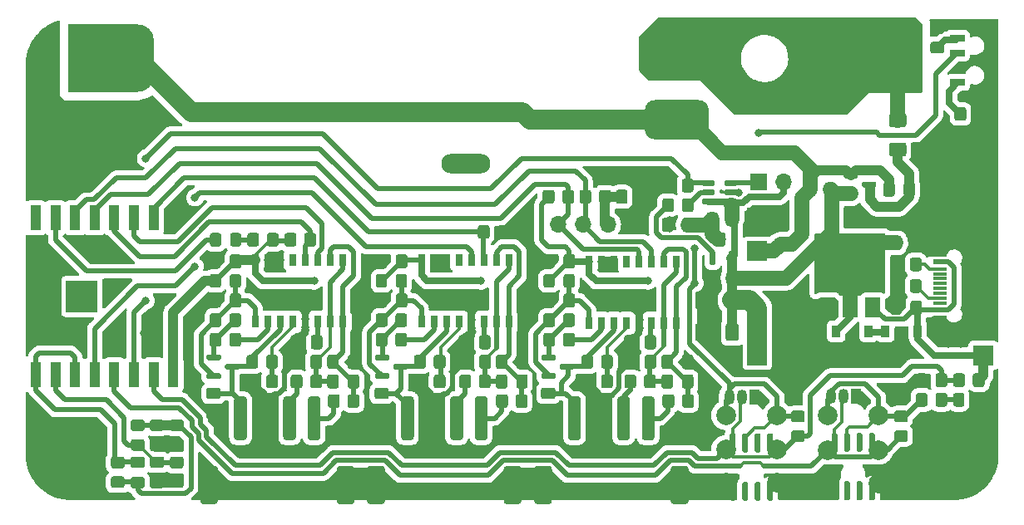
<source format=gbr>
G04 #@! TF.GenerationSoftware,KiCad,Pcbnew,6.0.7+dfsg-1~bpo11+1*
G04 #@! TF.ProjectId,wiscale,77697363-616c-4652-9e6b-696361645f70,1.0a*
G04 #@! TF.SameCoordinates,Original*
G04 #@! TF.FileFunction,Copper,L1,Top*
G04 #@! TF.FilePolarity,Positive*
%FSLAX46Y46*%
G04 Gerber Fmt 4.6, Leading zero omitted, Abs format (unit mm)*
%MOMM*%
%LPD*%
G01*
G04 APERTURE LIST*
G04 #@! TA.AperFunction,SMDPad,CuDef*
%ADD10R,1.100000X2.600000*%
G04 #@! TD*
G04 #@! TA.AperFunction,SMDPad,CuDef*
%ADD11R,3.200000X3.200000*%
G04 #@! TD*
G04 #@! TA.AperFunction,SMDPad,CuDef*
%ADD12R,1.450000X0.600000*%
G04 #@! TD*
G04 #@! TA.AperFunction,SMDPad,CuDef*
%ADD13R,1.450000X0.300000*%
G04 #@! TD*
G04 #@! TA.AperFunction,ComponentPad*
%ADD14O,2.100000X1.000000*%
G04 #@! TD*
G04 #@! TA.AperFunction,ComponentPad*
%ADD15O,1.600000X1.000000*%
G04 #@! TD*
G04 #@! TA.AperFunction,ComponentPad*
%ADD16O,3.440000X6.880000*%
G04 #@! TD*
G04 #@! TA.AperFunction,SMDPad,CuDef*
%ADD17R,7.000000X7.000000*%
G04 #@! TD*
G04 #@! TA.AperFunction,ComponentPad*
%ADD18C,2.000000*%
G04 #@! TD*
G04 #@! TA.AperFunction,ComponentPad*
%ADD19R,2.000000X2.000000*%
G04 #@! TD*
G04 #@! TA.AperFunction,ComponentPad*
%ADD20O,5.000000X2.000000*%
G04 #@! TD*
G04 #@! TA.AperFunction,SMDPad,CuDef*
%ADD21R,1.500000X0.700000*%
G04 #@! TD*
G04 #@! TA.AperFunction,SMDPad,CuDef*
%ADD22R,0.800000X1.000000*%
G04 #@! TD*
G04 #@! TA.AperFunction,SMDPad,CuDef*
%ADD23R,0.800000X1.300000*%
G04 #@! TD*
G04 #@! TA.AperFunction,ComponentPad*
%ADD24R,1.700000X1.700000*%
G04 #@! TD*
G04 #@! TA.AperFunction,ComponentPad*
%ADD25O,1.700000X1.700000*%
G04 #@! TD*
G04 #@! TA.AperFunction,ComponentPad*
%ADD26C,0.800000*%
G04 #@! TD*
G04 #@! TA.AperFunction,ComponentPad*
%ADD27C,7.000000*%
G04 #@! TD*
G04 #@! TA.AperFunction,SMDPad,CuDef*
%ADD28R,1.500000X2.000000*%
G04 #@! TD*
G04 #@! TA.AperFunction,SMDPad,CuDef*
%ADD29R,3.800000X2.000000*%
G04 #@! TD*
G04 #@! TA.AperFunction,ComponentPad*
%ADD30R,1.050000X1.500000*%
G04 #@! TD*
G04 #@! TA.AperFunction,ComponentPad*
%ADD31O,1.050000X1.500000*%
G04 #@! TD*
G04 #@! TA.AperFunction,SMDPad,CuDef*
%ADD32R,0.900000X1.200000*%
G04 #@! TD*
G04 #@! TA.AperFunction,ViaPad*
%ADD33C,0.800000*%
G04 #@! TD*
G04 #@! TA.AperFunction,Conductor*
%ADD34C,1.500000*%
G04 #@! TD*
G04 #@! TA.AperFunction,Conductor*
%ADD35C,1.000000*%
G04 #@! TD*
G04 #@! TA.AperFunction,Conductor*
%ADD36C,2.000000*%
G04 #@! TD*
G04 #@! TA.AperFunction,Conductor*
%ADD37C,0.500000*%
G04 #@! TD*
G04 #@! TA.AperFunction,Conductor*
%ADD38C,0.700000*%
G04 #@! TD*
G04 #@! TA.AperFunction,Conductor*
%ADD39C,0.300000*%
G04 #@! TD*
G04 APERTURE END LIST*
G04 #@! TA.AperFunction,SMDPad,CuDef*
G36*
G01*
X138612500Y-108606843D02*
X138612500Y-104756843D01*
G75*
G02*
X138937500Y-104431843I325000J0D01*
G01*
X139587500Y-104431843D01*
G75*
G02*
X139912500Y-104756843I0J-325000D01*
G01*
X139912500Y-108606843D01*
G75*
G02*
X139587500Y-108931843I-325000J0D01*
G01*
X138937500Y-108931843D01*
G75*
G02*
X138612500Y-108606843I0J325000D01*
G01*
G37*
G04 #@! TD.AperFunction*
G04 #@! TA.AperFunction,SMDPad,CuDef*
G36*
G01*
X141112500Y-108606843D02*
X141112500Y-104756843D01*
G75*
G02*
X141437500Y-104431843I325000J0D01*
G01*
X142087500Y-104431843D01*
G75*
G02*
X142412500Y-104756843I0J-325000D01*
G01*
X142412500Y-108606843D01*
G75*
G02*
X142087500Y-108931843I-325000J0D01*
G01*
X141437500Y-108931843D01*
G75*
G02*
X141112500Y-108606843I0J325000D01*
G01*
G37*
G04 #@! TD.AperFunction*
G04 #@! TA.AperFunction,SMDPad,CuDef*
G36*
G01*
X143612500Y-108606843D02*
X143612500Y-104756843D01*
G75*
G02*
X143937500Y-104431843I325000J0D01*
G01*
X144587500Y-104431843D01*
G75*
G02*
X144912500Y-104756843I0J-325000D01*
G01*
X144912500Y-108606843D01*
G75*
G02*
X144587500Y-108931843I-325000J0D01*
G01*
X143937500Y-108931843D01*
G75*
G02*
X143612500Y-108606843I0J325000D01*
G01*
G37*
G04 #@! TD.AperFunction*
G04 #@! TA.AperFunction,SMDPad,CuDef*
G36*
G01*
X146112500Y-108606843D02*
X146112500Y-104756843D01*
G75*
G02*
X146437500Y-104431843I325000J0D01*
G01*
X147087500Y-104431843D01*
G75*
G02*
X147412500Y-104756843I0J-325000D01*
G01*
X147412500Y-108606843D01*
G75*
G02*
X147087500Y-108931843I-325000J0D01*
G01*
X146437500Y-108931843D01*
G75*
G02*
X146112500Y-108606843I0J325000D01*
G01*
G37*
G04 #@! TD.AperFunction*
G04 #@! TA.AperFunction,SMDPad,CuDef*
G36*
G01*
X135162500Y-115131842D02*
X135162500Y-111831844D01*
G75*
G02*
X135462501Y-111531843I300001J0D01*
G01*
X136662499Y-111531843D01*
G75*
G02*
X136962500Y-111831844I0J-300001D01*
G01*
X136962500Y-115131842D01*
G75*
G02*
X136662499Y-115431843I-300001J0D01*
G01*
X135462501Y-115431843D01*
G75*
G02*
X135162500Y-115131842I0J300001D01*
G01*
G37*
G04 #@! TD.AperFunction*
G04 #@! TA.AperFunction,SMDPad,CuDef*
G36*
G01*
X149062500Y-115131842D02*
X149062500Y-111831844D01*
G75*
G02*
X149362501Y-111531843I300001J0D01*
G01*
X150562499Y-111531843D01*
G75*
G02*
X150862500Y-111831844I0J-300001D01*
G01*
X150862500Y-115131842D01*
G75*
G02*
X150562499Y-115431843I-300001J0D01*
G01*
X149362501Y-115431843D01*
G75*
G02*
X149062500Y-115131842I0J300001D01*
G01*
G37*
G04 #@! TD.AperFunction*
D10*
X101420000Y-102250000D03*
X103420000Y-102250000D03*
X105420000Y-102250000D03*
X107420000Y-102250000D03*
X109420000Y-102250000D03*
X111420000Y-102250000D03*
X113420000Y-102250000D03*
X115420000Y-102250000D03*
X115420000Y-86250000D03*
X113420000Y-86250000D03*
X111420000Y-86250000D03*
X109420000Y-86250000D03*
X107420000Y-86250000D03*
X105420000Y-86250000D03*
X103420000Y-86250000D03*
X101420000Y-86250000D03*
D11*
X106120000Y-94250000D03*
G04 #@! TA.AperFunction,SMDPad,CuDef*
G36*
G01*
X168532500Y-98551607D02*
X168532500Y-97251607D01*
G75*
G02*
X168782500Y-97001607I250000J0D01*
G01*
X169607500Y-97001607D01*
G75*
G02*
X169857500Y-97251607I0J-250000D01*
G01*
X169857500Y-98551607D01*
G75*
G02*
X169607500Y-98801607I-250000J0D01*
G01*
X168782500Y-98801607D01*
G75*
G02*
X168532500Y-98551607I0J250000D01*
G01*
G37*
G04 #@! TD.AperFunction*
G04 #@! TA.AperFunction,SMDPad,CuDef*
G36*
G01*
X171657500Y-98551607D02*
X171657500Y-97251607D01*
G75*
G02*
X171907500Y-97001607I250000J0D01*
G01*
X172732500Y-97001607D01*
G75*
G02*
X172982500Y-97251607I0J-250000D01*
G01*
X172982500Y-98551607D01*
G75*
G02*
X172732500Y-98801607I-250000J0D01*
G01*
X171907500Y-98801607D01*
G75*
G02*
X171657500Y-98551607I0J250000D01*
G01*
G37*
G04 #@! TD.AperFunction*
G04 #@! TA.AperFunction,SMDPad,CuDef*
G36*
G01*
X189950000Y-109100000D02*
X189050000Y-109100000D01*
G75*
G02*
X188800000Y-108850000I0J250000D01*
G01*
X188800000Y-108150000D01*
G75*
G02*
X189050000Y-107900000I250000J0D01*
G01*
X189950000Y-107900000D01*
G75*
G02*
X190200000Y-108150000I0J-250000D01*
G01*
X190200000Y-108850000D01*
G75*
G02*
X189950000Y-109100000I-250000J0D01*
G01*
G37*
G04 #@! TD.AperFunction*
G04 #@! TA.AperFunction,SMDPad,CuDef*
G36*
G01*
X189950000Y-107100000D02*
X189050000Y-107100000D01*
G75*
G02*
X188800000Y-106850000I0J250000D01*
G01*
X188800000Y-106150000D01*
G75*
G02*
X189050000Y-105900000I250000J0D01*
G01*
X189950000Y-105900000D01*
G75*
G02*
X190200000Y-106150000I0J-250000D01*
G01*
X190200000Y-106850000D01*
G75*
G02*
X189950000Y-107100000I-250000J0D01*
G01*
G37*
G04 #@! TD.AperFunction*
G04 #@! TA.AperFunction,SMDPad,CuDef*
G36*
G01*
X122325000Y-96227736D02*
X122325000Y-97127736D01*
G75*
G02*
X122075000Y-97377736I-250000J0D01*
G01*
X121375000Y-97377736D01*
G75*
G02*
X121125000Y-97127736I0J250000D01*
G01*
X121125000Y-96227736D01*
G75*
G02*
X121375000Y-95977736I250000J0D01*
G01*
X122075000Y-95977736D01*
G75*
G02*
X122325000Y-96227736I0J-250000D01*
G01*
G37*
G04 #@! TD.AperFunction*
G04 #@! TA.AperFunction,SMDPad,CuDef*
G36*
G01*
X120325000Y-96227736D02*
X120325000Y-97127736D01*
G75*
G02*
X120075000Y-97377736I-250000J0D01*
G01*
X119375000Y-97377736D01*
G75*
G02*
X119125000Y-97127736I0J250000D01*
G01*
X119125000Y-96227736D01*
G75*
G02*
X119375000Y-95977736I250000J0D01*
G01*
X120075000Y-95977736D01*
G75*
G02*
X120325000Y-96227736I0J-250000D01*
G01*
G37*
G04 #@! TD.AperFunction*
G04 #@! TA.AperFunction,SMDPad,CuDef*
G36*
G01*
X149620000Y-87235714D02*
X149620000Y-88135714D01*
G75*
G02*
X149370000Y-88385714I-250000J0D01*
G01*
X148670000Y-88385714D01*
G75*
G02*
X148420000Y-88135714I0J250000D01*
G01*
X148420000Y-87235714D01*
G75*
G02*
X148670000Y-86985714I250000J0D01*
G01*
X149370000Y-86985714D01*
G75*
G02*
X149620000Y-87235714I0J-250000D01*
G01*
G37*
G04 #@! TD.AperFunction*
G04 #@! TA.AperFunction,SMDPad,CuDef*
G36*
G01*
X147620000Y-87235714D02*
X147620000Y-88135714D01*
G75*
G02*
X147370000Y-88385714I-250000J0D01*
G01*
X146670000Y-88385714D01*
G75*
G02*
X146420000Y-88135714I0J250000D01*
G01*
X146420000Y-87235714D01*
G75*
G02*
X146670000Y-86985714I250000J0D01*
G01*
X147370000Y-86985714D01*
G75*
G02*
X147620000Y-87235714I0J-250000D01*
G01*
G37*
G04 #@! TD.AperFunction*
G04 #@! TA.AperFunction,SMDPad,CuDef*
G36*
G01*
X165107679Y-103402736D02*
X165107679Y-102452736D01*
G75*
G02*
X165357679Y-102202736I250000J0D01*
G01*
X166032679Y-102202736D01*
G75*
G02*
X166282679Y-102452736I0J-250000D01*
G01*
X166282679Y-103402736D01*
G75*
G02*
X166032679Y-103652736I-250000J0D01*
G01*
X165357679Y-103652736D01*
G75*
G02*
X165107679Y-103402736I0J250000D01*
G01*
G37*
G04 #@! TD.AperFunction*
G04 #@! TA.AperFunction,SMDPad,CuDef*
G36*
G01*
X167182679Y-103402736D02*
X167182679Y-102452736D01*
G75*
G02*
X167432679Y-102202736I250000J0D01*
G01*
X168107679Y-102202736D01*
G75*
G02*
X168357679Y-102452736I0J-250000D01*
G01*
X168357679Y-103402736D01*
G75*
G02*
X168107679Y-103652736I-250000J0D01*
G01*
X167432679Y-103652736D01*
G75*
G02*
X167182679Y-103402736I0J250000D01*
G01*
G37*
G04 #@! TD.AperFunction*
G04 #@! TA.AperFunction,SMDPad,CuDef*
G36*
G01*
X179645000Y-83837500D02*
X179645000Y-82887500D01*
G75*
G02*
X179895000Y-82637500I250000J0D01*
G01*
X180570000Y-82637500D01*
G75*
G02*
X180820000Y-82887500I0J-250000D01*
G01*
X180820000Y-83837500D01*
G75*
G02*
X180570000Y-84087500I-250000J0D01*
G01*
X179895000Y-84087500D01*
G75*
G02*
X179645000Y-83837500I0J250000D01*
G01*
G37*
G04 #@! TD.AperFunction*
G04 #@! TA.AperFunction,SMDPad,CuDef*
G36*
G01*
X181720000Y-83837500D02*
X181720000Y-82887500D01*
G75*
G02*
X181970000Y-82637500I250000J0D01*
G01*
X182645000Y-82637500D01*
G75*
G02*
X182895000Y-82887500I0J-250000D01*
G01*
X182895000Y-83837500D01*
G75*
G02*
X182645000Y-84087500I-250000J0D01*
G01*
X181970000Y-84087500D01*
G75*
G02*
X181720000Y-83837500I0J250000D01*
G01*
G37*
G04 #@! TD.AperFunction*
G04 #@! TA.AperFunction,SMDPad,CuDef*
G36*
G01*
X116245000Y-110060714D02*
X115295000Y-110060714D01*
G75*
G02*
X115045000Y-109810714I0J250000D01*
G01*
X115045000Y-109135714D01*
G75*
G02*
X115295000Y-108885714I250000J0D01*
G01*
X116245000Y-108885714D01*
G75*
G02*
X116495000Y-109135714I0J-250000D01*
G01*
X116495000Y-109810714D01*
G75*
G02*
X116245000Y-110060714I-250000J0D01*
G01*
G37*
G04 #@! TD.AperFunction*
G04 #@! TA.AperFunction,SMDPad,CuDef*
G36*
G01*
X116245000Y-107985714D02*
X115295000Y-107985714D01*
G75*
G02*
X115045000Y-107735714I0J250000D01*
G01*
X115045000Y-107060714D01*
G75*
G02*
X115295000Y-106810714I250000J0D01*
G01*
X116245000Y-106810714D01*
G75*
G02*
X116495000Y-107060714I0J-250000D01*
G01*
X116495000Y-107735714D01*
G75*
G02*
X116245000Y-107985714I-250000J0D01*
G01*
G37*
G04 #@! TD.AperFunction*
D12*
X193455000Y-96450000D03*
X193455000Y-95650000D03*
D13*
X193455000Y-94450000D03*
X193455000Y-93450000D03*
X193455000Y-92950000D03*
X193455000Y-91950000D03*
D12*
X193455000Y-90750000D03*
X193455000Y-89950000D03*
X193455000Y-89950000D03*
X193455000Y-90750000D03*
D13*
X193455000Y-91450000D03*
X193455000Y-92450000D03*
X193455000Y-93950000D03*
X193455000Y-94950000D03*
D12*
X193455000Y-95650000D03*
X193455000Y-96450000D03*
D14*
X194370000Y-97520000D03*
D15*
X198550000Y-97520000D03*
D14*
X194370000Y-88880000D03*
D15*
X198550000Y-88880000D03*
G04 #@! TA.AperFunction,SMDPad,CuDef*
G36*
G01*
X165157500Y-87437500D02*
X165157500Y-86487500D01*
G75*
G02*
X165407500Y-86237500I250000J0D01*
G01*
X166082500Y-86237500D01*
G75*
G02*
X166332500Y-86487500I0J-250000D01*
G01*
X166332500Y-87437500D01*
G75*
G02*
X166082500Y-87687500I-250000J0D01*
G01*
X165407500Y-87687500D01*
G75*
G02*
X165157500Y-87437500I0J250000D01*
G01*
G37*
G04 #@! TD.AperFunction*
G04 #@! TA.AperFunction,SMDPad,CuDef*
G36*
G01*
X167232500Y-87437500D02*
X167232500Y-86487500D01*
G75*
G02*
X167482500Y-86237500I250000J0D01*
G01*
X168157500Y-86237500D01*
G75*
G02*
X168407500Y-86487500I0J-250000D01*
G01*
X168407500Y-87437500D01*
G75*
G02*
X168157500Y-87687500I-250000J0D01*
G01*
X167482500Y-87687500D01*
G75*
G02*
X167232500Y-87437500I0J250000D01*
G01*
G37*
G04 #@! TD.AperFunction*
G04 #@! TA.AperFunction,SMDPad,CuDef*
G36*
G01*
X136030893Y-99127736D02*
X136030893Y-98227736D01*
G75*
G02*
X136280893Y-97977736I250000J0D01*
G01*
X136980893Y-97977736D01*
G75*
G02*
X137230893Y-98227736I0J-250000D01*
G01*
X137230893Y-99127736D01*
G75*
G02*
X136980893Y-99377736I-250000J0D01*
G01*
X136280893Y-99377736D01*
G75*
G02*
X136030893Y-99127736I0J250000D01*
G01*
G37*
G04 #@! TD.AperFunction*
G04 #@! TA.AperFunction,SMDPad,CuDef*
G36*
G01*
X138030893Y-99127736D02*
X138030893Y-98227736D01*
G75*
G02*
X138280893Y-97977736I250000J0D01*
G01*
X138980893Y-97977736D01*
G75*
G02*
X139230893Y-98227736I0J-250000D01*
G01*
X139230893Y-99127736D01*
G75*
G02*
X138980893Y-99377736I-250000J0D01*
G01*
X138280893Y-99377736D01*
G75*
G02*
X138030893Y-99127736I0J250000D01*
G01*
G37*
G04 #@! TD.AperFunction*
G04 #@! TA.AperFunction,SMDPad,CuDef*
G36*
G01*
X161320179Y-99402736D02*
X161320179Y-98452736D01*
G75*
G02*
X161570179Y-98202736I250000J0D01*
G01*
X162245179Y-98202736D01*
G75*
G02*
X162495179Y-98452736I0J-250000D01*
G01*
X162495179Y-99402736D01*
G75*
G02*
X162245179Y-99652736I-250000J0D01*
G01*
X161570179Y-99652736D01*
G75*
G02*
X161320179Y-99402736I0J250000D01*
G01*
G37*
G04 #@! TD.AperFunction*
G04 #@! TA.AperFunction,SMDPad,CuDef*
G36*
G01*
X163395179Y-99402736D02*
X163395179Y-98452736D01*
G75*
G02*
X163645179Y-98202736I250000J0D01*
G01*
X164320179Y-98202736D01*
G75*
G02*
X164570179Y-98452736I0J-250000D01*
G01*
X164570179Y-99402736D01*
G75*
G02*
X164320179Y-99652736I-250000J0D01*
G01*
X163645179Y-99652736D01*
G75*
G02*
X163395179Y-99402736I0J250000D01*
G01*
G37*
G04 #@! TD.AperFunction*
G04 #@! TA.AperFunction,SMDPad,CuDef*
G36*
G01*
X163737500Y-83625000D02*
X163737500Y-84575000D01*
G75*
G02*
X163487500Y-84825000I-250000J0D01*
G01*
X162812500Y-84825000D01*
G75*
G02*
X162562500Y-84575000I0J250000D01*
G01*
X162562500Y-83625000D01*
G75*
G02*
X162812500Y-83375000I250000J0D01*
G01*
X163487500Y-83375000D01*
G75*
G02*
X163737500Y-83625000I0J-250000D01*
G01*
G37*
G04 #@! TD.AperFunction*
G04 #@! TA.AperFunction,SMDPad,CuDef*
G36*
G01*
X161662500Y-83625000D02*
X161662500Y-84575000D01*
G75*
G02*
X161412500Y-84825000I-250000J0D01*
G01*
X160737500Y-84825000D01*
G75*
G02*
X160487500Y-84575000I0J250000D01*
G01*
X160487500Y-83625000D01*
G75*
G02*
X160737500Y-83375000I250000J0D01*
G01*
X161412500Y-83375000D01*
G75*
G02*
X161662500Y-83625000I0J-250000D01*
G01*
G37*
G04 #@! TD.AperFunction*
D16*
X184620000Y-70000000D03*
D17*
X188170000Y-70000000D03*
D16*
X111720000Y-70000000D03*
D17*
X108170000Y-70000000D03*
G04 #@! TA.AperFunction,SMDPad,CuDef*
G36*
G01*
X137105893Y-106802736D02*
X136155893Y-106802736D01*
G75*
G02*
X135905893Y-106552736I0J250000D01*
G01*
X135905893Y-105877736D01*
G75*
G02*
X136155893Y-105627736I250000J0D01*
G01*
X137105893Y-105627736D01*
G75*
G02*
X137355893Y-105877736I0J-250000D01*
G01*
X137355893Y-106552736D01*
G75*
G02*
X137105893Y-106802736I-250000J0D01*
G01*
G37*
G04 #@! TD.AperFunction*
G04 #@! TA.AperFunction,SMDPad,CuDef*
G36*
G01*
X137105893Y-104727736D02*
X136155893Y-104727736D01*
G75*
G02*
X135905893Y-104477736I0J250000D01*
G01*
X135905893Y-103802736D01*
G75*
G02*
X136155893Y-103552736I250000J0D01*
G01*
X137105893Y-103552736D01*
G75*
G02*
X137355893Y-103802736I0J-250000D01*
G01*
X137355893Y-104477736D01*
G75*
G02*
X137105893Y-104727736I-250000J0D01*
G01*
G37*
G04 #@! TD.AperFunction*
D18*
X182022500Y-109900714D03*
X187222500Y-109900714D03*
X187222500Y-113300714D03*
X182022500Y-113300714D03*
X182022500Y-106400714D03*
X187222500Y-106400714D03*
D19*
X174870000Y-96850000D03*
X174870000Y-89650000D03*
X197870000Y-100250000D03*
X197870000Y-86250000D03*
X174870000Y-100250000D03*
X174870000Y-86250000D03*
D20*
X145170000Y-80750000D03*
G04 #@! TA.AperFunction,SMDPad,CuDef*
G36*
G01*
X169920000Y-69250000D02*
X169920000Y-71250000D01*
G75*
G02*
X168920000Y-72250000I-1000000J0D01*
G01*
X164420000Y-72250000D01*
G75*
G02*
X163420000Y-71250000I0J1000000D01*
G01*
X163420000Y-69250000D01*
G75*
G02*
X164420000Y-68250000I1000000J0D01*
G01*
X168920000Y-68250000D01*
G75*
G02*
X169920000Y-69250000I0J-1000000D01*
G01*
G37*
G04 #@! TD.AperFunction*
G04 #@! TA.AperFunction,SMDPad,CuDef*
G36*
G01*
X169920000Y-75250000D02*
X169920000Y-77250000D01*
G75*
G02*
X168920000Y-78250000I-1000000J0D01*
G01*
X164420000Y-78250000D01*
G75*
G02*
X163420000Y-77250000I0J1000000D01*
G01*
X163420000Y-75250000D01*
G75*
G02*
X164420000Y-74250000I1000000J0D01*
G01*
X168920000Y-74250000D01*
G75*
G02*
X169920000Y-75250000I0J-1000000D01*
G01*
G37*
G04 #@! TD.AperFunction*
G04 #@! TA.AperFunction,SMDPad,CuDef*
G36*
G01*
X151480893Y-104477736D02*
X151480893Y-105377736D01*
G75*
G02*
X151230893Y-105627736I-250000J0D01*
G01*
X150530893Y-105627736D01*
G75*
G02*
X150280893Y-105377736I0J250000D01*
G01*
X150280893Y-104477736D01*
G75*
G02*
X150530893Y-104227736I250000J0D01*
G01*
X151230893Y-104227736D01*
G75*
G02*
X151480893Y-104477736I0J-250000D01*
G01*
G37*
G04 #@! TD.AperFunction*
G04 #@! TA.AperFunction,SMDPad,CuDef*
G36*
G01*
X149480893Y-104477736D02*
X149480893Y-105377736D01*
G75*
G02*
X149230893Y-105627736I-250000J0D01*
G01*
X148530893Y-105627736D01*
G75*
G02*
X148280893Y-105377736I0J250000D01*
G01*
X148280893Y-104477736D01*
G75*
G02*
X148530893Y-104227736I250000J0D01*
G01*
X149230893Y-104227736D01*
G75*
G02*
X149480893Y-104477736I0J-250000D01*
G01*
G37*
G04 #@! TD.AperFunction*
G04 #@! TA.AperFunction,SMDPad,CuDef*
G36*
G01*
X192735000Y-66300714D02*
X193635000Y-66300714D01*
G75*
G02*
X193885000Y-66550714I0J-250000D01*
G01*
X193885000Y-67250714D01*
G75*
G02*
X193635000Y-67500714I-250000J0D01*
G01*
X192735000Y-67500714D01*
G75*
G02*
X192485000Y-67250714I0J250000D01*
G01*
X192485000Y-66550714D01*
G75*
G02*
X192735000Y-66300714I250000J0D01*
G01*
G37*
G04 #@! TD.AperFunction*
G04 #@! TA.AperFunction,SMDPad,CuDef*
G36*
G01*
X192735000Y-68300714D02*
X193635000Y-68300714D01*
G75*
G02*
X193885000Y-68550714I0J-250000D01*
G01*
X193885000Y-69250714D01*
G75*
G02*
X193635000Y-69500714I-250000J0D01*
G01*
X192735000Y-69500714D01*
G75*
G02*
X192485000Y-69250714I0J250000D01*
G01*
X192485000Y-68550714D01*
G75*
G02*
X192735000Y-68300714I250000J0D01*
G01*
G37*
G04 #@! TD.AperFunction*
G04 #@! TA.AperFunction,SMDPad,CuDef*
G36*
G01*
X119100000Y-95152736D02*
X119100000Y-94202736D01*
G75*
G02*
X119350000Y-93952736I250000J0D01*
G01*
X120025000Y-93952736D01*
G75*
G02*
X120275000Y-94202736I0J-250000D01*
G01*
X120275000Y-95152736D01*
G75*
G02*
X120025000Y-95402736I-250000J0D01*
G01*
X119350000Y-95402736D01*
G75*
G02*
X119100000Y-95152736I0J250000D01*
G01*
G37*
G04 #@! TD.AperFunction*
G04 #@! TA.AperFunction,SMDPad,CuDef*
G36*
G01*
X121175000Y-95152736D02*
X121175000Y-94202736D01*
G75*
G02*
X121425000Y-93952736I250000J0D01*
G01*
X122100000Y-93952736D01*
G75*
G02*
X122350000Y-94202736I0J-250000D01*
G01*
X122350000Y-95152736D01*
G75*
G02*
X122100000Y-95402736I-250000J0D01*
G01*
X121425000Y-95402736D01*
G75*
G02*
X121175000Y-95152736I0J250000D01*
G01*
G37*
G04 #@! TD.AperFunction*
G04 #@! TA.AperFunction,SMDPad,CuDef*
G36*
G01*
X135955893Y-100627736D02*
X135955893Y-100327736D01*
G75*
G02*
X136105893Y-100177736I150000J0D01*
G01*
X137280893Y-100177736D01*
G75*
G02*
X137430893Y-100327736I0J-150000D01*
G01*
X137430893Y-100627736D01*
G75*
G02*
X137280893Y-100777736I-150000J0D01*
G01*
X136105893Y-100777736D01*
G75*
G02*
X135955893Y-100627736I0J150000D01*
G01*
G37*
G04 #@! TD.AperFunction*
G04 #@! TA.AperFunction,SMDPad,CuDef*
G36*
G01*
X135955893Y-102527736D02*
X135955893Y-102227736D01*
G75*
G02*
X136105893Y-102077736I150000J0D01*
G01*
X137280893Y-102077736D01*
G75*
G02*
X137430893Y-102227736I0J-150000D01*
G01*
X137430893Y-102527736D01*
G75*
G02*
X137280893Y-102677736I-150000J0D01*
G01*
X136105893Y-102677736D01*
G75*
G02*
X135955893Y-102527736I0J150000D01*
G01*
G37*
G04 #@! TD.AperFunction*
G04 #@! TA.AperFunction,SMDPad,CuDef*
G36*
G01*
X137830893Y-101577736D02*
X137830893Y-101277736D01*
G75*
G02*
X137980893Y-101127736I150000J0D01*
G01*
X139155893Y-101127736D01*
G75*
G02*
X139305893Y-101277736I0J-150000D01*
G01*
X139305893Y-101577736D01*
G75*
G02*
X139155893Y-101727736I-150000J0D01*
G01*
X137980893Y-101727736D01*
G75*
G02*
X137830893Y-101577736I0J150000D01*
G01*
G37*
G04 #@! TD.AperFunction*
D21*
X195255000Y-72465000D03*
X195255000Y-69465000D03*
X195255000Y-67965000D03*
D22*
X195905000Y-66565000D03*
X195905000Y-73865000D03*
X198115000Y-73865000D03*
X198115000Y-66565000D03*
G04 #@! TA.AperFunction,SMDPad,CuDef*
G36*
G01*
X156295179Y-96227736D02*
X156295179Y-97127736D01*
G75*
G02*
X156045179Y-97377736I-250000J0D01*
G01*
X155345179Y-97377736D01*
G75*
G02*
X155095179Y-97127736I0J250000D01*
G01*
X155095179Y-96227736D01*
G75*
G02*
X155345179Y-95977736I250000J0D01*
G01*
X156045179Y-95977736D01*
G75*
G02*
X156295179Y-96227736I0J-250000D01*
G01*
G37*
G04 #@! TD.AperFunction*
G04 #@! TA.AperFunction,SMDPad,CuDef*
G36*
G01*
X154295179Y-96227736D02*
X154295179Y-97127736D01*
G75*
G02*
X154045179Y-97377736I-250000J0D01*
G01*
X153345179Y-97377736D01*
G75*
G02*
X153095179Y-97127736I0J250000D01*
G01*
X153095179Y-96227736D01*
G75*
G02*
X153345179Y-95977736I250000J0D01*
G01*
X154045179Y-95977736D01*
G75*
G02*
X154295179Y-96227736I0J-250000D01*
G01*
G37*
G04 #@! TD.AperFunction*
G04 #@! TA.AperFunction,SMDPad,CuDef*
G36*
G01*
X118800000Y-100627736D02*
X118800000Y-100327736D01*
G75*
G02*
X118950000Y-100177736I150000J0D01*
G01*
X120125000Y-100177736D01*
G75*
G02*
X120275000Y-100327736I0J-150000D01*
G01*
X120275000Y-100627736D01*
G75*
G02*
X120125000Y-100777736I-150000J0D01*
G01*
X118950000Y-100777736D01*
G75*
G02*
X118800000Y-100627736I0J150000D01*
G01*
G37*
G04 #@! TD.AperFunction*
G04 #@! TA.AperFunction,SMDPad,CuDef*
G36*
G01*
X118800000Y-102527736D02*
X118800000Y-102227736D01*
G75*
G02*
X118950000Y-102077736I150000J0D01*
G01*
X120125000Y-102077736D01*
G75*
G02*
X120275000Y-102227736I0J-150000D01*
G01*
X120275000Y-102527736D01*
G75*
G02*
X120125000Y-102677736I-150000J0D01*
G01*
X118950000Y-102677736D01*
G75*
G02*
X118800000Y-102527736I0J150000D01*
G01*
G37*
G04 #@! TD.AperFunction*
G04 #@! TA.AperFunction,SMDPad,CuDef*
G36*
G01*
X120675000Y-101577736D02*
X120675000Y-101277736D01*
G75*
G02*
X120825000Y-101127736I150000J0D01*
G01*
X122000000Y-101127736D01*
G75*
G02*
X122150000Y-101277736I0J-150000D01*
G01*
X122150000Y-101577736D01*
G75*
G02*
X122000000Y-101727736I-150000J0D01*
G01*
X120825000Y-101727736D01*
G75*
G02*
X120675000Y-101577736I0J150000D01*
G01*
G37*
G04 #@! TD.AperFunction*
G04 #@! TA.AperFunction,SMDPad,CuDef*
G36*
G01*
X165182500Y-83412500D02*
X165182500Y-82512500D01*
G75*
G02*
X165432500Y-82262500I250000J0D01*
G01*
X166132500Y-82262500D01*
G75*
G02*
X166382500Y-82512500I0J-250000D01*
G01*
X166382500Y-83412500D01*
G75*
G02*
X166132500Y-83662500I-250000J0D01*
G01*
X165432500Y-83662500D01*
G75*
G02*
X165182500Y-83412500I0J250000D01*
G01*
G37*
G04 #@! TD.AperFunction*
G04 #@! TA.AperFunction,SMDPad,CuDef*
G36*
G01*
X167182500Y-83412500D02*
X167182500Y-82512500D01*
G75*
G02*
X167432500Y-82262500I250000J0D01*
G01*
X168132500Y-82262500D01*
G75*
G02*
X168382500Y-82512500I0J-250000D01*
G01*
X168382500Y-83412500D01*
G75*
G02*
X168132500Y-83662500I-250000J0D01*
G01*
X167432500Y-83662500D01*
G75*
G02*
X167182500Y-83412500I0J250000D01*
G01*
G37*
G04 #@! TD.AperFunction*
D23*
X140680893Y-96827736D03*
X141960893Y-96827736D03*
X143220893Y-96827736D03*
X144490893Y-96827736D03*
X145770893Y-96827736D03*
X147040893Y-96827736D03*
X148300893Y-96827736D03*
X149580893Y-96827736D03*
X149580893Y-90527736D03*
X148300893Y-90527736D03*
X147040893Y-90527736D03*
X145770893Y-90527736D03*
X144490893Y-90527736D03*
X143220893Y-90527736D03*
X141960893Y-90527736D03*
X140680893Y-90527736D03*
G04 #@! TA.AperFunction,SMDPad,CuDef*
G36*
G01*
X188400000Y-93650000D02*
X188400000Y-92750000D01*
G75*
G02*
X188650000Y-92500000I250000J0D01*
G01*
X189350000Y-92500000D01*
G75*
G02*
X189600000Y-92750000I0J-250000D01*
G01*
X189600000Y-93650000D01*
G75*
G02*
X189350000Y-93900000I-250000J0D01*
G01*
X188650000Y-93900000D01*
G75*
G02*
X188400000Y-93650000I0J250000D01*
G01*
G37*
G04 #@! TD.AperFunction*
G04 #@! TA.AperFunction,SMDPad,CuDef*
G36*
G01*
X190400000Y-93650000D02*
X190400000Y-92750000D01*
G75*
G02*
X190650000Y-92500000I250000J0D01*
G01*
X191350000Y-92500000D01*
G75*
G02*
X191600000Y-92750000I0J-250000D01*
G01*
X191600000Y-93650000D01*
G75*
G02*
X191350000Y-93900000I-250000J0D01*
G01*
X190650000Y-93900000D01*
G75*
G02*
X190400000Y-93650000I0J250000D01*
G01*
G37*
G04 #@! TD.AperFunction*
G04 #@! TA.AperFunction,SMDPad,CuDef*
G36*
G01*
X136030893Y-93127736D02*
X136030893Y-92227736D01*
G75*
G02*
X136280893Y-91977736I250000J0D01*
G01*
X136930893Y-91977736D01*
G75*
G02*
X137180893Y-92227736I0J-250000D01*
G01*
X137180893Y-93127736D01*
G75*
G02*
X136930893Y-93377736I-250000J0D01*
G01*
X136280893Y-93377736D01*
G75*
G02*
X136030893Y-93127736I0J250000D01*
G01*
G37*
G04 #@! TD.AperFunction*
G04 #@! TA.AperFunction,SMDPad,CuDef*
G36*
G01*
X138080893Y-93127736D02*
X138080893Y-92227736D01*
G75*
G02*
X138330893Y-91977736I250000J0D01*
G01*
X138980893Y-91977736D01*
G75*
G02*
X139230893Y-92227736I0J-250000D01*
G01*
X139230893Y-93127736D01*
G75*
G02*
X138980893Y-93377736I-250000J0D01*
G01*
X138330893Y-93377736D01*
G75*
G02*
X138080893Y-93127736I0J250000D01*
G01*
G37*
G04 #@! TD.AperFunction*
G04 #@! TA.AperFunction,SMDPad,CuDef*
G36*
G01*
X153095179Y-93127736D02*
X153095179Y-92227736D01*
G75*
G02*
X153345179Y-91977736I250000J0D01*
G01*
X153995179Y-91977736D01*
G75*
G02*
X154245179Y-92227736I0J-250000D01*
G01*
X154245179Y-93127736D01*
G75*
G02*
X153995179Y-93377736I-250000J0D01*
G01*
X153345179Y-93377736D01*
G75*
G02*
X153095179Y-93127736I0J250000D01*
G01*
G37*
G04 #@! TD.AperFunction*
G04 #@! TA.AperFunction,SMDPad,CuDef*
G36*
G01*
X155145179Y-93127736D02*
X155145179Y-92227736D01*
G75*
G02*
X155395179Y-91977736I250000J0D01*
G01*
X156045179Y-91977736D01*
G75*
G02*
X156295179Y-92227736I0J-250000D01*
G01*
X156295179Y-93127736D01*
G75*
G02*
X156045179Y-93377736I-250000J0D01*
G01*
X155395179Y-93377736D01*
G75*
G02*
X155145179Y-93127736I0J250000D01*
G01*
G37*
G04 #@! TD.AperFunction*
G04 #@! TA.AperFunction,SMDPad,CuDef*
G36*
G01*
X169657500Y-92875000D02*
X169657500Y-91925000D01*
G75*
G02*
X169907500Y-91675000I250000J0D01*
G01*
X170582500Y-91675000D01*
G75*
G02*
X170832500Y-91925000I0J-250000D01*
G01*
X170832500Y-92875000D01*
G75*
G02*
X170582500Y-93125000I-250000J0D01*
G01*
X169907500Y-93125000D01*
G75*
G02*
X169657500Y-92875000I0J250000D01*
G01*
G37*
G04 #@! TD.AperFunction*
G04 #@! TA.AperFunction,SMDPad,CuDef*
G36*
G01*
X171732500Y-92875000D02*
X171732500Y-91925000D01*
G75*
G02*
X171982500Y-91675000I250000J0D01*
G01*
X172657500Y-91675000D01*
G75*
G02*
X172907500Y-91925000I0J-250000D01*
G01*
X172907500Y-92875000D01*
G75*
G02*
X172657500Y-93125000I-250000J0D01*
G01*
X171982500Y-93125000D01*
G75*
G02*
X171732500Y-92875000I0J250000D01*
G01*
G37*
G04 #@! TD.AperFunction*
G04 #@! TA.AperFunction,SMDPad,CuDef*
G36*
G01*
X114245000Y-113825000D02*
X113295000Y-113825000D01*
G75*
G02*
X113045000Y-113575000I0J250000D01*
G01*
X113045000Y-112900000D01*
G75*
G02*
X113295000Y-112650000I250000J0D01*
G01*
X114245000Y-112650000D01*
G75*
G02*
X114495000Y-112900000I0J-250000D01*
G01*
X114495000Y-113575000D01*
G75*
G02*
X114245000Y-113825000I-250000J0D01*
G01*
G37*
G04 #@! TD.AperFunction*
G04 #@! TA.AperFunction,SMDPad,CuDef*
G36*
G01*
X114245000Y-111750000D02*
X113295000Y-111750000D01*
G75*
G02*
X113045000Y-111500000I0J250000D01*
G01*
X113045000Y-110825000D01*
G75*
G02*
X113295000Y-110575000I250000J0D01*
G01*
X114245000Y-110575000D01*
G75*
G02*
X114495000Y-110825000I0J-250000D01*
G01*
X114495000Y-111500000D01*
G75*
G02*
X114245000Y-111750000I-250000J0D01*
G01*
G37*
G04 #@! TD.AperFunction*
G04 #@! TA.AperFunction,SMDPad,CuDef*
G36*
G01*
X144468393Y-99402736D02*
X144468393Y-98452736D01*
G75*
G02*
X144718393Y-98202736I250000J0D01*
G01*
X145393393Y-98202736D01*
G75*
G02*
X145643393Y-98452736I0J-250000D01*
G01*
X145643393Y-99402736D01*
G75*
G02*
X145393393Y-99652736I-250000J0D01*
G01*
X144718393Y-99652736D01*
G75*
G02*
X144468393Y-99402736I0J250000D01*
G01*
G37*
G04 #@! TD.AperFunction*
G04 #@! TA.AperFunction,SMDPad,CuDef*
G36*
G01*
X146543393Y-99402736D02*
X146543393Y-98452736D01*
G75*
G02*
X146793393Y-98202736I250000J0D01*
G01*
X147468393Y-98202736D01*
G75*
G02*
X147718393Y-98452736I0J-250000D01*
G01*
X147718393Y-99402736D01*
G75*
G02*
X147468393Y-99652736I-250000J0D01*
G01*
X146793393Y-99652736D01*
G75*
G02*
X146543393Y-99402736I0J250000D01*
G01*
G37*
G04 #@! TD.AperFunction*
G04 #@! TA.AperFunction,SMDPad,CuDef*
G36*
G01*
X147745000Y-100452736D02*
X147745000Y-101402736D01*
G75*
G02*
X147495000Y-101652736I-250000J0D01*
G01*
X146820000Y-101652736D01*
G75*
G02*
X146570000Y-101402736I0J250000D01*
G01*
X146570000Y-100452736D01*
G75*
G02*
X146820000Y-100202736I250000J0D01*
G01*
X147495000Y-100202736D01*
G75*
G02*
X147745000Y-100452736I0J-250000D01*
G01*
G37*
G04 #@! TD.AperFunction*
G04 #@! TA.AperFunction,SMDPad,CuDef*
G36*
G01*
X145670000Y-100452736D02*
X145670000Y-101402736D01*
G75*
G02*
X145420000Y-101652736I-250000J0D01*
G01*
X144745000Y-101652736D01*
G75*
G02*
X144495000Y-101402736I0J250000D01*
G01*
X144495000Y-100452736D01*
G75*
G02*
X144745000Y-100202736I250000J0D01*
G01*
X145420000Y-100202736D01*
G75*
G02*
X145670000Y-100452736I0J-250000D01*
G01*
G37*
G04 #@! TD.AperFunction*
G04 #@! TA.AperFunction,SMDPad,CuDef*
G36*
G01*
X119125000Y-93127736D02*
X119125000Y-92227736D01*
G75*
G02*
X119375000Y-91977736I250000J0D01*
G01*
X120025000Y-91977736D01*
G75*
G02*
X120275000Y-92227736I0J-250000D01*
G01*
X120275000Y-93127736D01*
G75*
G02*
X120025000Y-93377736I-250000J0D01*
G01*
X119375000Y-93377736D01*
G75*
G02*
X119125000Y-93127736I0J250000D01*
G01*
G37*
G04 #@! TD.AperFunction*
G04 #@! TA.AperFunction,SMDPad,CuDef*
G36*
G01*
X121175000Y-93127736D02*
X121175000Y-92227736D01*
G75*
G02*
X121425000Y-91977736I250000J0D01*
G01*
X122075000Y-91977736D01*
G75*
G02*
X122325000Y-92227736I0J-250000D01*
G01*
X122325000Y-93127736D01*
G75*
G02*
X122075000Y-93377736I-250000J0D01*
G01*
X121425000Y-93377736D01*
G75*
G02*
X121175000Y-93127736I0J250000D01*
G01*
G37*
G04 #@! TD.AperFunction*
X123775000Y-96827736D03*
X125055000Y-96827736D03*
X126315000Y-96827736D03*
X127585000Y-96827736D03*
X128865000Y-96827736D03*
X130135000Y-96827736D03*
X131395000Y-96827736D03*
X132675000Y-96827736D03*
X132675000Y-90527736D03*
X131395000Y-90527736D03*
X130135000Y-90527736D03*
X128865000Y-90527736D03*
X127585000Y-90527736D03*
X126315000Y-90527736D03*
X125055000Y-90527736D03*
X123775000Y-90527736D03*
G04 #@! TA.AperFunction,SMDPad,CuDef*
G36*
G01*
X139930893Y-101377736D02*
X139930893Y-100477736D01*
G75*
G02*
X140180893Y-100227736I250000J0D01*
G01*
X140880893Y-100227736D01*
G75*
G02*
X141130893Y-100477736I0J-250000D01*
G01*
X141130893Y-101377736D01*
G75*
G02*
X140880893Y-101627736I-250000J0D01*
G01*
X140180893Y-101627736D01*
G75*
G02*
X139930893Y-101377736I0J250000D01*
G01*
G37*
G04 #@! TD.AperFunction*
G04 #@! TA.AperFunction,SMDPad,CuDef*
G36*
G01*
X141930893Y-101377736D02*
X141930893Y-100477736D01*
G75*
G02*
X142180893Y-100227736I250000J0D01*
G01*
X142880893Y-100227736D01*
G75*
G02*
X143130893Y-100477736I0J-250000D01*
G01*
X143130893Y-101377736D01*
G75*
G02*
X142880893Y-101627736I-250000J0D01*
G01*
X142180893Y-101627736D01*
G75*
G02*
X141930893Y-101377736I0J250000D01*
G01*
G37*
G04 #@! TD.AperFunction*
G04 #@! TA.AperFunction,SMDPad,CuDef*
G36*
G01*
X127350000Y-99402736D02*
X127350000Y-98452736D01*
G75*
G02*
X127600000Y-98202736I250000J0D01*
G01*
X128275000Y-98202736D01*
G75*
G02*
X128525000Y-98452736I0J-250000D01*
G01*
X128525000Y-99402736D01*
G75*
G02*
X128275000Y-99652736I-250000J0D01*
G01*
X127600000Y-99652736D01*
G75*
G02*
X127350000Y-99402736I0J250000D01*
G01*
G37*
G04 #@! TD.AperFunction*
G04 #@! TA.AperFunction,SMDPad,CuDef*
G36*
G01*
X129425000Y-99402736D02*
X129425000Y-98452736D01*
G75*
G02*
X129675000Y-98202736I250000J0D01*
G01*
X130350000Y-98202736D01*
G75*
G02*
X130600000Y-98452736I0J-250000D01*
G01*
X130600000Y-99402736D01*
G75*
G02*
X130350000Y-99652736I-250000J0D01*
G01*
X129675000Y-99652736D01*
G75*
G02*
X129425000Y-99402736I0J250000D01*
G01*
G37*
G04 #@! TD.AperFunction*
G04 #@! TA.AperFunction,SMDPad,CuDef*
G36*
G01*
X153095179Y-99127736D02*
X153095179Y-98227736D01*
G75*
G02*
X153345179Y-97977736I250000J0D01*
G01*
X154045179Y-97977736D01*
G75*
G02*
X154295179Y-98227736I0J-250000D01*
G01*
X154295179Y-99127736D01*
G75*
G02*
X154045179Y-99377736I-250000J0D01*
G01*
X153345179Y-99377736D01*
G75*
G02*
X153095179Y-99127736I0J250000D01*
G01*
G37*
G04 #@! TD.AperFunction*
G04 #@! TA.AperFunction,SMDPad,CuDef*
G36*
G01*
X155095179Y-99127736D02*
X155095179Y-98227736D01*
G75*
G02*
X155345179Y-97977736I250000J0D01*
G01*
X156045179Y-97977736D01*
G75*
G02*
X156295179Y-98227736I0J-250000D01*
G01*
X156295179Y-99127736D01*
G75*
G02*
X156045179Y-99377736I-250000J0D01*
G01*
X155345179Y-99377736D01*
G75*
G02*
X155095179Y-99127736I0J250000D01*
G01*
G37*
G04 #@! TD.AperFunction*
G04 #@! TA.AperFunction,SMDPad,CuDef*
G36*
G01*
X172882500Y-85950000D02*
X172882500Y-86850000D01*
G75*
G02*
X172632500Y-87100000I-250000J0D01*
G01*
X171932500Y-87100000D01*
G75*
G02*
X171682500Y-86850000I0J250000D01*
G01*
X171682500Y-85950000D01*
G75*
G02*
X171932500Y-85700000I250000J0D01*
G01*
X172632500Y-85700000D01*
G75*
G02*
X172882500Y-85950000I0J-250000D01*
G01*
G37*
G04 #@! TD.AperFunction*
G04 #@! TA.AperFunction,SMDPad,CuDef*
G36*
G01*
X170882500Y-85950000D02*
X170882500Y-86850000D01*
G75*
G02*
X170632500Y-87100000I-250000J0D01*
G01*
X169932500Y-87100000D01*
G75*
G02*
X169682500Y-86850000I0J250000D01*
G01*
X169682500Y-85950000D01*
G75*
G02*
X169932500Y-85700000I250000J0D01*
G01*
X170632500Y-85700000D01*
G75*
G02*
X170882500Y-85950000I0J-250000D01*
G01*
G37*
G04 #@! TD.AperFunction*
D24*
X162192500Y-86935714D03*
D25*
X159652500Y-86935714D03*
X157112500Y-86935714D03*
X154572500Y-86935714D03*
G04 #@! TA.AperFunction,SMDPad,CuDef*
G36*
G01*
X131100000Y-103402736D02*
X131100000Y-102452736D01*
G75*
G02*
X131350000Y-102202736I250000J0D01*
G01*
X132025000Y-102202736D01*
G75*
G02*
X132275000Y-102452736I0J-250000D01*
G01*
X132275000Y-103402736D01*
G75*
G02*
X132025000Y-103652736I-250000J0D01*
G01*
X131350000Y-103652736D01*
G75*
G02*
X131100000Y-103402736I0J250000D01*
G01*
G37*
G04 #@! TD.AperFunction*
G04 #@! TA.AperFunction,SMDPad,CuDef*
G36*
G01*
X133175000Y-103402736D02*
X133175000Y-102452736D01*
G75*
G02*
X133425000Y-102202736I250000J0D01*
G01*
X134100000Y-102202736D01*
G75*
G02*
X134350000Y-102452736I0J-250000D01*
G01*
X134350000Y-103402736D01*
G75*
G02*
X134100000Y-103652736I-250000J0D01*
G01*
X133425000Y-103652736D01*
G75*
G02*
X133175000Y-103402736I0J250000D01*
G01*
G37*
G04 #@! TD.AperFunction*
G04 #@! TA.AperFunction,SMDPad,CuDef*
G36*
G01*
X155612500Y-108606843D02*
X155612500Y-104756843D01*
G75*
G02*
X155937500Y-104431843I325000J0D01*
G01*
X156587500Y-104431843D01*
G75*
G02*
X156912500Y-104756843I0J-325000D01*
G01*
X156912500Y-108606843D01*
G75*
G02*
X156587500Y-108931843I-325000J0D01*
G01*
X155937500Y-108931843D01*
G75*
G02*
X155612500Y-108606843I0J325000D01*
G01*
G37*
G04 #@! TD.AperFunction*
G04 #@! TA.AperFunction,SMDPad,CuDef*
G36*
G01*
X158112500Y-108606843D02*
X158112500Y-104756843D01*
G75*
G02*
X158437500Y-104431843I325000J0D01*
G01*
X159087500Y-104431843D01*
G75*
G02*
X159412500Y-104756843I0J-325000D01*
G01*
X159412500Y-108606843D01*
G75*
G02*
X159087500Y-108931843I-325000J0D01*
G01*
X158437500Y-108931843D01*
G75*
G02*
X158112500Y-108606843I0J325000D01*
G01*
G37*
G04 #@! TD.AperFunction*
G04 #@! TA.AperFunction,SMDPad,CuDef*
G36*
G01*
X160612500Y-108606843D02*
X160612500Y-104756843D01*
G75*
G02*
X160937500Y-104431843I325000J0D01*
G01*
X161587500Y-104431843D01*
G75*
G02*
X161912500Y-104756843I0J-325000D01*
G01*
X161912500Y-108606843D01*
G75*
G02*
X161587500Y-108931843I-325000J0D01*
G01*
X160937500Y-108931843D01*
G75*
G02*
X160612500Y-108606843I0J325000D01*
G01*
G37*
G04 #@! TD.AperFunction*
G04 #@! TA.AperFunction,SMDPad,CuDef*
G36*
G01*
X163112500Y-108606843D02*
X163112500Y-104756843D01*
G75*
G02*
X163437500Y-104431843I325000J0D01*
G01*
X164087500Y-104431843D01*
G75*
G02*
X164412500Y-104756843I0J-325000D01*
G01*
X164412500Y-108606843D01*
G75*
G02*
X164087500Y-108931843I-325000J0D01*
G01*
X163437500Y-108931843D01*
G75*
G02*
X163112500Y-108606843I0J325000D01*
G01*
G37*
G04 #@! TD.AperFunction*
G04 #@! TA.AperFunction,SMDPad,CuDef*
G36*
G01*
X166062500Y-115131842D02*
X166062500Y-111831844D01*
G75*
G02*
X166362501Y-111531843I300001J0D01*
G01*
X167562499Y-111531843D01*
G75*
G02*
X167862500Y-111831844I0J-300001D01*
G01*
X167862500Y-115131842D01*
G75*
G02*
X167562499Y-115431843I-300001J0D01*
G01*
X166362501Y-115431843D01*
G75*
G02*
X166062500Y-115131842I0J300001D01*
G01*
G37*
G04 #@! TD.AperFunction*
G04 #@! TA.AperFunction,SMDPad,CuDef*
G36*
G01*
X152162500Y-115131842D02*
X152162500Y-111831844D01*
G75*
G02*
X152462501Y-111531843I300001J0D01*
G01*
X153662499Y-111531843D01*
G75*
G02*
X153962500Y-111831844I0J-300001D01*
G01*
X153962500Y-115131842D01*
G75*
G02*
X153662499Y-115431843I-300001J0D01*
G01*
X152462501Y-115431843D01*
G75*
G02*
X152162500Y-115131842I0J300001D01*
G01*
G37*
G04 #@! TD.AperFunction*
G04 #@! TA.AperFunction,SMDPad,CuDef*
G36*
G01*
X154055893Y-106802736D02*
X153105893Y-106802736D01*
G75*
G02*
X152855893Y-106552736I0J250000D01*
G01*
X152855893Y-105877736D01*
G75*
G02*
X153105893Y-105627736I250000J0D01*
G01*
X154055893Y-105627736D01*
G75*
G02*
X154305893Y-105877736I0J-250000D01*
G01*
X154305893Y-106552736D01*
G75*
G02*
X154055893Y-106802736I-250000J0D01*
G01*
G37*
G04 #@! TD.AperFunction*
G04 #@! TA.AperFunction,SMDPad,CuDef*
G36*
G01*
X154055893Y-104727736D02*
X153105893Y-104727736D01*
G75*
G02*
X152855893Y-104477736I0J250000D01*
G01*
X152855893Y-103802736D01*
G75*
G02*
X153105893Y-103552736I250000J0D01*
G01*
X154055893Y-103552736D01*
G75*
G02*
X154305893Y-103802736I0J-250000D01*
G01*
X154305893Y-104477736D01*
G75*
G02*
X154055893Y-104727736I-250000J0D01*
G01*
G37*
G04 #@! TD.AperFunction*
D26*
X197545000Y-80500000D03*
D27*
X194920000Y-80500000D03*
D26*
X192295000Y-80500000D03*
X194920000Y-77875000D03*
X194920000Y-83125000D03*
X196776155Y-78643845D03*
X196776155Y-82356155D03*
X193063845Y-82356155D03*
X193063845Y-78643845D03*
G04 #@! TA.AperFunction,SMDPad,CuDef*
G36*
G01*
X194800000Y-103250000D02*
X194800000Y-102350000D01*
G75*
G02*
X195050000Y-102100000I250000J0D01*
G01*
X195750000Y-102100000D01*
G75*
G02*
X196000000Y-102350000I0J-250000D01*
G01*
X196000000Y-103250000D01*
G75*
G02*
X195750000Y-103500000I-250000J0D01*
G01*
X195050000Y-103500000D01*
G75*
G02*
X194800000Y-103250000I0J250000D01*
G01*
G37*
G04 #@! TD.AperFunction*
G04 #@! TA.AperFunction,SMDPad,CuDef*
G36*
G01*
X196800000Y-103250000D02*
X196800000Y-102350000D01*
G75*
G02*
X197050000Y-102100000I250000J0D01*
G01*
X197750000Y-102100000D01*
G75*
G02*
X198000000Y-102350000I0J-250000D01*
G01*
X198000000Y-103250000D01*
G75*
G02*
X197750000Y-103500000I-250000J0D01*
G01*
X197050000Y-103500000D01*
G75*
G02*
X196800000Y-103250000I0J250000D01*
G01*
G37*
G04 #@! TD.AperFunction*
G04 #@! TA.AperFunction,SMDPad,CuDef*
G36*
G01*
X198135000Y-75215000D02*
X198135000Y-76115000D01*
G75*
G02*
X197885000Y-76365000I-250000J0D01*
G01*
X197185000Y-76365000D01*
G75*
G02*
X196935000Y-76115000I0J250000D01*
G01*
X196935000Y-75215000D01*
G75*
G02*
X197185000Y-74965000I250000J0D01*
G01*
X197885000Y-74965000D01*
G75*
G02*
X198135000Y-75215000I0J-250000D01*
G01*
G37*
G04 #@! TD.AperFunction*
G04 #@! TA.AperFunction,SMDPad,CuDef*
G36*
G01*
X196135000Y-75215000D02*
X196135000Y-76115000D01*
G75*
G02*
X195885000Y-76365000I-250000J0D01*
G01*
X195185000Y-76365000D01*
G75*
G02*
X194935000Y-76115000I0J250000D01*
G01*
X194935000Y-75215000D01*
G75*
G02*
X195185000Y-74965000I250000J0D01*
G01*
X195885000Y-74965000D01*
G75*
G02*
X196135000Y-75215000I0J-250000D01*
G01*
G37*
G04 #@! TD.AperFunction*
G04 #@! TA.AperFunction,SMDPad,CuDef*
G36*
G01*
X126075000Y-102477736D02*
X126075000Y-103377736D01*
G75*
G02*
X125825000Y-103627736I-250000J0D01*
G01*
X125125000Y-103627736D01*
G75*
G02*
X124875000Y-103377736I0J250000D01*
G01*
X124875000Y-102477736D01*
G75*
G02*
X125125000Y-102227736I250000J0D01*
G01*
X125825000Y-102227736D01*
G75*
G02*
X126075000Y-102477736I0J-250000D01*
G01*
G37*
G04 #@! TD.AperFunction*
G04 #@! TA.AperFunction,SMDPad,CuDef*
G36*
G01*
X124075000Y-102477736D02*
X124075000Y-103377736D01*
G75*
G02*
X123825000Y-103627736I-250000J0D01*
G01*
X123125000Y-103627736D01*
G75*
G02*
X122875000Y-103377736I0J250000D01*
G01*
X122875000Y-102477736D01*
G75*
G02*
X123125000Y-102227736I250000J0D01*
G01*
X123825000Y-102227736D01*
G75*
G02*
X124075000Y-102477736I0J-250000D01*
G01*
G37*
G04 #@! TD.AperFunction*
G04 #@! TA.AperFunction,SMDPad,CuDef*
G36*
G01*
X170482500Y-91075000D02*
X170182500Y-91075000D01*
G75*
G02*
X170032500Y-90925000I0J150000D01*
G01*
X170032500Y-89750000D01*
G75*
G02*
X170182500Y-89600000I150000J0D01*
G01*
X170482500Y-89600000D01*
G75*
G02*
X170632500Y-89750000I0J-150000D01*
G01*
X170632500Y-90925000D01*
G75*
G02*
X170482500Y-91075000I-150000J0D01*
G01*
G37*
G04 #@! TD.AperFunction*
G04 #@! TA.AperFunction,SMDPad,CuDef*
G36*
G01*
X172382500Y-91075000D02*
X172082500Y-91075000D01*
G75*
G02*
X171932500Y-90925000I0J150000D01*
G01*
X171932500Y-89750000D01*
G75*
G02*
X172082500Y-89600000I150000J0D01*
G01*
X172382500Y-89600000D01*
G75*
G02*
X172532500Y-89750000I0J-150000D01*
G01*
X172532500Y-90925000D01*
G75*
G02*
X172382500Y-91075000I-150000J0D01*
G01*
G37*
G04 #@! TD.AperFunction*
G04 #@! TA.AperFunction,SMDPad,CuDef*
G36*
G01*
X171432500Y-89200000D02*
X171132500Y-89200000D01*
G75*
G02*
X170982500Y-89050000I0J150000D01*
G01*
X170982500Y-87875000D01*
G75*
G02*
X171132500Y-87725000I150000J0D01*
G01*
X171432500Y-87725000D01*
G75*
G02*
X171582500Y-87875000I0J-150000D01*
G01*
X171582500Y-89050000D01*
G75*
G02*
X171432500Y-89200000I-150000J0D01*
G01*
G37*
G04 #@! TD.AperFunction*
X197545000Y-110500000D03*
X196776155Y-112356155D03*
X194920000Y-113125000D03*
X192295000Y-110500000D03*
X194920000Y-107875000D03*
X193063845Y-108643845D03*
D27*
X194920000Y-110500000D03*
D26*
X193063845Y-112356155D03*
X196776155Y-108643845D03*
G04 #@! TA.AperFunction,SMDPad,CuDef*
G36*
G01*
X198000000Y-104350000D02*
X198000000Y-105250000D01*
G75*
G02*
X197750000Y-105500000I-250000J0D01*
G01*
X197100000Y-105500000D01*
G75*
G02*
X196850000Y-105250000I0J250000D01*
G01*
X196850000Y-104350000D01*
G75*
G02*
X197100000Y-104100000I250000J0D01*
G01*
X197750000Y-104100000D01*
G75*
G02*
X198000000Y-104350000I0J-250000D01*
G01*
G37*
G04 #@! TD.AperFunction*
G04 #@! TA.AperFunction,SMDPad,CuDef*
G36*
G01*
X195950000Y-104350000D02*
X195950000Y-105250000D01*
G75*
G02*
X195700000Y-105500000I-250000J0D01*
G01*
X195050000Y-105500000D01*
G75*
G02*
X194800000Y-105250000I0J250000D01*
G01*
X194800000Y-104350000D01*
G75*
G02*
X195050000Y-104100000I250000J0D01*
G01*
X195700000Y-104100000D01*
G75*
G02*
X195950000Y-104350000I0J-250000D01*
G01*
G37*
G04 #@! TD.AperFunction*
G04 #@! TA.AperFunction,SMDPad,CuDef*
G36*
G01*
X168357679Y-100452736D02*
X168357679Y-101402736D01*
G75*
G02*
X168107679Y-101652736I-250000J0D01*
G01*
X167432679Y-101652736D01*
G75*
G02*
X167182679Y-101402736I0J250000D01*
G01*
X167182679Y-100452736D01*
G75*
G02*
X167432679Y-100202736I250000J0D01*
G01*
X168107679Y-100202736D01*
G75*
G02*
X168357679Y-100452736I0J-250000D01*
G01*
G37*
G04 #@! TD.AperFunction*
G04 #@! TA.AperFunction,SMDPad,CuDef*
G36*
G01*
X166282679Y-100452736D02*
X166282679Y-101402736D01*
G75*
G02*
X166032679Y-101652736I-250000J0D01*
G01*
X165357679Y-101652736D01*
G75*
G02*
X165107679Y-101402736I0J250000D01*
G01*
X165107679Y-100452736D01*
G75*
G02*
X165357679Y-100202736I250000J0D01*
G01*
X166032679Y-100202736D01*
G75*
G02*
X166282679Y-100452736I0J-250000D01*
G01*
G37*
G04 #@! TD.AperFunction*
G04 #@! TA.AperFunction,SMDPad,CuDef*
G36*
G01*
X164545179Y-102477736D02*
X164545179Y-103377736D01*
G75*
G02*
X164295179Y-103627736I-250000J0D01*
G01*
X163595179Y-103627736D01*
G75*
G02*
X163345179Y-103377736I0J250000D01*
G01*
X163345179Y-102477736D01*
G75*
G02*
X163595179Y-102227736I250000J0D01*
G01*
X164295179Y-102227736D01*
G75*
G02*
X164545179Y-102477736I0J-250000D01*
G01*
G37*
G04 #@! TD.AperFunction*
G04 #@! TA.AperFunction,SMDPad,CuDef*
G36*
G01*
X162545179Y-102477736D02*
X162545179Y-103377736D01*
G75*
G02*
X162295179Y-103627736I-250000J0D01*
G01*
X161595179Y-103627736D01*
G75*
G02*
X161345179Y-103377736I0J250000D01*
G01*
X161345179Y-102477736D01*
G75*
G02*
X161595179Y-102227736I250000J0D01*
G01*
X162295179Y-102227736D01*
G75*
G02*
X162545179Y-102477736I0J-250000D01*
G01*
G37*
G04 #@! TD.AperFunction*
G04 #@! TA.AperFunction,SMDPad,CuDef*
G36*
G01*
X176031612Y-108210714D02*
X176331612Y-108210714D01*
G75*
G02*
X176481612Y-108360714I0J-150000D01*
G01*
X176481612Y-110010714D01*
G75*
G02*
X176331612Y-110160714I-150000J0D01*
G01*
X176031612Y-110160714D01*
G75*
G02*
X175881612Y-110010714I0J150000D01*
G01*
X175881612Y-108360714D01*
G75*
G02*
X176031612Y-108210714I150000J0D01*
G01*
G37*
G04 #@! TD.AperFunction*
G04 #@! TA.AperFunction,SMDPad,CuDef*
G36*
G01*
X174761612Y-108210714D02*
X175061612Y-108210714D01*
G75*
G02*
X175211612Y-108360714I0J-150000D01*
G01*
X175211612Y-110010714D01*
G75*
G02*
X175061612Y-110160714I-150000J0D01*
G01*
X174761612Y-110160714D01*
G75*
G02*
X174611612Y-110010714I0J150000D01*
G01*
X174611612Y-108360714D01*
G75*
G02*
X174761612Y-108210714I150000J0D01*
G01*
G37*
G04 #@! TD.AperFunction*
G04 #@! TA.AperFunction,SMDPad,CuDef*
G36*
G01*
X173491612Y-108210714D02*
X173791612Y-108210714D01*
G75*
G02*
X173941612Y-108360714I0J-150000D01*
G01*
X173941612Y-110010714D01*
G75*
G02*
X173791612Y-110160714I-150000J0D01*
G01*
X173491612Y-110160714D01*
G75*
G02*
X173341612Y-110010714I0J150000D01*
G01*
X173341612Y-108360714D01*
G75*
G02*
X173491612Y-108210714I150000J0D01*
G01*
G37*
G04 #@! TD.AperFunction*
G04 #@! TA.AperFunction,SMDPad,CuDef*
G36*
G01*
X172221612Y-108210714D02*
X172521612Y-108210714D01*
G75*
G02*
X172671612Y-108360714I0J-150000D01*
G01*
X172671612Y-110010714D01*
G75*
G02*
X172521612Y-110160714I-150000J0D01*
G01*
X172221612Y-110160714D01*
G75*
G02*
X172071612Y-110010714I0J150000D01*
G01*
X172071612Y-108360714D01*
G75*
G02*
X172221612Y-108210714I150000J0D01*
G01*
G37*
G04 #@! TD.AperFunction*
G04 #@! TA.AperFunction,SMDPad,CuDef*
G36*
G01*
X172221612Y-113160714D02*
X172521612Y-113160714D01*
G75*
G02*
X172671612Y-113310714I0J-150000D01*
G01*
X172671612Y-114960714D01*
G75*
G02*
X172521612Y-115110714I-150000J0D01*
G01*
X172221612Y-115110714D01*
G75*
G02*
X172071612Y-114960714I0J150000D01*
G01*
X172071612Y-113310714D01*
G75*
G02*
X172221612Y-113160714I150000J0D01*
G01*
G37*
G04 #@! TD.AperFunction*
G04 #@! TA.AperFunction,SMDPad,CuDef*
G36*
G01*
X173491612Y-113160714D02*
X173791612Y-113160714D01*
G75*
G02*
X173941612Y-113310714I0J-150000D01*
G01*
X173941612Y-114960714D01*
G75*
G02*
X173791612Y-115110714I-150000J0D01*
G01*
X173491612Y-115110714D01*
G75*
G02*
X173341612Y-114960714I0J150000D01*
G01*
X173341612Y-113310714D01*
G75*
G02*
X173491612Y-113160714I150000J0D01*
G01*
G37*
G04 #@! TD.AperFunction*
G04 #@! TA.AperFunction,SMDPad,CuDef*
G36*
G01*
X174761612Y-113160714D02*
X175061612Y-113160714D01*
G75*
G02*
X175211612Y-113310714I0J-150000D01*
G01*
X175211612Y-114960714D01*
G75*
G02*
X175061612Y-115110714I-150000J0D01*
G01*
X174761612Y-115110714D01*
G75*
G02*
X174611612Y-114960714I0J150000D01*
G01*
X174611612Y-113310714D01*
G75*
G02*
X174761612Y-113160714I150000J0D01*
G01*
G37*
G04 #@! TD.AperFunction*
G04 #@! TA.AperFunction,SMDPad,CuDef*
G36*
G01*
X176031612Y-113160714D02*
X176331612Y-113160714D01*
G75*
G02*
X176481612Y-113310714I0J-150000D01*
G01*
X176481612Y-114960714D01*
G75*
G02*
X176331612Y-115110714I-150000J0D01*
G01*
X176031612Y-115110714D01*
G75*
G02*
X175881612Y-114960714I0J150000D01*
G01*
X175881612Y-113310714D01*
G75*
G02*
X176031612Y-113160714I150000J0D01*
G01*
G37*
G04 #@! TD.AperFunction*
G04 #@! TA.AperFunction,SMDPad,CuDef*
G36*
G01*
X186377500Y-108150714D02*
X186677500Y-108150714D01*
G75*
G02*
X186827500Y-108300714I0J-150000D01*
G01*
X186827500Y-109950714D01*
G75*
G02*
X186677500Y-110100714I-150000J0D01*
G01*
X186377500Y-110100714D01*
G75*
G02*
X186227500Y-109950714I0J150000D01*
G01*
X186227500Y-108300714D01*
G75*
G02*
X186377500Y-108150714I150000J0D01*
G01*
G37*
G04 #@! TD.AperFunction*
G04 #@! TA.AperFunction,SMDPad,CuDef*
G36*
G01*
X185107500Y-108150714D02*
X185407500Y-108150714D01*
G75*
G02*
X185557500Y-108300714I0J-150000D01*
G01*
X185557500Y-109950714D01*
G75*
G02*
X185407500Y-110100714I-150000J0D01*
G01*
X185107500Y-110100714D01*
G75*
G02*
X184957500Y-109950714I0J150000D01*
G01*
X184957500Y-108300714D01*
G75*
G02*
X185107500Y-108150714I150000J0D01*
G01*
G37*
G04 #@! TD.AperFunction*
G04 #@! TA.AperFunction,SMDPad,CuDef*
G36*
G01*
X183837500Y-108150714D02*
X184137500Y-108150714D01*
G75*
G02*
X184287500Y-108300714I0J-150000D01*
G01*
X184287500Y-109950714D01*
G75*
G02*
X184137500Y-110100714I-150000J0D01*
G01*
X183837500Y-110100714D01*
G75*
G02*
X183687500Y-109950714I0J150000D01*
G01*
X183687500Y-108300714D01*
G75*
G02*
X183837500Y-108150714I150000J0D01*
G01*
G37*
G04 #@! TD.AperFunction*
G04 #@! TA.AperFunction,SMDPad,CuDef*
G36*
G01*
X182567500Y-108150714D02*
X182867500Y-108150714D01*
G75*
G02*
X183017500Y-108300714I0J-150000D01*
G01*
X183017500Y-109950714D01*
G75*
G02*
X182867500Y-110100714I-150000J0D01*
G01*
X182567500Y-110100714D01*
G75*
G02*
X182417500Y-109950714I0J150000D01*
G01*
X182417500Y-108300714D01*
G75*
G02*
X182567500Y-108150714I150000J0D01*
G01*
G37*
G04 #@! TD.AperFunction*
G04 #@! TA.AperFunction,SMDPad,CuDef*
G36*
G01*
X182567500Y-113100714D02*
X182867500Y-113100714D01*
G75*
G02*
X183017500Y-113250714I0J-150000D01*
G01*
X183017500Y-114900714D01*
G75*
G02*
X182867500Y-115050714I-150000J0D01*
G01*
X182567500Y-115050714D01*
G75*
G02*
X182417500Y-114900714I0J150000D01*
G01*
X182417500Y-113250714D01*
G75*
G02*
X182567500Y-113100714I150000J0D01*
G01*
G37*
G04 #@! TD.AperFunction*
G04 #@! TA.AperFunction,SMDPad,CuDef*
G36*
G01*
X183837500Y-113100714D02*
X184137500Y-113100714D01*
G75*
G02*
X184287500Y-113250714I0J-150000D01*
G01*
X184287500Y-114900714D01*
G75*
G02*
X184137500Y-115050714I-150000J0D01*
G01*
X183837500Y-115050714D01*
G75*
G02*
X183687500Y-114900714I0J150000D01*
G01*
X183687500Y-113250714D01*
G75*
G02*
X183837500Y-113100714I150000J0D01*
G01*
G37*
G04 #@! TD.AperFunction*
G04 #@! TA.AperFunction,SMDPad,CuDef*
G36*
G01*
X185107500Y-113100714D02*
X185407500Y-113100714D01*
G75*
G02*
X185557500Y-113250714I0J-150000D01*
G01*
X185557500Y-114900714D01*
G75*
G02*
X185407500Y-115050714I-150000J0D01*
G01*
X185107500Y-115050714D01*
G75*
G02*
X184957500Y-114900714I0J150000D01*
G01*
X184957500Y-113250714D01*
G75*
G02*
X185107500Y-113100714I150000J0D01*
G01*
G37*
G04 #@! TD.AperFunction*
G04 #@! TA.AperFunction,SMDPad,CuDef*
G36*
G01*
X186377500Y-113100714D02*
X186677500Y-113100714D01*
G75*
G02*
X186827500Y-113250714I0J-150000D01*
G01*
X186827500Y-114900714D01*
G75*
G02*
X186677500Y-115050714I-150000J0D01*
G01*
X186377500Y-115050714D01*
G75*
G02*
X186227500Y-114900714I0J150000D01*
G01*
X186227500Y-113250714D01*
G75*
G02*
X186377500Y-113100714I150000J0D01*
G01*
G37*
G04 #@! TD.AperFunction*
G04 #@! TA.AperFunction,SMDPad,CuDef*
G36*
G01*
X119152500Y-88935714D02*
X119152500Y-88035714D01*
G75*
G02*
X119402500Y-87785714I250000J0D01*
G01*
X120052500Y-87785714D01*
G75*
G02*
X120302500Y-88035714I0J-250000D01*
G01*
X120302500Y-88935714D01*
G75*
G02*
X120052500Y-89185714I-250000J0D01*
G01*
X119402500Y-89185714D01*
G75*
G02*
X119152500Y-88935714I0J250000D01*
G01*
G37*
G04 #@! TD.AperFunction*
G04 #@! TA.AperFunction,SMDPad,CuDef*
G36*
G01*
X121202500Y-88935714D02*
X121202500Y-88035714D01*
G75*
G02*
X121452500Y-87785714I250000J0D01*
G01*
X122102500Y-87785714D01*
G75*
G02*
X122352500Y-88035714I0J-250000D01*
G01*
X122352500Y-88935714D01*
G75*
G02*
X122102500Y-89185714I-250000J0D01*
G01*
X121452500Y-89185714D01*
G75*
G02*
X121202500Y-88935714I0J250000D01*
G01*
G37*
G04 #@! TD.AperFunction*
G04 #@! TA.AperFunction,SMDPad,CuDef*
G36*
G01*
X134350000Y-100452736D02*
X134350000Y-101402736D01*
G75*
G02*
X134100000Y-101652736I-250000J0D01*
G01*
X133425000Y-101652736D01*
G75*
G02*
X133175000Y-101402736I0J250000D01*
G01*
X133175000Y-100452736D01*
G75*
G02*
X133425000Y-100202736I250000J0D01*
G01*
X134100000Y-100202736D01*
G75*
G02*
X134350000Y-100452736I0J-250000D01*
G01*
G37*
G04 #@! TD.AperFunction*
G04 #@! TA.AperFunction,SMDPad,CuDef*
G36*
G01*
X132275000Y-100452736D02*
X132275000Y-101402736D01*
G75*
G02*
X132025000Y-101652736I-250000J0D01*
G01*
X131350000Y-101652736D01*
G75*
G02*
X131100000Y-101402736I0J250000D01*
G01*
X131100000Y-100452736D01*
G75*
G02*
X131350000Y-100202736I250000J0D01*
G01*
X132025000Y-100202736D01*
G75*
G02*
X132275000Y-100452736I0J-250000D01*
G01*
G37*
G04 #@! TD.AperFunction*
G04 #@! TA.AperFunction,SMDPad,CuDef*
G36*
G01*
X121612500Y-108606843D02*
X121612500Y-104756843D01*
G75*
G02*
X121937500Y-104431843I325000J0D01*
G01*
X122587500Y-104431843D01*
G75*
G02*
X122912500Y-104756843I0J-325000D01*
G01*
X122912500Y-108606843D01*
G75*
G02*
X122587500Y-108931843I-325000J0D01*
G01*
X121937500Y-108931843D01*
G75*
G02*
X121612500Y-108606843I0J325000D01*
G01*
G37*
G04 #@! TD.AperFunction*
G04 #@! TA.AperFunction,SMDPad,CuDef*
G36*
G01*
X124112500Y-108606843D02*
X124112500Y-104756843D01*
G75*
G02*
X124437500Y-104431843I325000J0D01*
G01*
X125087500Y-104431843D01*
G75*
G02*
X125412500Y-104756843I0J-325000D01*
G01*
X125412500Y-108606843D01*
G75*
G02*
X125087500Y-108931843I-325000J0D01*
G01*
X124437500Y-108931843D01*
G75*
G02*
X124112500Y-108606843I0J325000D01*
G01*
G37*
G04 #@! TD.AperFunction*
G04 #@! TA.AperFunction,SMDPad,CuDef*
G36*
G01*
X126612500Y-108606843D02*
X126612500Y-104756843D01*
G75*
G02*
X126937500Y-104431843I325000J0D01*
G01*
X127587500Y-104431843D01*
G75*
G02*
X127912500Y-104756843I0J-325000D01*
G01*
X127912500Y-108606843D01*
G75*
G02*
X127587500Y-108931843I-325000J0D01*
G01*
X126937500Y-108931843D01*
G75*
G02*
X126612500Y-108606843I0J325000D01*
G01*
G37*
G04 #@! TD.AperFunction*
G04 #@! TA.AperFunction,SMDPad,CuDef*
G36*
G01*
X129112500Y-108606843D02*
X129112500Y-104756843D01*
G75*
G02*
X129437500Y-104431843I325000J0D01*
G01*
X130087500Y-104431843D01*
G75*
G02*
X130412500Y-104756843I0J-325000D01*
G01*
X130412500Y-108606843D01*
G75*
G02*
X130087500Y-108931843I-325000J0D01*
G01*
X129437500Y-108931843D01*
G75*
G02*
X129112500Y-108606843I0J325000D01*
G01*
G37*
G04 #@! TD.AperFunction*
G04 #@! TA.AperFunction,SMDPad,CuDef*
G36*
G01*
X132062500Y-115131842D02*
X132062500Y-111831844D01*
G75*
G02*
X132362501Y-111531843I300001J0D01*
G01*
X133562499Y-111531843D01*
G75*
G02*
X133862500Y-111831844I0J-300001D01*
G01*
X133862500Y-115131842D01*
G75*
G02*
X133562499Y-115431843I-300001J0D01*
G01*
X132362501Y-115431843D01*
G75*
G02*
X132062500Y-115131842I0J300001D01*
G01*
G37*
G04 #@! TD.AperFunction*
G04 #@! TA.AperFunction,SMDPad,CuDef*
G36*
G01*
X118162500Y-115131842D02*
X118162500Y-111831844D01*
G75*
G02*
X118462501Y-111531843I300001J0D01*
G01*
X119662499Y-111531843D01*
G75*
G02*
X119962500Y-111831844I0J-300001D01*
G01*
X119962500Y-115131842D01*
G75*
G02*
X119662499Y-115431843I-300001J0D01*
G01*
X118462501Y-115431843D01*
G75*
G02*
X118162500Y-115131842I0J300001D01*
G01*
G37*
G04 #@! TD.AperFunction*
D28*
X182040000Y-95350000D03*
D29*
X184340000Y-89050000D03*
D28*
X184340000Y-95350000D03*
X186640000Y-95350000D03*
G04 #@! TA.AperFunction,SMDPad,CuDef*
G36*
G01*
X156963572Y-101377736D02*
X156963572Y-100477736D01*
G75*
G02*
X157213572Y-100227736I250000J0D01*
G01*
X157913572Y-100227736D01*
G75*
G02*
X158163572Y-100477736I0J-250000D01*
G01*
X158163572Y-101377736D01*
G75*
G02*
X157913572Y-101627736I-250000J0D01*
G01*
X157213572Y-101627736D01*
G75*
G02*
X156963572Y-101377736I0J250000D01*
G01*
G37*
G04 #@! TD.AperFunction*
G04 #@! TA.AperFunction,SMDPad,CuDef*
G36*
G01*
X158963572Y-101377736D02*
X158963572Y-100477736D01*
G75*
G02*
X159213572Y-100227736I250000J0D01*
G01*
X159913572Y-100227736D01*
G75*
G02*
X160163572Y-100477736I0J-250000D01*
G01*
X160163572Y-101377736D01*
G75*
G02*
X159913572Y-101627736I-250000J0D01*
G01*
X159213572Y-101627736D01*
G75*
G02*
X158963572Y-101377736I0J250000D01*
G01*
G37*
G04 #@! TD.AperFunction*
G04 #@! TA.AperFunction,SMDPad,CuDef*
G36*
G01*
X148255893Y-103402736D02*
X148255893Y-102452736D01*
G75*
G02*
X148505893Y-102202736I250000J0D01*
G01*
X149180893Y-102202736D01*
G75*
G02*
X149430893Y-102452736I0J-250000D01*
G01*
X149430893Y-103402736D01*
G75*
G02*
X149180893Y-103652736I-250000J0D01*
G01*
X148505893Y-103652736D01*
G75*
G02*
X148255893Y-103402736I0J250000D01*
G01*
G37*
G04 #@! TD.AperFunction*
G04 #@! TA.AperFunction,SMDPad,CuDef*
G36*
G01*
X150330893Y-103402736D02*
X150330893Y-102452736D01*
G75*
G02*
X150580893Y-102202736I250000J0D01*
G01*
X151255893Y-102202736D01*
G75*
G02*
X151505893Y-102452736I0J-250000D01*
G01*
X151505893Y-103402736D01*
G75*
G02*
X151255893Y-103652736I-250000J0D01*
G01*
X150580893Y-103652736D01*
G75*
G02*
X150330893Y-103402736I0J250000D01*
G01*
G37*
G04 #@! TD.AperFunction*
G04 #@! TA.AperFunction,SMDPad,CuDef*
G36*
G01*
X168382500Y-84512500D02*
X168382500Y-85412500D01*
G75*
G02*
X168132500Y-85662500I-250000J0D01*
G01*
X167432500Y-85662500D01*
G75*
G02*
X167182500Y-85412500I0J250000D01*
G01*
X167182500Y-84512500D01*
G75*
G02*
X167432500Y-84262500I250000J0D01*
G01*
X168132500Y-84262500D01*
G75*
G02*
X168382500Y-84512500I0J-250000D01*
G01*
G37*
G04 #@! TD.AperFunction*
G04 #@! TA.AperFunction,SMDPad,CuDef*
G36*
G01*
X166382500Y-84512500D02*
X166382500Y-85412500D01*
G75*
G02*
X166132500Y-85662500I-250000J0D01*
G01*
X165432500Y-85662500D01*
G75*
G02*
X165182500Y-85412500I0J250000D01*
G01*
X165182500Y-84512500D01*
G75*
G02*
X165432500Y-84262500I250000J0D01*
G01*
X166132500Y-84262500D01*
G75*
G02*
X166382500Y-84512500I0J-250000D01*
G01*
G37*
G04 #@! TD.AperFunction*
G04 #@! TA.AperFunction,SMDPad,CuDef*
G36*
G01*
X160163572Y-102473629D02*
X160163572Y-103373629D01*
G75*
G02*
X159913572Y-103623629I-250000J0D01*
G01*
X159213572Y-103623629D01*
G75*
G02*
X158963572Y-103373629I0J250000D01*
G01*
X158963572Y-102473629D01*
G75*
G02*
X159213572Y-102223629I250000J0D01*
G01*
X159913572Y-102223629D01*
G75*
G02*
X160163572Y-102473629I0J-250000D01*
G01*
G37*
G04 #@! TD.AperFunction*
G04 #@! TA.AperFunction,SMDPad,CuDef*
G36*
G01*
X158163572Y-102473629D02*
X158163572Y-103373629D01*
G75*
G02*
X157913572Y-103623629I-250000J0D01*
G01*
X157213572Y-103623629D01*
G75*
G02*
X156963572Y-103373629I0J250000D01*
G01*
X156963572Y-102473629D01*
G75*
G02*
X157213572Y-102223629I250000J0D01*
G01*
X157913572Y-102223629D01*
G75*
G02*
X158163572Y-102473629I0J-250000D01*
G01*
G37*
G04 #@! TD.AperFunction*
D30*
X174546612Y-104500714D03*
D31*
X173276612Y-104500714D03*
X172006612Y-104500714D03*
G04 #@! TA.AperFunction,SMDPad,CuDef*
G36*
G01*
X122875000Y-101377736D02*
X122875000Y-100477736D01*
G75*
G02*
X123125000Y-100227736I250000J0D01*
G01*
X123825000Y-100227736D01*
G75*
G02*
X124075000Y-100477736I0J-250000D01*
G01*
X124075000Y-101377736D01*
G75*
G02*
X123825000Y-101627736I-250000J0D01*
G01*
X123125000Y-101627736D01*
G75*
G02*
X122875000Y-101377736I0J250000D01*
G01*
G37*
G04 #@! TD.AperFunction*
G04 #@! TA.AperFunction,SMDPad,CuDef*
G36*
G01*
X124875000Y-101377736D02*
X124875000Y-100477736D01*
G75*
G02*
X125125000Y-100227736I250000J0D01*
G01*
X125825000Y-100227736D01*
G75*
G02*
X126075000Y-100477736I0J-250000D01*
G01*
X126075000Y-101377736D01*
G75*
G02*
X125825000Y-101627736I-250000J0D01*
G01*
X125125000Y-101627736D01*
G75*
G02*
X124875000Y-101377736I0J250000D01*
G01*
G37*
G04 #@! TD.AperFunction*
G04 #@! TA.AperFunction,SMDPad,CuDef*
G36*
G01*
X119987500Y-106802736D02*
X119037500Y-106802736D01*
G75*
G02*
X118787500Y-106552736I0J250000D01*
G01*
X118787500Y-105877736D01*
G75*
G02*
X119037500Y-105627736I250000J0D01*
G01*
X119987500Y-105627736D01*
G75*
G02*
X120237500Y-105877736I0J-250000D01*
G01*
X120237500Y-106552736D01*
G75*
G02*
X119987500Y-106802736I-250000J0D01*
G01*
G37*
G04 #@! TD.AperFunction*
G04 #@! TA.AperFunction,SMDPad,CuDef*
G36*
G01*
X119987500Y-104727736D02*
X119037500Y-104727736D01*
G75*
G02*
X118787500Y-104477736I0J250000D01*
G01*
X118787500Y-103802736D01*
G75*
G02*
X119037500Y-103552736I250000J0D01*
G01*
X119987500Y-103552736D01*
G75*
G02*
X120237500Y-103802736I0J-250000D01*
G01*
X120237500Y-104477736D01*
G75*
G02*
X119987500Y-104727736I-250000J0D01*
G01*
G37*
G04 #@! TD.AperFunction*
G04 #@! TA.AperFunction,SMDPad,CuDef*
G36*
G01*
X153070179Y-91152736D02*
X153070179Y-90202736D01*
G75*
G02*
X153320179Y-89952736I250000J0D01*
G01*
X153995179Y-89952736D01*
G75*
G02*
X154245179Y-90202736I0J-250000D01*
G01*
X154245179Y-91152736D01*
G75*
G02*
X153995179Y-91402736I-250000J0D01*
G01*
X153320179Y-91402736D01*
G75*
G02*
X153070179Y-91152736I0J250000D01*
G01*
G37*
G04 #@! TD.AperFunction*
G04 #@! TA.AperFunction,SMDPad,CuDef*
G36*
G01*
X155145179Y-91152736D02*
X155145179Y-90202736D01*
G75*
G02*
X155395179Y-89952736I250000J0D01*
G01*
X156070179Y-89952736D01*
G75*
G02*
X156320179Y-90202736I0J-250000D01*
G01*
X156320179Y-91152736D01*
G75*
G02*
X156070179Y-91402736I-250000J0D01*
G01*
X155395179Y-91402736D01*
G75*
G02*
X155145179Y-91152736I0J250000D01*
G01*
G37*
G04 #@! TD.AperFunction*
G04 #@! TA.AperFunction,SMDPad,CuDef*
G36*
G01*
X189782499Y-80000000D02*
X188532501Y-80000000D01*
G75*
G02*
X188282500Y-79749999I0J250001D01*
G01*
X188282500Y-78825001D01*
G75*
G02*
X188532501Y-78575000I250001J0D01*
G01*
X189782499Y-78575000D01*
G75*
G02*
X190032500Y-78825001I0J-250001D01*
G01*
X190032500Y-79749999D01*
G75*
G02*
X189782499Y-80000000I-250001J0D01*
G01*
G37*
G04 #@! TD.AperFunction*
G04 #@! TA.AperFunction,SMDPad,CuDef*
G36*
G01*
X189782499Y-77025000D02*
X188532501Y-77025000D01*
G75*
G02*
X188282500Y-76774999I0J250001D01*
G01*
X188282500Y-75850001D01*
G75*
G02*
X188532501Y-75600000I250001J0D01*
G01*
X189782499Y-75600000D01*
G75*
G02*
X190032500Y-75850001I0J-250001D01*
G01*
X190032500Y-76774999D01*
G75*
G02*
X189782499Y-77025000I-250001J0D01*
G01*
G37*
G04 #@! TD.AperFunction*
G04 #@! TA.AperFunction,SMDPad,CuDef*
G36*
G01*
X194200000Y-104350000D02*
X194200000Y-105250000D01*
G75*
G02*
X193950000Y-105500000I-250000J0D01*
G01*
X193250000Y-105500000D01*
G75*
G02*
X193000000Y-105250000I0J250000D01*
G01*
X193000000Y-104350000D01*
G75*
G02*
X193250000Y-104100000I250000J0D01*
G01*
X193950000Y-104100000D01*
G75*
G02*
X194200000Y-104350000I0J-250000D01*
G01*
G37*
G04 #@! TD.AperFunction*
G04 #@! TA.AperFunction,SMDPad,CuDef*
G36*
G01*
X192200000Y-104350000D02*
X192200000Y-105250000D01*
G75*
G02*
X191950000Y-105500000I-250000J0D01*
G01*
X191250000Y-105500000D01*
G75*
G02*
X191000000Y-105250000I0J250000D01*
G01*
X191000000Y-104350000D01*
G75*
G02*
X191250000Y-104100000I250000J0D01*
G01*
X191950000Y-104100000D01*
G75*
G02*
X192200000Y-104350000I0J-250000D01*
G01*
G37*
G04 #@! TD.AperFunction*
G04 #@! TA.AperFunction,SMDPad,CuDef*
G36*
G01*
X136005893Y-95152736D02*
X136005893Y-94202736D01*
G75*
G02*
X136255893Y-93952736I250000J0D01*
G01*
X136930893Y-93952736D01*
G75*
G02*
X137180893Y-94202736I0J-250000D01*
G01*
X137180893Y-95152736D01*
G75*
G02*
X136930893Y-95402736I-250000J0D01*
G01*
X136255893Y-95402736D01*
G75*
G02*
X136005893Y-95152736I0J250000D01*
G01*
G37*
G04 #@! TD.AperFunction*
G04 #@! TA.AperFunction,SMDPad,CuDef*
G36*
G01*
X138080893Y-95152736D02*
X138080893Y-94202736D01*
G75*
G02*
X138330893Y-93952736I250000J0D01*
G01*
X139005893Y-93952736D01*
G75*
G02*
X139255893Y-94202736I0J-250000D01*
G01*
X139255893Y-95152736D01*
G75*
G02*
X139005893Y-95402736I-250000J0D01*
G01*
X138330893Y-95402736D01*
G75*
G02*
X138080893Y-95152736I0J250000D01*
G01*
G37*
G04 #@! TD.AperFunction*
D32*
X187890000Y-97800000D03*
X191190000Y-97800000D03*
G04 #@! TA.AperFunction,SMDPad,CuDef*
G36*
G01*
X116220000Y-113785714D02*
X115320000Y-113785714D01*
G75*
G02*
X115070000Y-113535714I0J250000D01*
G01*
X115070000Y-112835714D01*
G75*
G02*
X115320000Y-112585714I250000J0D01*
G01*
X116220000Y-112585714D01*
G75*
G02*
X116470000Y-112835714I0J-250000D01*
G01*
X116470000Y-113535714D01*
G75*
G02*
X116220000Y-113785714I-250000J0D01*
G01*
G37*
G04 #@! TD.AperFunction*
G04 #@! TA.AperFunction,SMDPad,CuDef*
G36*
G01*
X116220000Y-111785714D02*
X115320000Y-111785714D01*
G75*
G02*
X115070000Y-111535714I0J250000D01*
G01*
X115070000Y-110835714D01*
G75*
G02*
X115320000Y-110585714I250000J0D01*
G01*
X116220000Y-110585714D01*
G75*
G02*
X116470000Y-110835714I0J-250000D01*
G01*
X116470000Y-111535714D01*
G75*
G02*
X116220000Y-111785714I-250000J0D01*
G01*
G37*
G04 #@! TD.AperFunction*
G04 #@! TA.AperFunction,SMDPad,CuDef*
G36*
G01*
X164570179Y-100452736D02*
X164570179Y-101402736D01*
G75*
G02*
X164320179Y-101652736I-250000J0D01*
G01*
X163645179Y-101652736D01*
G75*
G02*
X163395179Y-101402736I0J250000D01*
G01*
X163395179Y-100452736D01*
G75*
G02*
X163645179Y-100202736I250000J0D01*
G01*
X164320179Y-100202736D01*
G75*
G02*
X164570179Y-100452736I0J-250000D01*
G01*
G37*
G04 #@! TD.AperFunction*
G04 #@! TA.AperFunction,SMDPad,CuDef*
G36*
G01*
X162495179Y-100452736D02*
X162495179Y-101402736D01*
G75*
G02*
X162245179Y-101652736I-250000J0D01*
G01*
X161570179Y-101652736D01*
G75*
G02*
X161320179Y-101402736I0J250000D01*
G01*
X161320179Y-100452736D01*
G75*
G02*
X161570179Y-100202736I250000J0D01*
G01*
X162245179Y-100202736D01*
G75*
G02*
X162495179Y-100452736I0J-250000D01*
G01*
G37*
G04 #@! TD.AperFunction*
G04 #@! TA.AperFunction,SMDPad,CuDef*
G36*
G01*
X122952500Y-88935714D02*
X122952500Y-88035714D01*
G75*
G02*
X123202500Y-87785714I250000J0D01*
G01*
X123902500Y-87785714D01*
G75*
G02*
X124152500Y-88035714I0J-250000D01*
G01*
X124152500Y-88935714D01*
G75*
G02*
X123902500Y-89185714I-250000J0D01*
G01*
X123202500Y-89185714D01*
G75*
G02*
X122952500Y-88935714I0J250000D01*
G01*
G37*
G04 #@! TD.AperFunction*
G04 #@! TA.AperFunction,SMDPad,CuDef*
G36*
G01*
X124952500Y-88935714D02*
X124952500Y-88035714D01*
G75*
G02*
X125202500Y-87785714I250000J0D01*
G01*
X125902500Y-87785714D01*
G75*
G02*
X126152500Y-88035714I0J-250000D01*
G01*
X126152500Y-88935714D01*
G75*
G02*
X125902500Y-89185714I-250000J0D01*
G01*
X125202500Y-89185714D01*
G75*
G02*
X124952500Y-88935714I0J250000D01*
G01*
G37*
G04 #@! TD.AperFunction*
D23*
X157745179Y-96977736D03*
X159025179Y-96977736D03*
X160285179Y-96977736D03*
X161555179Y-96977736D03*
X162835179Y-96977736D03*
X164105179Y-96977736D03*
X165365179Y-96977736D03*
X166645179Y-96977736D03*
X166645179Y-90677736D03*
X165365179Y-90677736D03*
X164105179Y-90677736D03*
X162835179Y-90677736D03*
X161555179Y-90677736D03*
X160285179Y-90677736D03*
X159025179Y-90677736D03*
X157745179Y-90677736D03*
G04 #@! TA.AperFunction,SMDPad,CuDef*
G36*
G01*
X130545000Y-100452736D02*
X130545000Y-101402736D01*
G75*
G02*
X130295000Y-101652736I-250000J0D01*
G01*
X129620000Y-101652736D01*
G75*
G02*
X129370000Y-101402736I0J250000D01*
G01*
X129370000Y-100452736D01*
G75*
G02*
X129620000Y-100202736I250000J0D01*
G01*
X130295000Y-100202736D01*
G75*
G02*
X130545000Y-100452736I0J-250000D01*
G01*
G37*
G04 #@! TD.AperFunction*
G04 #@! TA.AperFunction,SMDPad,CuDef*
G36*
G01*
X128470000Y-100452736D02*
X128470000Y-101402736D01*
G75*
G02*
X128220000Y-101652736I-250000J0D01*
G01*
X127545000Y-101652736D01*
G75*
G02*
X127295000Y-101402736I0J250000D01*
G01*
X127295000Y-100452736D01*
G75*
G02*
X127545000Y-100202736I250000J0D01*
G01*
X128220000Y-100202736D01*
G75*
G02*
X128470000Y-100452736I0J-250000D01*
G01*
G37*
G04 #@! TD.AperFunction*
G04 #@! TA.AperFunction,SMDPad,CuDef*
G36*
G01*
X112250000Y-110000000D02*
X111350000Y-110000000D01*
G75*
G02*
X111100000Y-109750000I0J250000D01*
G01*
X111100000Y-109050000D01*
G75*
G02*
X111350000Y-108800000I250000J0D01*
G01*
X112250000Y-108800000D01*
G75*
G02*
X112500000Y-109050000I0J-250000D01*
G01*
X112500000Y-109750000D01*
G75*
G02*
X112250000Y-110000000I-250000J0D01*
G01*
G37*
G04 #@! TD.AperFunction*
G04 #@! TA.AperFunction,SMDPad,CuDef*
G36*
G01*
X112250000Y-108000000D02*
X111350000Y-108000000D01*
G75*
G02*
X111100000Y-107750000I0J250000D01*
G01*
X111100000Y-107050000D01*
G75*
G02*
X111350000Y-106800000I250000J0D01*
G01*
X112250000Y-106800000D01*
G75*
G02*
X112500000Y-107050000I0J-250000D01*
G01*
X112500000Y-107750000D01*
G75*
G02*
X112250000Y-108000000I-250000J0D01*
G01*
G37*
G04 #@! TD.AperFunction*
G04 #@! TA.AperFunction,SMDPad,CuDef*
G36*
G01*
X183632500Y-82062500D02*
X183632500Y-81762500D01*
G75*
G02*
X183782500Y-81612500I150000J0D01*
G01*
X184957500Y-81612500D01*
G75*
G02*
X185107500Y-81762500I0J-150000D01*
G01*
X185107500Y-82062500D01*
G75*
G02*
X184957500Y-82212500I-150000J0D01*
G01*
X183782500Y-82212500D01*
G75*
G02*
X183632500Y-82062500I0J150000D01*
G01*
G37*
G04 #@! TD.AperFunction*
G04 #@! TA.AperFunction,SMDPad,CuDef*
G36*
G01*
X183632500Y-83962500D02*
X183632500Y-83662500D01*
G75*
G02*
X183782500Y-83512500I150000J0D01*
G01*
X184957500Y-83512500D01*
G75*
G02*
X185107500Y-83662500I0J-150000D01*
G01*
X185107500Y-83962500D01*
G75*
G02*
X184957500Y-84112500I-150000J0D01*
G01*
X183782500Y-84112500D01*
G75*
G02*
X183632500Y-83962500I0J150000D01*
G01*
G37*
G04 #@! TD.AperFunction*
G04 #@! TA.AperFunction,SMDPad,CuDef*
G36*
G01*
X185507500Y-83012500D02*
X185507500Y-82712500D01*
G75*
G02*
X185657500Y-82562500I150000J0D01*
G01*
X186832500Y-82562500D01*
G75*
G02*
X186982500Y-82712500I0J-150000D01*
G01*
X186982500Y-83012500D01*
G75*
G02*
X186832500Y-83162500I-150000J0D01*
G01*
X185657500Y-83162500D01*
G75*
G02*
X185507500Y-83012500I0J150000D01*
G01*
G37*
G04 #@! TD.AperFunction*
G04 #@! TA.AperFunction,SMDPad,CuDef*
G36*
G01*
X191000000Y-103250000D02*
X191000000Y-102350000D01*
G75*
G02*
X191250000Y-102100000I250000J0D01*
G01*
X191950000Y-102100000D01*
G75*
G02*
X192200000Y-102350000I0J-250000D01*
G01*
X192200000Y-103250000D01*
G75*
G02*
X191950000Y-103500000I-250000J0D01*
G01*
X191250000Y-103500000D01*
G75*
G02*
X191000000Y-103250000I0J250000D01*
G01*
G37*
G04 #@! TD.AperFunction*
G04 #@! TA.AperFunction,SMDPad,CuDef*
G36*
G01*
X193000000Y-103250000D02*
X193000000Y-102350000D01*
G75*
G02*
X193250000Y-102100000I250000J0D01*
G01*
X193950000Y-102100000D01*
G75*
G02*
X194200000Y-102350000I0J-250000D01*
G01*
X194200000Y-103250000D01*
G75*
G02*
X193950000Y-103500000I-250000J0D01*
G01*
X193250000Y-103500000D01*
G75*
G02*
X193000000Y-103250000I0J250000D01*
G01*
G37*
G04 #@! TD.AperFunction*
D32*
X182890000Y-97800000D03*
X186190000Y-97800000D03*
G04 #@! TA.AperFunction,SMDPad,CuDef*
G36*
G01*
X191625000Y-88325000D02*
X191625000Y-89275000D01*
G75*
G02*
X191375000Y-89525000I-250000J0D01*
G01*
X190700000Y-89525000D01*
G75*
G02*
X190450000Y-89275000I0J250000D01*
G01*
X190450000Y-88325000D01*
G75*
G02*
X190700000Y-88075000I250000J0D01*
G01*
X191375000Y-88075000D01*
G75*
G02*
X191625000Y-88325000I0J-250000D01*
G01*
G37*
G04 #@! TD.AperFunction*
G04 #@! TA.AperFunction,SMDPad,CuDef*
G36*
G01*
X189550000Y-88325000D02*
X189550000Y-89275000D01*
G75*
G02*
X189300000Y-89525000I-250000J0D01*
G01*
X188625000Y-89525000D01*
G75*
G02*
X188375000Y-89275000I0J250000D01*
G01*
X188375000Y-88325000D01*
G75*
G02*
X188625000Y-88075000I250000J0D01*
G01*
X189300000Y-88075000D01*
G75*
G02*
X189550000Y-88325000I0J-250000D01*
G01*
G37*
G04 #@! TD.AperFunction*
G04 #@! TA.AperFunction,SMDPad,CuDef*
G36*
G01*
X172832500Y-84450000D02*
X172832500Y-84750000D01*
G75*
G02*
X172682500Y-84900000I-150000J0D01*
G01*
X171657500Y-84900000D01*
G75*
G02*
X171507500Y-84750000I0J150000D01*
G01*
X171507500Y-84450000D01*
G75*
G02*
X171657500Y-84300000I150000J0D01*
G01*
X172682500Y-84300000D01*
G75*
G02*
X172832500Y-84450000I0J-150000D01*
G01*
G37*
G04 #@! TD.AperFunction*
G04 #@! TA.AperFunction,SMDPad,CuDef*
G36*
G01*
X172832500Y-83500000D02*
X172832500Y-83800000D01*
G75*
G02*
X172682500Y-83950000I-150000J0D01*
G01*
X171657500Y-83950000D01*
G75*
G02*
X171507500Y-83800000I0J150000D01*
G01*
X171507500Y-83500000D01*
G75*
G02*
X171657500Y-83350000I150000J0D01*
G01*
X172682500Y-83350000D01*
G75*
G02*
X172832500Y-83500000I0J-150000D01*
G01*
G37*
G04 #@! TD.AperFunction*
G04 #@! TA.AperFunction,SMDPad,CuDef*
G36*
G01*
X172832500Y-82550000D02*
X172832500Y-82850000D01*
G75*
G02*
X172682500Y-83000000I-150000J0D01*
G01*
X171657500Y-83000000D01*
G75*
G02*
X171507500Y-82850000I0J150000D01*
G01*
X171507500Y-82550000D01*
G75*
G02*
X171657500Y-82400000I150000J0D01*
G01*
X172682500Y-82400000D01*
G75*
G02*
X172832500Y-82550000I0J-150000D01*
G01*
G37*
G04 #@! TD.AperFunction*
G04 #@! TA.AperFunction,SMDPad,CuDef*
G36*
G01*
X170557500Y-82550000D02*
X170557500Y-82850000D01*
G75*
G02*
X170407500Y-83000000I-150000J0D01*
G01*
X169382500Y-83000000D01*
G75*
G02*
X169232500Y-82850000I0J150000D01*
G01*
X169232500Y-82550000D01*
G75*
G02*
X169382500Y-82400000I150000J0D01*
G01*
X170407500Y-82400000D01*
G75*
G02*
X170557500Y-82550000I0J-150000D01*
G01*
G37*
G04 #@! TD.AperFunction*
G04 #@! TA.AperFunction,SMDPad,CuDef*
G36*
G01*
X170557500Y-83500000D02*
X170557500Y-83800000D01*
G75*
G02*
X170407500Y-83950000I-150000J0D01*
G01*
X169382500Y-83950000D01*
G75*
G02*
X169232500Y-83800000I0J150000D01*
G01*
X169232500Y-83500000D01*
G75*
G02*
X169382500Y-83350000I150000J0D01*
G01*
X170407500Y-83350000D01*
G75*
G02*
X170557500Y-83500000I0J-150000D01*
G01*
G37*
G04 #@! TD.AperFunction*
G04 #@! TA.AperFunction,SMDPad,CuDef*
G36*
G01*
X170557500Y-84450000D02*
X170557500Y-84750000D01*
G75*
G02*
X170407500Y-84900000I-150000J0D01*
G01*
X169382500Y-84900000D01*
G75*
G02*
X169232500Y-84750000I0J150000D01*
G01*
X169232500Y-84450000D01*
G75*
G02*
X169382500Y-84300000I150000J0D01*
G01*
X170407500Y-84300000D01*
G75*
G02*
X170557500Y-84450000I0J-150000D01*
G01*
G37*
G04 #@! TD.AperFunction*
G04 #@! TA.AperFunction,SMDPad,CuDef*
G36*
G01*
X130575000Y-102477736D02*
X130575000Y-103377736D01*
G75*
G02*
X130325000Y-103627736I-250000J0D01*
G01*
X129625000Y-103627736D01*
G75*
G02*
X129375000Y-103377736I0J250000D01*
G01*
X129375000Y-102477736D01*
G75*
G02*
X129625000Y-102227736I250000J0D01*
G01*
X130325000Y-102227736D01*
G75*
G02*
X130575000Y-102477736I0J-250000D01*
G01*
G37*
G04 #@! TD.AperFunction*
G04 #@! TA.AperFunction,SMDPad,CuDef*
G36*
G01*
X128575000Y-102477736D02*
X128575000Y-103377736D01*
G75*
G02*
X128325000Y-103627736I-250000J0D01*
G01*
X127625000Y-103627736D01*
G75*
G02*
X127375000Y-103377736I0J250000D01*
G01*
X127375000Y-102477736D01*
G75*
G02*
X127625000Y-102227736I250000J0D01*
G01*
X128325000Y-102227736D01*
G75*
G02*
X128575000Y-102477736I0J-250000D01*
G01*
G37*
G04 #@! TD.AperFunction*
G04 #@! TA.AperFunction,SMDPad,CuDef*
G36*
G01*
X168420000Y-104477736D02*
X168420000Y-105377736D01*
G75*
G02*
X168170000Y-105627736I-250000J0D01*
G01*
X167470000Y-105627736D01*
G75*
G02*
X167220000Y-105377736I0J250000D01*
G01*
X167220000Y-104477736D01*
G75*
G02*
X167470000Y-104227736I250000J0D01*
G01*
X168170000Y-104227736D01*
G75*
G02*
X168420000Y-104477736I0J-250000D01*
G01*
G37*
G04 #@! TD.AperFunction*
G04 #@! TA.AperFunction,SMDPad,CuDef*
G36*
G01*
X166420000Y-104477736D02*
X166420000Y-105377736D01*
G75*
G02*
X166170000Y-105627736I-250000J0D01*
G01*
X165470000Y-105627736D01*
G75*
G02*
X165220000Y-105377736I0J250000D01*
G01*
X165220000Y-104477736D01*
G75*
G02*
X165470000Y-104227736I250000J0D01*
G01*
X166170000Y-104227736D01*
G75*
G02*
X166420000Y-104477736I0J-250000D01*
G01*
G37*
G04 #@! TD.AperFunction*
G04 #@! TA.AperFunction,SMDPad,CuDef*
G36*
G01*
X143130893Y-102477736D02*
X143130893Y-103377736D01*
G75*
G02*
X142880893Y-103627736I-250000J0D01*
G01*
X142180893Y-103627736D01*
G75*
G02*
X141930893Y-103377736I0J250000D01*
G01*
X141930893Y-102477736D01*
G75*
G02*
X142180893Y-102227736I250000J0D01*
G01*
X142880893Y-102227736D01*
G75*
G02*
X143130893Y-102477736I0J-250000D01*
G01*
G37*
G04 #@! TD.AperFunction*
G04 #@! TA.AperFunction,SMDPad,CuDef*
G36*
G01*
X141130893Y-102477736D02*
X141130893Y-103377736D01*
G75*
G02*
X140880893Y-103627736I-250000J0D01*
G01*
X140180893Y-103627736D01*
G75*
G02*
X139930893Y-103377736I0J250000D01*
G01*
X139930893Y-102477736D01*
G75*
G02*
X140180893Y-102227736I250000J0D01*
G01*
X140880893Y-102227736D01*
G75*
G02*
X141130893Y-102477736I0J-250000D01*
G01*
G37*
G04 #@! TD.AperFunction*
G04 #@! TA.AperFunction,SMDPad,CuDef*
G36*
G01*
X156762500Y-84550000D02*
X156762500Y-83650000D01*
G75*
G02*
X157012500Y-83400000I250000J0D01*
G01*
X157712500Y-83400000D01*
G75*
G02*
X157962500Y-83650000I0J-250000D01*
G01*
X157962500Y-84550000D01*
G75*
G02*
X157712500Y-84800000I-250000J0D01*
G01*
X157012500Y-84800000D01*
G75*
G02*
X156762500Y-84550000I0J250000D01*
G01*
G37*
G04 #@! TD.AperFunction*
G04 #@! TA.AperFunction,SMDPad,CuDef*
G36*
G01*
X158762500Y-84550000D02*
X158762500Y-83650000D01*
G75*
G02*
X159012500Y-83400000I250000J0D01*
G01*
X159712500Y-83400000D01*
G75*
G02*
X159962500Y-83650000I0J-250000D01*
G01*
X159962500Y-84550000D01*
G75*
G02*
X159712500Y-84800000I-250000J0D01*
G01*
X159012500Y-84800000D01*
G75*
G02*
X158762500Y-84550000I0J250000D01*
G01*
G37*
G04 #@! TD.AperFunction*
G04 #@! TA.AperFunction,SMDPad,CuDef*
G36*
G01*
X139230893Y-96227736D02*
X139230893Y-97127736D01*
G75*
G02*
X138980893Y-97377736I-250000J0D01*
G01*
X138280893Y-97377736D01*
G75*
G02*
X138030893Y-97127736I0J250000D01*
G01*
X138030893Y-96227736D01*
G75*
G02*
X138280893Y-95977736I250000J0D01*
G01*
X138980893Y-95977736D01*
G75*
G02*
X139230893Y-96227736I0J-250000D01*
G01*
G37*
G04 #@! TD.AperFunction*
G04 #@! TA.AperFunction,SMDPad,CuDef*
G36*
G01*
X137230893Y-96227736D02*
X137230893Y-97127736D01*
G75*
G02*
X136980893Y-97377736I-250000J0D01*
G01*
X136280893Y-97377736D01*
G75*
G02*
X136030893Y-97127736I0J250000D01*
G01*
X136030893Y-96227736D01*
G75*
G02*
X136280893Y-95977736I250000J0D01*
G01*
X136980893Y-95977736D01*
G75*
G02*
X137230893Y-96227736I0J-250000D01*
G01*
G37*
G04 #@! TD.AperFunction*
D30*
X184892500Y-104440714D03*
D31*
X183622500Y-104440714D03*
X182352500Y-104440714D03*
D26*
X106776155Y-108643845D03*
X107545000Y-110500000D03*
X106776155Y-112356155D03*
D27*
X104920000Y-110500000D03*
D26*
X103063845Y-112356155D03*
X104920000Y-107875000D03*
X102295000Y-110500000D03*
X104920000Y-113125000D03*
X103063845Y-108643845D03*
G04 #@! TA.AperFunction,SMDPad,CuDef*
G36*
G01*
X188375000Y-95875000D02*
X188375000Y-94925000D01*
G75*
G02*
X188625000Y-94675000I250000J0D01*
G01*
X189300000Y-94675000D01*
G75*
G02*
X189550000Y-94925000I0J-250000D01*
G01*
X189550000Y-95875000D01*
G75*
G02*
X189300000Y-96125000I-250000J0D01*
G01*
X188625000Y-96125000D01*
G75*
G02*
X188375000Y-95875000I0J250000D01*
G01*
G37*
G04 #@! TD.AperFunction*
G04 #@! TA.AperFunction,SMDPad,CuDef*
G36*
G01*
X190450000Y-95875000D02*
X190450000Y-94925000D01*
G75*
G02*
X190700000Y-94675000I250000J0D01*
G01*
X191375000Y-94675000D01*
G75*
G02*
X191625000Y-94925000I0J-250000D01*
G01*
X191625000Y-95875000D01*
G75*
G02*
X191375000Y-96125000I-250000J0D01*
G01*
X190700000Y-96125000D01*
G75*
G02*
X190450000Y-95875000I0J250000D01*
G01*
G37*
G04 #@! TD.AperFunction*
G04 #@! TA.AperFunction,SMDPad,CuDef*
G36*
G01*
X147730893Y-102477736D02*
X147730893Y-103377736D01*
G75*
G02*
X147480893Y-103627736I-250000J0D01*
G01*
X146780893Y-103627736D01*
G75*
G02*
X146530893Y-103377736I0J250000D01*
G01*
X146530893Y-102477736D01*
G75*
G02*
X146780893Y-102227736I250000J0D01*
G01*
X147480893Y-102227736D01*
G75*
G02*
X147730893Y-102477736I0J-250000D01*
G01*
G37*
G04 #@! TD.AperFunction*
G04 #@! TA.AperFunction,SMDPad,CuDef*
G36*
G01*
X145730893Y-102477736D02*
X145730893Y-103377736D01*
G75*
G02*
X145480893Y-103627736I-250000J0D01*
G01*
X144780893Y-103627736D01*
G75*
G02*
X144530893Y-103377736I0J250000D01*
G01*
X144530893Y-102477736D01*
G75*
G02*
X144780893Y-102227736I250000J0D01*
G01*
X145480893Y-102227736D01*
G75*
G02*
X145730893Y-102477736I0J-250000D01*
G01*
G37*
G04 #@! TD.AperFunction*
G04 #@! TA.AperFunction,SMDPad,CuDef*
G36*
G01*
X179450000Y-109100000D02*
X178550000Y-109100000D01*
G75*
G02*
X178300000Y-108850000I0J250000D01*
G01*
X178300000Y-108150000D01*
G75*
G02*
X178550000Y-107900000I250000J0D01*
G01*
X179450000Y-107900000D01*
G75*
G02*
X179700000Y-108150000I0J-250000D01*
G01*
X179700000Y-108850000D01*
G75*
G02*
X179450000Y-109100000I-250000J0D01*
G01*
G37*
G04 #@! TD.AperFunction*
G04 #@! TA.AperFunction,SMDPad,CuDef*
G36*
G01*
X179450000Y-107100000D02*
X178550000Y-107100000D01*
G75*
G02*
X178300000Y-106850000I0J250000D01*
G01*
X178300000Y-106150000D01*
G75*
G02*
X178550000Y-105900000I250000J0D01*
G01*
X179450000Y-105900000D01*
G75*
G02*
X179700000Y-106150000I0J-250000D01*
G01*
X179700000Y-106850000D01*
G75*
G02*
X179450000Y-107100000I-250000J0D01*
G01*
G37*
G04 #@! TD.AperFunction*
G04 #@! TA.AperFunction,SMDPad,CuDef*
G36*
G01*
X129952500Y-88035714D02*
X129952500Y-88935714D01*
G75*
G02*
X129702500Y-89185714I-250000J0D01*
G01*
X129002500Y-89185714D01*
G75*
G02*
X128752500Y-88935714I0J250000D01*
G01*
X128752500Y-88035714D01*
G75*
G02*
X129002500Y-87785714I250000J0D01*
G01*
X129702500Y-87785714D01*
G75*
G02*
X129952500Y-88035714I0J-250000D01*
G01*
G37*
G04 #@! TD.AperFunction*
G04 #@! TA.AperFunction,SMDPad,CuDef*
G36*
G01*
X127952500Y-88035714D02*
X127952500Y-88935714D01*
G75*
G02*
X127702500Y-89185714I-250000J0D01*
G01*
X127002500Y-89185714D01*
G75*
G02*
X126752500Y-88935714I0J250000D01*
G01*
X126752500Y-88035714D01*
G75*
G02*
X127002500Y-87785714I250000J0D01*
G01*
X127702500Y-87785714D01*
G75*
G02*
X127952500Y-88035714I0J-250000D01*
G01*
G37*
G04 #@! TD.AperFunction*
D18*
X171676612Y-109875714D03*
X176876612Y-109875714D03*
X176876612Y-113275714D03*
X171676612Y-113275714D03*
X171676612Y-106375714D03*
X176876612Y-106375714D03*
G04 #@! TA.AperFunction,SMDPad,CuDef*
G36*
G01*
X152905893Y-100627736D02*
X152905893Y-100327736D01*
G75*
G02*
X153055893Y-100177736I150000J0D01*
G01*
X154230893Y-100177736D01*
G75*
G02*
X154380893Y-100327736I0J-150000D01*
G01*
X154380893Y-100627736D01*
G75*
G02*
X154230893Y-100777736I-150000J0D01*
G01*
X153055893Y-100777736D01*
G75*
G02*
X152905893Y-100627736I0J150000D01*
G01*
G37*
G04 #@! TD.AperFunction*
G04 #@! TA.AperFunction,SMDPad,CuDef*
G36*
G01*
X152905893Y-102527736D02*
X152905893Y-102227736D01*
G75*
G02*
X153055893Y-102077736I150000J0D01*
G01*
X154230893Y-102077736D01*
G75*
G02*
X154380893Y-102227736I0J-150000D01*
G01*
X154380893Y-102527736D01*
G75*
G02*
X154230893Y-102677736I-150000J0D01*
G01*
X153055893Y-102677736D01*
G75*
G02*
X152905893Y-102527736I0J150000D01*
G01*
G37*
G04 #@! TD.AperFunction*
G04 #@! TA.AperFunction,SMDPad,CuDef*
G36*
G01*
X154780893Y-101577736D02*
X154780893Y-101277736D01*
G75*
G02*
X154930893Y-101127736I150000J0D01*
G01*
X156105893Y-101127736D01*
G75*
G02*
X156255893Y-101277736I0J-150000D01*
G01*
X156255893Y-101577736D01*
G75*
G02*
X156105893Y-101727736I-150000J0D01*
G01*
X154930893Y-101727736D01*
G75*
G02*
X154780893Y-101577736I0J150000D01*
G01*
G37*
G04 #@! TD.AperFunction*
G04 #@! TA.AperFunction,SMDPad,CuDef*
G36*
G01*
X136005893Y-91152736D02*
X136005893Y-90202736D01*
G75*
G02*
X136255893Y-89952736I250000J0D01*
G01*
X136930893Y-89952736D01*
G75*
G02*
X137180893Y-90202736I0J-250000D01*
G01*
X137180893Y-91152736D01*
G75*
G02*
X136930893Y-91402736I-250000J0D01*
G01*
X136255893Y-91402736D01*
G75*
G02*
X136005893Y-91152736I0J250000D01*
G01*
G37*
G04 #@! TD.AperFunction*
G04 #@! TA.AperFunction,SMDPad,CuDef*
G36*
G01*
X138080893Y-91152736D02*
X138080893Y-90202736D01*
G75*
G02*
X138330893Y-89952736I250000J0D01*
G01*
X139005893Y-89952736D01*
G75*
G02*
X139255893Y-90202736I0J-250000D01*
G01*
X139255893Y-91152736D01*
G75*
G02*
X139005893Y-91402736I-250000J0D01*
G01*
X138330893Y-91402736D01*
G75*
G02*
X138080893Y-91152736I0J250000D01*
G01*
G37*
G04 #@! TD.AperFunction*
G04 #@! TA.AperFunction,SMDPad,CuDef*
G36*
G01*
X176820000Y-86335714D02*
X177720000Y-86335714D01*
G75*
G02*
X177970000Y-86585714I0J-250000D01*
G01*
X177970000Y-87285714D01*
G75*
G02*
X177720000Y-87535714I-250000J0D01*
G01*
X176820000Y-87535714D01*
G75*
G02*
X176570000Y-87285714I0J250000D01*
G01*
X176570000Y-86585714D01*
G75*
G02*
X176820000Y-86335714I250000J0D01*
G01*
G37*
G04 #@! TD.AperFunction*
G04 #@! TA.AperFunction,SMDPad,CuDef*
G36*
G01*
X176820000Y-88335714D02*
X177720000Y-88335714D01*
G75*
G02*
X177970000Y-88585714I0J-250000D01*
G01*
X177970000Y-89285714D01*
G75*
G02*
X177720000Y-89535714I-250000J0D01*
G01*
X176820000Y-89535714D01*
G75*
G02*
X176570000Y-89285714I0J250000D01*
G01*
X176570000Y-88585714D01*
G75*
G02*
X176820000Y-88335714I250000J0D01*
G01*
G37*
G04 #@! TD.AperFunction*
G04 #@! TA.AperFunction,SMDPad,CuDef*
G36*
G01*
X188400000Y-91450000D02*
X188400000Y-90550000D01*
G75*
G02*
X188650000Y-90300000I250000J0D01*
G01*
X189350000Y-90300000D01*
G75*
G02*
X189600000Y-90550000I0J-250000D01*
G01*
X189600000Y-91450000D01*
G75*
G02*
X189350000Y-91700000I-250000J0D01*
G01*
X188650000Y-91700000D01*
G75*
G02*
X188400000Y-91450000I0J250000D01*
G01*
G37*
G04 #@! TD.AperFunction*
G04 #@! TA.AperFunction,SMDPad,CuDef*
G36*
G01*
X190400000Y-91450000D02*
X190400000Y-90550000D01*
G75*
G02*
X190650000Y-90300000I250000J0D01*
G01*
X191350000Y-90300000D01*
G75*
G02*
X191600000Y-90550000I0J-250000D01*
G01*
X191600000Y-91450000D01*
G75*
G02*
X191350000Y-91700000I-250000J0D01*
G01*
X190650000Y-91700000D01*
G75*
G02*
X190400000Y-91450000I0J250000D01*
G01*
G37*
G04 #@! TD.AperFunction*
G04 #@! TA.AperFunction,SMDPad,CuDef*
G36*
G01*
X156222500Y-83650000D02*
X156222500Y-84550000D01*
G75*
G02*
X155972500Y-84800000I-250000J0D01*
G01*
X155272500Y-84800000D01*
G75*
G02*
X155022500Y-84550000I0J250000D01*
G01*
X155022500Y-83650000D01*
G75*
G02*
X155272500Y-83400000I250000J0D01*
G01*
X155972500Y-83400000D01*
G75*
G02*
X156222500Y-83650000I0J-250000D01*
G01*
G37*
G04 #@! TD.AperFunction*
G04 #@! TA.AperFunction,SMDPad,CuDef*
G36*
G01*
X154222500Y-83650000D02*
X154222500Y-84550000D01*
G75*
G02*
X153972500Y-84800000I-250000J0D01*
G01*
X153272500Y-84800000D01*
G75*
G02*
X153022500Y-84550000I0J250000D01*
G01*
X153022500Y-83650000D01*
G75*
G02*
X153272500Y-83400000I250000J0D01*
G01*
X153972500Y-83400000D01*
G75*
G02*
X154222500Y-83650000I0J-250000D01*
G01*
G37*
G04 #@! TD.AperFunction*
D26*
X107545000Y-80500000D03*
X103063845Y-82356155D03*
X102295000Y-80500000D03*
X104920000Y-77875000D03*
X103063845Y-78643845D03*
X106776155Y-78643845D03*
D27*
X104920000Y-80500000D03*
D26*
X104920000Y-83125000D03*
X106776155Y-82356155D03*
G04 #@! TA.AperFunction,SMDPad,CuDef*
G36*
G01*
X187682500Y-83837500D02*
X187682500Y-82887500D01*
G75*
G02*
X187932500Y-82637500I250000J0D01*
G01*
X188607500Y-82637500D01*
G75*
G02*
X188857500Y-82887500I0J-250000D01*
G01*
X188857500Y-83837500D01*
G75*
G02*
X188607500Y-84087500I-250000J0D01*
G01*
X187932500Y-84087500D01*
G75*
G02*
X187682500Y-83837500I0J250000D01*
G01*
G37*
G04 #@! TD.AperFunction*
G04 #@! TA.AperFunction,SMDPad,CuDef*
G36*
G01*
X189757500Y-83837500D02*
X189757500Y-82887500D01*
G75*
G02*
X190007500Y-82637500I250000J0D01*
G01*
X190682500Y-82637500D01*
G75*
G02*
X190932500Y-82887500I0J-250000D01*
G01*
X190932500Y-83837500D01*
G75*
G02*
X190682500Y-84087500I-250000J0D01*
G01*
X190007500Y-84087500D01*
G75*
G02*
X189757500Y-83837500I0J250000D01*
G01*
G37*
G04 #@! TD.AperFunction*
G04 #@! TA.AperFunction,SMDPad,CuDef*
G36*
G01*
X119125000Y-99127736D02*
X119125000Y-98227736D01*
G75*
G02*
X119375000Y-97977736I250000J0D01*
G01*
X120075000Y-97977736D01*
G75*
G02*
X120325000Y-98227736I0J-250000D01*
G01*
X120325000Y-99127736D01*
G75*
G02*
X120075000Y-99377736I-250000J0D01*
G01*
X119375000Y-99377736D01*
G75*
G02*
X119125000Y-99127736I0J250000D01*
G01*
G37*
G04 #@! TD.AperFunction*
G04 #@! TA.AperFunction,SMDPad,CuDef*
G36*
G01*
X121125000Y-99127736D02*
X121125000Y-98227736D01*
G75*
G02*
X121375000Y-97977736I250000J0D01*
G01*
X122075000Y-97977736D01*
G75*
G02*
X122325000Y-98227736I0J-250000D01*
G01*
X122325000Y-99127736D01*
G75*
G02*
X122075000Y-99377736I-250000J0D01*
G01*
X121375000Y-99377736D01*
G75*
G02*
X121125000Y-99127736I0J250000D01*
G01*
G37*
G04 #@! TD.AperFunction*
G04 #@! TA.AperFunction,SMDPad,CuDef*
G36*
G01*
X119100000Y-91152736D02*
X119100000Y-90202736D01*
G75*
G02*
X119350000Y-89952736I250000J0D01*
G01*
X120025000Y-89952736D01*
G75*
G02*
X120275000Y-90202736I0J-250000D01*
G01*
X120275000Y-91152736D01*
G75*
G02*
X120025000Y-91402736I-250000J0D01*
G01*
X119350000Y-91402736D01*
G75*
G02*
X119100000Y-91152736I0J250000D01*
G01*
G37*
G04 #@! TD.AperFunction*
G04 #@! TA.AperFunction,SMDPad,CuDef*
G36*
G01*
X121175000Y-91152736D02*
X121175000Y-90202736D01*
G75*
G02*
X121425000Y-89952736I250000J0D01*
G01*
X122100000Y-89952736D01*
G75*
G02*
X122350000Y-90202736I0J-250000D01*
G01*
X122350000Y-91152736D01*
G75*
G02*
X122100000Y-91402736I-250000J0D01*
G01*
X121425000Y-91402736D01*
G75*
G02*
X121175000Y-91152736I0J250000D01*
G01*
G37*
G04 #@! TD.AperFunction*
G04 #@! TA.AperFunction,SMDPad,CuDef*
G36*
G01*
X151505893Y-100452736D02*
X151505893Y-101402736D01*
G75*
G02*
X151255893Y-101652736I-250000J0D01*
G01*
X150580893Y-101652736D01*
G75*
G02*
X150330893Y-101402736I0J250000D01*
G01*
X150330893Y-100452736D01*
G75*
G02*
X150580893Y-100202736I250000J0D01*
G01*
X151255893Y-100202736D01*
G75*
G02*
X151505893Y-100452736I0J-250000D01*
G01*
G37*
G04 #@! TD.AperFunction*
G04 #@! TA.AperFunction,SMDPad,CuDef*
G36*
G01*
X149430893Y-100452736D02*
X149430893Y-101402736D01*
G75*
G02*
X149180893Y-101652736I-250000J0D01*
G01*
X148505893Y-101652736D01*
G75*
G02*
X148255893Y-101402736I0J250000D01*
G01*
X148255893Y-100452736D01*
G75*
G02*
X148505893Y-100202736I250000J0D01*
G01*
X149180893Y-100202736D01*
G75*
G02*
X149430893Y-100452736I0J-250000D01*
G01*
G37*
G04 #@! TD.AperFunction*
D24*
X174982500Y-82587500D03*
D25*
X177522500Y-82587500D03*
G04 #@! TA.AperFunction,SMDPad,CuDef*
G36*
G01*
X134362500Y-104477736D02*
X134362500Y-105377736D01*
G75*
G02*
X134112500Y-105627736I-250000J0D01*
G01*
X133412500Y-105627736D01*
G75*
G02*
X133162500Y-105377736I0J250000D01*
G01*
X133162500Y-104477736D01*
G75*
G02*
X133412500Y-104227736I250000J0D01*
G01*
X134112500Y-104227736D01*
G75*
G02*
X134362500Y-104477736I0J-250000D01*
G01*
G37*
G04 #@! TD.AperFunction*
G04 #@! TA.AperFunction,SMDPad,CuDef*
G36*
G01*
X132362500Y-104477736D02*
X132362500Y-105377736D01*
G75*
G02*
X132112500Y-105627736I-250000J0D01*
G01*
X131412500Y-105627736D01*
G75*
G02*
X131162500Y-105377736I0J250000D01*
G01*
X131162500Y-104477736D01*
G75*
G02*
X131412500Y-104227736I250000J0D01*
G01*
X132112500Y-104227736D01*
G75*
G02*
X132362500Y-104477736I0J-250000D01*
G01*
G37*
G04 #@! TD.AperFunction*
G04 #@! TA.AperFunction,SMDPad,CuDef*
G36*
G01*
X110220000Y-113785714D02*
X109320000Y-113785714D01*
G75*
G02*
X109070000Y-113535714I0J250000D01*
G01*
X109070000Y-112835714D01*
G75*
G02*
X109320000Y-112585714I250000J0D01*
G01*
X110220000Y-112585714D01*
G75*
G02*
X110470000Y-112835714I0J-250000D01*
G01*
X110470000Y-113535714D01*
G75*
G02*
X110220000Y-113785714I-250000J0D01*
G01*
G37*
G04 #@! TD.AperFunction*
G04 #@! TA.AperFunction,SMDPad,CuDef*
G36*
G01*
X110220000Y-111785714D02*
X109320000Y-111785714D01*
G75*
G02*
X109070000Y-111535714I0J250000D01*
G01*
X109070000Y-110835714D01*
G75*
G02*
X109320000Y-110585714I250000J0D01*
G01*
X110220000Y-110585714D01*
G75*
G02*
X110470000Y-110835714I0J-250000D01*
G01*
X110470000Y-111535714D01*
G75*
G02*
X110220000Y-111785714I-250000J0D01*
G01*
G37*
G04 #@! TD.AperFunction*
G04 #@! TA.AperFunction,SMDPad,CuDef*
G36*
G01*
X114245000Y-110060714D02*
X113295000Y-110060714D01*
G75*
G02*
X113045000Y-109810714I0J250000D01*
G01*
X113045000Y-109135714D01*
G75*
G02*
X113295000Y-108885714I250000J0D01*
G01*
X114245000Y-108885714D01*
G75*
G02*
X114495000Y-109135714I0J-250000D01*
G01*
X114495000Y-109810714D01*
G75*
G02*
X114245000Y-110060714I-250000J0D01*
G01*
G37*
G04 #@! TD.AperFunction*
G04 #@! TA.AperFunction,SMDPad,CuDef*
G36*
G01*
X114245000Y-107985714D02*
X113295000Y-107985714D01*
G75*
G02*
X113045000Y-107735714I0J250000D01*
G01*
X113045000Y-107060714D01*
G75*
G02*
X113295000Y-106810714I250000J0D01*
G01*
X114245000Y-106810714D01*
G75*
G02*
X114495000Y-107060714I0J-250000D01*
G01*
X114495000Y-107735714D01*
G75*
G02*
X114245000Y-107985714I-250000J0D01*
G01*
G37*
G04 #@! TD.AperFunction*
G04 #@! TA.AperFunction,SMDPad,CuDef*
G36*
G01*
X168532500Y-95300000D02*
X168532500Y-94000000D01*
G75*
G02*
X168782500Y-93750000I250000J0D01*
G01*
X169607500Y-93750000D01*
G75*
G02*
X169857500Y-94000000I0J-250000D01*
G01*
X169857500Y-95300000D01*
G75*
G02*
X169607500Y-95550000I-250000J0D01*
G01*
X168782500Y-95550000D01*
G75*
G02*
X168532500Y-95300000I0J250000D01*
G01*
G37*
G04 #@! TD.AperFunction*
G04 #@! TA.AperFunction,SMDPad,CuDef*
G36*
G01*
X171657500Y-95300000D02*
X171657500Y-94000000D01*
G75*
G02*
X171907500Y-93750000I250000J0D01*
G01*
X172732500Y-93750000D01*
G75*
G02*
X172982500Y-94000000I0J-250000D01*
G01*
X172982500Y-95300000D01*
G75*
G02*
X172732500Y-95550000I-250000J0D01*
G01*
X171907500Y-95550000D01*
G75*
G02*
X171657500Y-95300000I0J250000D01*
G01*
G37*
G04 #@! TD.AperFunction*
G04 #@! TA.AperFunction,SMDPad,CuDef*
G36*
G01*
X153070179Y-95152736D02*
X153070179Y-94202736D01*
G75*
G02*
X153320179Y-93952736I250000J0D01*
G01*
X153995179Y-93952736D01*
G75*
G02*
X154245179Y-94202736I0J-250000D01*
G01*
X154245179Y-95152736D01*
G75*
G02*
X153995179Y-95402736I-250000J0D01*
G01*
X153320179Y-95402736D01*
G75*
G02*
X153070179Y-95152736I0J250000D01*
G01*
G37*
G04 #@! TD.AperFunction*
G04 #@! TA.AperFunction,SMDPad,CuDef*
G36*
G01*
X155145179Y-95152736D02*
X155145179Y-94202736D01*
G75*
G02*
X155395179Y-93952736I250000J0D01*
G01*
X156070179Y-93952736D01*
G75*
G02*
X156320179Y-94202736I0J-250000D01*
G01*
X156320179Y-95152736D01*
G75*
G02*
X156070179Y-95402736I-250000J0D01*
G01*
X155395179Y-95402736D01*
G75*
G02*
X155145179Y-95152736I0J250000D01*
G01*
G37*
G04 #@! TD.AperFunction*
G04 #@! TA.AperFunction,SMDPad,CuDef*
G36*
G01*
X111325000Y-110575000D02*
X112275000Y-110575000D01*
G75*
G02*
X112525000Y-110825000I0J-250000D01*
G01*
X112525000Y-111500000D01*
G75*
G02*
X112275000Y-111750000I-250000J0D01*
G01*
X111325000Y-111750000D01*
G75*
G02*
X111075000Y-111500000I0J250000D01*
G01*
X111075000Y-110825000D01*
G75*
G02*
X111325000Y-110575000I250000J0D01*
G01*
G37*
G04 #@! TD.AperFunction*
G04 #@! TA.AperFunction,SMDPad,CuDef*
G36*
G01*
X111325000Y-112650000D02*
X112275000Y-112650000D01*
G75*
G02*
X112525000Y-112900000I0J-250000D01*
G01*
X112525000Y-113575000D01*
G75*
G02*
X112275000Y-113825000I-250000J0D01*
G01*
X111325000Y-113825000D01*
G75*
G02*
X111075000Y-113575000I0J250000D01*
G01*
X111075000Y-112900000D01*
G75*
G02*
X111325000Y-112650000I250000J0D01*
G01*
G37*
G04 #@! TD.AperFunction*
D33*
X198085000Y-73915000D03*
X115420000Y-86200000D03*
X124762500Y-108171607D03*
X152562500Y-114171607D03*
X140420000Y-110000000D03*
X119362500Y-113471607D03*
X102420000Y-98000000D03*
X151420000Y-95500000D03*
X177800000Y-97790000D03*
X115420000Y-87100000D03*
X153562500Y-112771607D03*
X172984918Y-83656152D03*
X145062500Y-98971607D03*
X133462500Y-111971607D03*
X188900000Y-91000000D03*
X186690000Y-100330000D03*
X180340000Y-95250000D03*
X149462500Y-111971607D03*
X149462500Y-112771607D03*
X119562500Y-114171607D03*
X195885000Y-73915000D03*
X152562500Y-112771607D03*
X125055000Y-90527736D03*
X192500000Y-97400000D03*
X123475000Y-102927736D03*
X166462500Y-112771607D03*
X119562500Y-112771607D03*
X149462500Y-114171607D03*
X102420000Y-93000000D03*
X159025179Y-90677736D03*
X123420000Y-114000000D03*
X135562500Y-113471607D03*
X123420000Y-110000000D03*
X153362500Y-113471607D03*
X153562500Y-111971607D03*
X133462500Y-113471607D03*
X142920000Y-110000000D03*
X169252500Y-97501607D03*
X136662500Y-106271607D03*
X141920000Y-94500000D03*
X112420000Y-98000000D03*
X177800000Y-95250000D03*
X195580000Y-99060000D03*
X150462500Y-114171607D03*
X115420000Y-85300000D03*
X109920000Y-98000000D03*
X124762500Y-105771607D03*
X119562500Y-106271607D03*
X162420000Y-110000000D03*
X102420000Y-95500000D03*
X150462500Y-111971607D03*
X149662500Y-113471607D03*
X148420000Y-108000000D03*
X133462500Y-112771607D03*
X158762500Y-105771607D03*
X162862500Y-97471607D03*
X125920000Y-110000000D03*
X145420000Y-114000000D03*
X182500000Y-95800000D03*
X125920000Y-114000000D03*
X170282500Y-92062500D03*
X128862500Y-96571607D03*
X114735000Y-109473214D03*
X149020000Y-87700000D03*
X182880000Y-100330000D03*
X177800000Y-100330000D03*
X169182500Y-94162500D03*
X132662500Y-113471607D03*
X188500000Y-95400000D03*
X127937500Y-98996607D03*
X169182500Y-95062500D03*
X135562500Y-111971607D03*
X136562500Y-111971607D03*
X165920000Y-86500000D03*
X113770000Y-113223214D03*
X159920000Y-114000000D03*
X140420000Y-114000000D03*
X109920000Y-90500000D03*
X142920000Y-114000000D03*
X136562500Y-90671607D03*
X162420000Y-114000000D03*
X158762500Y-107371607D03*
X134420000Y-97000000D03*
X151420000Y-97000000D03*
X119662500Y-94671607D03*
X135562500Y-114171607D03*
X161862500Y-98871607D03*
X158762500Y-104971607D03*
X141762500Y-105071607D03*
X197585000Y-75615000D03*
X145420000Y-110000000D03*
X129920000Y-94500000D03*
X165420000Y-108000000D03*
X181700000Y-95000000D03*
X127937500Y-100927736D03*
X136562500Y-112771607D03*
X119562500Y-111971607D03*
X107420000Y-90500000D03*
X132462500Y-111971607D03*
X189300000Y-95400000D03*
X118562500Y-114171607D03*
X124762500Y-106571607D03*
X115770000Y-109473214D03*
X141762500Y-106681843D03*
X141962500Y-90471607D03*
X141762500Y-108271607D03*
X132462500Y-114171607D03*
X160285179Y-90677736D03*
X181700000Y-95800000D03*
X198085000Y-66515000D03*
X197400000Y-104800000D03*
X180340000Y-100330000D03*
X153662500Y-94671607D03*
X128865000Y-97369107D03*
X166462500Y-114171607D03*
X128420000Y-110000000D03*
X165920000Y-87313000D03*
X165782500Y-82962500D03*
X136362500Y-113471607D03*
X132462500Y-112771607D03*
X153562500Y-114171607D03*
X182500000Y-95000000D03*
X135562500Y-112771607D03*
X162862500Y-96671607D03*
X128420000Y-114000000D03*
X150462500Y-113471607D03*
X136562500Y-114171607D03*
X115770000Y-113185714D03*
X167462500Y-111971607D03*
X163920000Y-94500000D03*
X102420000Y-90500000D03*
X167762500Y-100871607D03*
X140530893Y-102927736D03*
X145093393Y-100927736D03*
X158762500Y-106571607D03*
X141762500Y-105871607D03*
X157563572Y-102923629D03*
X193185000Y-66915000D03*
X192500000Y-98200000D03*
X133462500Y-114171607D03*
X119662500Y-90671607D03*
X118562500Y-112771607D03*
X188900000Y-93200000D03*
X153662500Y-90671607D03*
X157420000Y-114000000D03*
X151420000Y-94000000D03*
X190700000Y-88800000D03*
X180340000Y-97790000D03*
X166662500Y-113471607D03*
X118562500Y-111971607D03*
X137420000Y-108000000D03*
X153562500Y-106171607D03*
X124762500Y-104971607D03*
X133762500Y-100971607D03*
X141762500Y-107471607D03*
X150462500Y-112771607D03*
X154420000Y-108000000D03*
X118562500Y-113471607D03*
X169252500Y-98301607D03*
X109920000Y-93000000D03*
X146920000Y-94500000D03*
X191600000Y-102800000D03*
X195885000Y-66515000D03*
X150918393Y-100927736D03*
X159920000Y-110000000D03*
X134420000Y-95500000D03*
X158762500Y-108171607D03*
X113770000Y-109473214D03*
X143162500Y-90471607D03*
X167462500Y-112771607D03*
X191500000Y-88800000D03*
X152562500Y-111971607D03*
X145762500Y-96671607D03*
X167462500Y-114171607D03*
X152562500Y-113471607D03*
X166462500Y-111971607D03*
X136562500Y-94671607D03*
X131420000Y-108000000D03*
X161907679Y-100927736D03*
X145762500Y-97471607D03*
X120420000Y-108000000D03*
X124762500Y-107371607D03*
X124920000Y-94500000D03*
X158920000Y-94500000D03*
X167462500Y-113471607D03*
X134420000Y-94000000D03*
X170282500Y-92762500D03*
X104920000Y-98000000D03*
X157420000Y-110000000D03*
X126315000Y-90527736D03*
X194310000Y-99060000D03*
X115372500Y-102935714D03*
X129762500Y-92671607D03*
X113522500Y-107385714D03*
X116022500Y-107385714D03*
X146762500Y-92671607D03*
X153732679Y-92677736D03*
X163762500Y-92671607D03*
X168520000Y-92900000D03*
X171245714Y-88462500D03*
X168504602Y-89327398D03*
X114222500Y-107385714D03*
X115372500Y-102185714D03*
X157745179Y-90677736D03*
X136605893Y-92677736D03*
X115372500Y-101435714D03*
X115322500Y-107385714D03*
X168782500Y-86962500D03*
X169720000Y-86962500D03*
X167820000Y-86962500D03*
X112622500Y-80185714D03*
X112622500Y-94685714D03*
X117622500Y-91185714D03*
X117622500Y-84185714D03*
X175022500Y-77585714D03*
D34*
X189157500Y-70987500D02*
X188170000Y-70000000D01*
X189157500Y-76312500D02*
X189157500Y-70987500D01*
D35*
X184370000Y-81912500D02*
X183857500Y-81400000D01*
X184370000Y-81912500D02*
X184882500Y-81400000D01*
D36*
X166670000Y-76250000D02*
X151686786Y-76250000D01*
D34*
X178620000Y-79600000D02*
X171320000Y-79600000D01*
X177270000Y-88935714D02*
X176555714Y-89650000D01*
D36*
X117220000Y-75500000D02*
X111720000Y-70000000D01*
D34*
X179420000Y-84237500D02*
X180295000Y-83362500D01*
D35*
X180232500Y-82187500D02*
X180232500Y-83362500D01*
D36*
X151686786Y-76250000D02*
X150936786Y-75500000D01*
D35*
X183857500Y-81400000D02*
X181020000Y-81400000D01*
D34*
X171320000Y-79600000D02*
X167970000Y-76250000D01*
D35*
X181020000Y-81400000D02*
X180232500Y-82187500D01*
D34*
X179420000Y-87917156D02*
X179420000Y-84237500D01*
X178401442Y-88935714D02*
X179420000Y-87917156D01*
D35*
X184882500Y-81400000D02*
X187345000Y-81400000D01*
D34*
X180295000Y-81275000D02*
X178620000Y-79600000D01*
X177270000Y-88935714D02*
X178401442Y-88935714D01*
D36*
X150936786Y-75500000D02*
X117220000Y-75500000D01*
D34*
X180295000Y-83362500D02*
X180295000Y-81275000D01*
D36*
X167970000Y-76250000D02*
X166670000Y-76250000D01*
D34*
X176555714Y-89650000D02*
X174870000Y-89650000D01*
D35*
X187345000Y-81400000D02*
X188270000Y-82325000D01*
X188270000Y-82325000D02*
X188270000Y-83362500D01*
D37*
X192850000Y-96450000D02*
X192500000Y-96800000D01*
X141762500Y-106681843D02*
X141762500Y-105871607D01*
X124762500Y-105177736D02*
X125762500Y-104177736D01*
X143880893Y-103509107D02*
X143880893Y-102129343D01*
X159990836Y-104427736D02*
X160795179Y-103623393D01*
X157563572Y-102923629D02*
X158762500Y-104122557D01*
X192500000Y-98200000D02*
X192500000Y-97400000D01*
D34*
X177270000Y-86935714D02*
X176584286Y-86250000D01*
D37*
X158762500Y-104971607D02*
X158762500Y-106681843D01*
X159025179Y-90677736D02*
X160285179Y-90677736D01*
X126762500Y-103571607D02*
X126762500Y-102047736D01*
X158762500Y-105771607D02*
X158762500Y-105296129D01*
X124762500Y-106681843D02*
X124762500Y-106571607D01*
D34*
X176584286Y-86250000D02*
X174870000Y-86250000D01*
D37*
X172978766Y-83650000D02*
X172984918Y-83656152D01*
D38*
X162835179Y-96977736D02*
X162835179Y-98000236D01*
D35*
X113770000Y-109473214D02*
X114735000Y-109473214D01*
D37*
X124762500Y-104215236D02*
X123475000Y-102927736D01*
X158762500Y-105296129D02*
X159630893Y-104427736D01*
D35*
X145062500Y-100896843D02*
X145093393Y-100927736D01*
D38*
X128862500Y-96571607D02*
X128865000Y-97369107D01*
D37*
X193455000Y-96450000D02*
X192850000Y-96450000D01*
D38*
X145770893Y-96827736D02*
X145770893Y-98212736D01*
D35*
X161907679Y-100927736D02*
X161907679Y-98927736D01*
D37*
X141762500Y-105071607D02*
X141762500Y-104159343D01*
X160795179Y-103623393D02*
X160795179Y-102040236D01*
X141762500Y-105296129D02*
X142880893Y-104177736D01*
X193455000Y-89950000D02*
X192187500Y-89950000D01*
X141762500Y-106681843D02*
X141762500Y-105071607D01*
D35*
X127937500Y-98996607D02*
X127937500Y-98927736D01*
D37*
X141762500Y-104159343D02*
X140530893Y-102927736D01*
D35*
X163150000Y-84100000D02*
X163150000Y-85978214D01*
D38*
X145770893Y-98212736D02*
X145055893Y-98927736D01*
D35*
X127882500Y-100927736D02*
X127937500Y-100872736D01*
D37*
X192500000Y-96800000D02*
X192500000Y-97400000D01*
X192187500Y-89950000D02*
X191037500Y-88800000D01*
X125055000Y-90527736D02*
X126315000Y-90527736D01*
X158762500Y-106681843D02*
X158762500Y-106571607D01*
X124762500Y-105771607D02*
X124762500Y-105177736D01*
X143880893Y-102129343D02*
X145082500Y-100927736D01*
D35*
X113770000Y-113237500D02*
X115718214Y-113237500D01*
D38*
X128865000Y-96827736D02*
X128862500Y-96571607D01*
X128865000Y-98000236D02*
X127937500Y-98927736D01*
D37*
X141762500Y-105871607D02*
X141762500Y-105296129D01*
D35*
X127937500Y-100872736D02*
X127937500Y-98996607D01*
D37*
X158762500Y-104122557D02*
X158762500Y-104971607D01*
X172170000Y-83650000D02*
X172978766Y-83650000D01*
X142880893Y-104177736D02*
X143212264Y-104177736D01*
D35*
X115718214Y-113237500D02*
X115770000Y-113185714D01*
D38*
X162835179Y-98000236D02*
X161907679Y-98927736D01*
D37*
X126156371Y-104177736D02*
X126762500Y-103571607D01*
X158762500Y-106571607D02*
X158762500Y-105771607D01*
D35*
X114735000Y-109473214D02*
X115770000Y-109473214D01*
D37*
X143212264Y-104177736D02*
X143880893Y-103509107D01*
D38*
X128865000Y-97369107D02*
X128865000Y-98000236D01*
X141960893Y-90527736D02*
X143220893Y-90527736D01*
D37*
X125762500Y-104177736D02*
X126156371Y-104177736D01*
D35*
X145062500Y-98971607D02*
X145062500Y-100896843D01*
X163150000Y-85978214D02*
X162192500Y-86935714D01*
D37*
X124762500Y-104971607D02*
X124762500Y-104215236D01*
X160795179Y-102040236D02*
X161907679Y-100927736D01*
X124762500Y-106571607D02*
X124762500Y-104971607D01*
X126762500Y-102047736D02*
X127882500Y-100927736D01*
X159630893Y-104427736D02*
X159990836Y-104427736D01*
X124762500Y-106681843D02*
X124762500Y-105771607D01*
X113807500Y-111185714D02*
X113770000Y-111148214D01*
X103420000Y-103820000D02*
X104400000Y-104800000D01*
X110400000Y-109000000D02*
X110800000Y-109400000D01*
X115770000Y-111185714D02*
X113807500Y-111185714D01*
X104400000Y-104800000D02*
X108600000Y-104800000D01*
X110800000Y-109400000D02*
X111800000Y-109400000D01*
X110400000Y-106600000D02*
X110400000Y-109000000D01*
D39*
X111800000Y-109400000D02*
X111894337Y-109400000D01*
D37*
X103420000Y-102250000D02*
X103420000Y-103820000D01*
D39*
X111894337Y-109400000D02*
X113656837Y-111162500D01*
D37*
X108600000Y-104800000D02*
X110400000Y-106600000D01*
D39*
X113656837Y-111162500D02*
X113770000Y-111162500D01*
D37*
X172506612Y-103200714D02*
X175616612Y-103200714D01*
X172006612Y-103700714D02*
X172506612Y-103200714D01*
D39*
X173641612Y-109185714D02*
X173641612Y-108632186D01*
D37*
X168520000Y-92989708D02*
X167982500Y-93527208D01*
D38*
X123775000Y-91884107D02*
X124562500Y-92671607D01*
D37*
X155352500Y-89201607D02*
X155732679Y-89581786D01*
X168504602Y-89327398D02*
X168520000Y-89342796D01*
D38*
X123775000Y-90527736D02*
X123775000Y-91884107D01*
D37*
X117222500Y-108585714D02*
X117222500Y-113797500D01*
D35*
X115420000Y-95888214D02*
X118630478Y-92677736D01*
D39*
X183987500Y-109125714D02*
X183987500Y-107820714D01*
D37*
X182352500Y-103965434D02*
X183177220Y-103140714D01*
D35*
X159362500Y-84100000D02*
X159362500Y-86645714D01*
X159362500Y-86645714D02*
X159652500Y-86935714D01*
D39*
X125342449Y-88485714D02*
X123775000Y-90053163D01*
D37*
X171245714Y-88462500D02*
X170845000Y-88462500D01*
D38*
X157745179Y-90677736D02*
X155732679Y-90677736D01*
D37*
X189900000Y-106500000D02*
X191600000Y-104800000D01*
D39*
X186072499Y-107550715D02*
X187222500Y-106400714D01*
X175591612Y-107660714D02*
X176876612Y-106375714D01*
D37*
X152922500Y-88521607D02*
X153602500Y-89201607D01*
X111800000Y-113980000D02*
X111800000Y-113237500D01*
X113522500Y-107385714D02*
X114222500Y-107385714D01*
D38*
X157745179Y-91954286D02*
X158462500Y-92671607D01*
D39*
X183987500Y-107820714D02*
X184257499Y-107550715D01*
D38*
X124562500Y-92671607D02*
X129762500Y-92671607D01*
D37*
X113508214Y-107400000D02*
X113522500Y-107385714D01*
D35*
X118630478Y-92677736D02*
X119700000Y-92677736D01*
D37*
X182352500Y-104440714D02*
X182352500Y-103965434D01*
X136605893Y-92677736D02*
X136668393Y-92677736D01*
D34*
X169720000Y-86962500D02*
X170282500Y-86400000D01*
D35*
X161075000Y-84100000D02*
X159362500Y-84100000D01*
D37*
X111800000Y-107400000D02*
X113508214Y-107400000D01*
X185827500Y-103140714D02*
X187222500Y-104535714D01*
X136668393Y-92677736D02*
X138668393Y-90677736D01*
X177000898Y-106500000D02*
X176876612Y-106375714D01*
D35*
X114222500Y-107385714D02*
X115322500Y-107385714D01*
D38*
X140680893Y-90527736D02*
X140680893Y-92090000D01*
D37*
X167982500Y-99062500D02*
X172006612Y-103086612D01*
X121762500Y-90677736D02*
X121700000Y-90677736D01*
X155732679Y-89581786D02*
X155732679Y-90677736D01*
X187321786Y-106500000D02*
X187222500Y-106400714D01*
X117222500Y-113797500D02*
X116645000Y-114375000D01*
X116645000Y-114375000D02*
X112195000Y-114375000D01*
X168520000Y-89342796D02*
X168520000Y-92900000D01*
X112195000Y-114375000D02*
X111800000Y-113980000D01*
X187222500Y-104535714D02*
X187222500Y-106400714D01*
X167982500Y-93527208D02*
X167982500Y-99062500D01*
X179000000Y-106500000D02*
X177000898Y-106500000D01*
X189500000Y-106500000D02*
X187321786Y-106500000D01*
X153670179Y-92677736D02*
X153732679Y-92677736D01*
X155670179Y-90677736D02*
X153670179Y-92677736D01*
X171282500Y-88462500D02*
X171245714Y-88462500D01*
D39*
X173641612Y-108632186D02*
X174613084Y-107660714D01*
D37*
X175616612Y-103200714D02*
X176876612Y-104460714D01*
X138818393Y-90527736D02*
X138668393Y-90677736D01*
D34*
X168782500Y-86962500D02*
X169720000Y-86962500D01*
D37*
X153622500Y-84185714D02*
X152922500Y-84885714D01*
X121912500Y-90527736D02*
X121762500Y-90677736D01*
X140680893Y-90527736D02*
X138818393Y-90527736D01*
X182022500Y-104770714D02*
X182352500Y-104440714D01*
X189500000Y-106500000D02*
X189900000Y-106500000D01*
X115322500Y-107385714D02*
X116022500Y-107385714D01*
D38*
X158462500Y-92671607D02*
X163762500Y-92671607D01*
D37*
X152922500Y-84885714D02*
X152922500Y-88521607D01*
X153602500Y-89201607D02*
X155352500Y-89201607D01*
D39*
X184257499Y-107550715D02*
X186072499Y-107550715D01*
D34*
X167820000Y-86962500D02*
X168782500Y-86962500D01*
D38*
X141262500Y-92671607D02*
X146762500Y-92671607D01*
D37*
X171676612Y-104830714D02*
X172006612Y-104500714D01*
D34*
X170282500Y-87900000D02*
X170845000Y-88462500D01*
D37*
X182022500Y-106400714D02*
X182022500Y-104770714D01*
D39*
X123775000Y-90053163D02*
X123775000Y-90527736D01*
D38*
X140680893Y-92090000D02*
X141262500Y-92671607D01*
X157745179Y-90677736D02*
X157745179Y-91954286D01*
D37*
X116022500Y-107385714D02*
X117222500Y-108585714D01*
D35*
X123775000Y-90527736D02*
X121912500Y-90527736D01*
D34*
X170282500Y-86400000D02*
X170282500Y-87900000D01*
D39*
X174613084Y-107660714D02*
X175591612Y-107660714D01*
X125552500Y-88485714D02*
X125342449Y-88485714D01*
D37*
X183177220Y-103140714D02*
X185827500Y-103140714D01*
X111748214Y-113185714D02*
X111800000Y-113237500D01*
X172006612Y-104500714D02*
X172006612Y-103700714D01*
X155732679Y-90677736D02*
X155670179Y-90677736D01*
X109770000Y-113185714D02*
X111748214Y-113185714D01*
D35*
X115420000Y-102250000D02*
X115420000Y-95888214D01*
D37*
X171676612Y-106375714D02*
X171676612Y-104830714D01*
X176876612Y-104460714D02*
X176876612Y-106375714D01*
X172006612Y-103086612D02*
X172006612Y-104500714D01*
X121700000Y-90677736D02*
X119700000Y-92677736D01*
X168520000Y-92900000D02*
X168520000Y-92989708D01*
X127352500Y-88601607D02*
X125552500Y-88601607D01*
D35*
X189157500Y-80537500D02*
X189157500Y-79287500D01*
X186307500Y-84362500D02*
X186307500Y-83112500D01*
X190345000Y-83362500D02*
X190345000Y-81725000D01*
X190345000Y-81725000D02*
X189157500Y-80537500D01*
X189307500Y-85112500D02*
X187057500Y-85112500D01*
X187057500Y-85112500D02*
X186307500Y-84362500D01*
D37*
X186307500Y-83112500D02*
X186245000Y-83050000D01*
D35*
X190345000Y-83362500D02*
X190345000Y-84075000D01*
X190345000Y-84075000D02*
X189307500Y-85112500D01*
D37*
X186245000Y-82862500D02*
X186245000Y-83050000D01*
D34*
X182370000Y-83362500D02*
X182420000Y-83412500D01*
D38*
X172532500Y-86650000D02*
X172532500Y-90037500D01*
X172532500Y-90037500D02*
X172232500Y-90337500D01*
D34*
X182420000Y-83412500D02*
X182420000Y-87745584D01*
D38*
X177522500Y-83697500D02*
X177522500Y-82587500D01*
D34*
X184370000Y-83812500D02*
X182757500Y-83812500D01*
X184340000Y-89050000D02*
X184590000Y-88800000D01*
X182757500Y-83812500D02*
X182307500Y-83362500D01*
D38*
X172170000Y-84600000D02*
X172170000Y-86287500D01*
X182890000Y-97800000D02*
X184340000Y-96350000D01*
D36*
X174870000Y-100250000D02*
X174870000Y-96850000D01*
D38*
X174034918Y-84091077D02*
X174034918Y-84087500D01*
D34*
X172282500Y-85097056D02*
X172185444Y-85000000D01*
D36*
X174070000Y-94650000D02*
X172320000Y-94650000D01*
X174870000Y-96850000D02*
X174870000Y-95450000D01*
D38*
X184340000Y-96350000D02*
X184340000Y-95350000D01*
D35*
X172320000Y-90425000D02*
X172232500Y-90337500D01*
D38*
X172282500Y-86400000D02*
X172532500Y-86650000D01*
D34*
X182420000Y-87745584D02*
X177765584Y-92400000D01*
D38*
X177132500Y-84087500D02*
X177522500Y-83697500D01*
D35*
X172320000Y-92400000D02*
X172320000Y-90425000D01*
D34*
X184590000Y-88800000D02*
X188962500Y-88800000D01*
D38*
X173419843Y-84706152D02*
X174034918Y-84091077D01*
X169895000Y-84600000D02*
X172170000Y-84600000D01*
X174034918Y-84087500D02*
X177132500Y-84087500D01*
X172170000Y-86287500D02*
X172282500Y-86400000D01*
D36*
X174870000Y-95450000D02*
X174070000Y-94650000D01*
D34*
X172282500Y-86400000D02*
X172282500Y-85097056D01*
D35*
X172320000Y-94650000D02*
X172320000Y-92400000D01*
D38*
X172170000Y-84600000D02*
X172276152Y-84706152D01*
D34*
X184340000Y-95350000D02*
X184340000Y-89050000D01*
D38*
X172276152Y-84706152D02*
X173419843Y-84706152D01*
D34*
X177765584Y-92400000D02*
X172382500Y-92400000D01*
D35*
X172320000Y-97150000D02*
X172320000Y-94650000D01*
D37*
X165365179Y-99300000D02*
X165365179Y-96977736D01*
X163945179Y-102927736D02*
X165695179Y-102927736D01*
D39*
X165365179Y-99300000D02*
X165365179Y-99347685D01*
D37*
X163945179Y-100965236D02*
X163982679Y-100927736D01*
X166645179Y-90677736D02*
X166645179Y-91842022D01*
X165365179Y-93122022D02*
X165365179Y-96977736D01*
D39*
X165365179Y-99347685D02*
X163982679Y-100730185D01*
D37*
X163945179Y-102927736D02*
X163945179Y-100965236D01*
D39*
X163982679Y-100730185D02*
X163982679Y-100927736D01*
D37*
X166645179Y-91842022D02*
X165365179Y-93122022D01*
X167313572Y-89423629D02*
X167620000Y-89730057D01*
X167770179Y-104877915D02*
X167820000Y-104927736D01*
X167770179Y-102927736D02*
X167770179Y-104877915D01*
X166645179Y-96977736D02*
X166645179Y-99977736D01*
X166645179Y-93274821D02*
X166645179Y-96977736D01*
X165365179Y-90677736D02*
X165365179Y-89872022D01*
X167695179Y-102927736D02*
X165695179Y-100927736D01*
X166645179Y-99977736D02*
X165695179Y-100927736D01*
X165813572Y-89423629D02*
X167313572Y-89423629D01*
X167620000Y-92300000D02*
X166645179Y-93274821D01*
X165365179Y-89872022D02*
X165813572Y-89423629D01*
X167620000Y-89730057D02*
X167620000Y-92300000D01*
X157563572Y-100479444D02*
X157563572Y-100927736D01*
X156262500Y-106681843D02*
X156262500Y-105059343D01*
X155343393Y-104140236D02*
X154012500Y-104140236D01*
X156262500Y-105059343D02*
X155343393Y-104140236D01*
X155632679Y-101427736D02*
X155632679Y-102358629D01*
X155632679Y-102358629D02*
X154945179Y-103046129D01*
X155632679Y-101427736D02*
X157063572Y-101427736D01*
X157063572Y-101427736D02*
X157563572Y-100927736D01*
X154945179Y-103046129D02*
X154945179Y-104140236D01*
X160285179Y-96977736D02*
X160285179Y-97757837D01*
X160285179Y-97757837D02*
X157563572Y-100479444D01*
X163982679Y-97100236D02*
X164105179Y-96977736D01*
X163982679Y-98927736D02*
X163982679Y-97100236D01*
X152330893Y-100950950D02*
X152330893Y-98042022D01*
X155732679Y-94677736D02*
X155732679Y-92690236D01*
X153732679Y-96677736D02*
X155732679Y-94677736D01*
X157745179Y-95664522D02*
X157745179Y-96977736D01*
X153757679Y-102377736D02*
X152330893Y-100950950D01*
X153695179Y-96677736D02*
X153732679Y-96677736D01*
X152330893Y-98042022D02*
X153695179Y-96677736D01*
X156758393Y-94677736D02*
X157745179Y-95664522D01*
X155732679Y-92690236D02*
X155720179Y-92677736D01*
X155732679Y-94677736D02*
X156758393Y-94677736D01*
D39*
X129957500Y-100855287D02*
X131395000Y-99417787D01*
X129957500Y-100927736D02*
X129957500Y-100855287D01*
D37*
X129957500Y-100927736D02*
X129975000Y-100945236D01*
X131395000Y-92795236D02*
X131395000Y-96827736D01*
X132675000Y-91515236D02*
X131395000Y-92795236D01*
X129975000Y-100945236D02*
X129975000Y-102927736D01*
X131687500Y-102927736D02*
X129975000Y-102927736D01*
D39*
X131395000Y-99417787D02*
X131395000Y-96827736D01*
D37*
X132675000Y-90527736D02*
X132675000Y-91515236D01*
X131395000Y-90527736D02*
X131395000Y-89545236D01*
X131762500Y-89177736D02*
X133262500Y-89177736D01*
X133762500Y-102927736D02*
X133687500Y-102927736D01*
X132675000Y-93265236D02*
X132675000Y-96827736D01*
X133762500Y-92177736D02*
X132675000Y-93265236D01*
X133762500Y-104927736D02*
X133762500Y-102927736D01*
X132675000Y-96827736D02*
X132675000Y-99940236D01*
X132675000Y-99940236D02*
X131687500Y-100927736D01*
X133262500Y-89177736D02*
X133762500Y-89677736D01*
X133762500Y-89677736D02*
X133762500Y-92177736D01*
X131395000Y-89545236D02*
X131762500Y-89177736D01*
X133687500Y-102927736D02*
X131687500Y-100927736D01*
X121412500Y-101427736D02*
X121412500Y-104077736D01*
X121412500Y-101427736D02*
X122975000Y-101427736D01*
X126315000Y-97635286D02*
X123475000Y-100475286D01*
X126315000Y-96827736D02*
X126315000Y-97635286D01*
X123475000Y-100475286D02*
X123475000Y-100927736D01*
X122975000Y-101427736D02*
X123475000Y-100927736D01*
X121475000Y-104140236D02*
X120012500Y-104140236D01*
X122262500Y-106681843D02*
X122262500Y-104927736D01*
X122262500Y-104927736D02*
X121475000Y-104140236D01*
X121412500Y-104077736D02*
X121475000Y-104140236D01*
X130135000Y-98805236D02*
X130012500Y-98927736D01*
X130135000Y-96827736D02*
X130135000Y-98805236D01*
X123775000Y-95440236D02*
X123012500Y-94677736D01*
X119725000Y-96677736D02*
X118250000Y-98152736D01*
X121725000Y-94677736D02*
X119725000Y-96677736D01*
X118250000Y-98152736D02*
X118250000Y-101090236D01*
X123012500Y-94677736D02*
X121762500Y-94677736D01*
X121762500Y-92690236D02*
X121750000Y-92677736D01*
X118250000Y-101090236D02*
X119537500Y-102377736D01*
X121762500Y-94677736D02*
X121762500Y-92690236D01*
X123775000Y-96827736D02*
X123775000Y-95440236D01*
X121762500Y-94677736D02*
X121725000Y-94677736D01*
D39*
X147168393Y-100692685D02*
X148300893Y-99560185D01*
X147168393Y-100927736D02*
X147168393Y-100692685D01*
D37*
X148300893Y-99560185D02*
X148300893Y-96827736D01*
X149580893Y-91477736D02*
X148300893Y-92757736D01*
X147130893Y-100965236D02*
X147168393Y-100927736D01*
X147130893Y-102927736D02*
X147130893Y-100965236D01*
X148300893Y-92757736D02*
X148300893Y-96827736D01*
X148843393Y-102927736D02*
X147130893Y-102927736D01*
X149580893Y-90527736D02*
X149580893Y-91477736D01*
X148300893Y-90527736D02*
X148300893Y-89757736D01*
X150880893Y-102965236D02*
X150918393Y-102927736D01*
X150630893Y-89677736D02*
X150630893Y-92177736D01*
X149580893Y-96827736D02*
X149580893Y-100190236D01*
X150843393Y-102927736D02*
X148843393Y-100927736D01*
X150918393Y-102927736D02*
X150843393Y-102927736D01*
X149580893Y-100190236D02*
X148843393Y-100927736D01*
X150130893Y-89177736D02*
X150630893Y-89677736D01*
X149580893Y-93227736D02*
X149580893Y-96827736D01*
X150880893Y-104927736D02*
X150880893Y-102965236D01*
X148300893Y-89757736D02*
X148880893Y-89177736D01*
X150630893Y-92177736D02*
X149580893Y-93227736D01*
X148880893Y-89177736D02*
X150130893Y-89177736D01*
X140630893Y-100437786D02*
X140630893Y-100927736D01*
X139262500Y-105309343D02*
X138093393Y-104140236D01*
X139262500Y-106681843D02*
X139262500Y-105309343D01*
X138093393Y-104140236D02*
X136630893Y-104140236D01*
X138568393Y-101427736D02*
X140130893Y-101427736D01*
X140130893Y-101427736D02*
X140630893Y-100927736D01*
X143220893Y-96827736D02*
X143220893Y-97847786D01*
X138568393Y-103665236D02*
X138093393Y-104140236D01*
X143220893Y-97847786D02*
X140630893Y-100437786D01*
X138568393Y-101427736D02*
X138568393Y-103665236D01*
X147040893Y-98837736D02*
X147130893Y-98927736D01*
X147040893Y-96827736D02*
X147040893Y-98837736D01*
X135405893Y-97902736D02*
X135405893Y-101090236D01*
X138655893Y-92677736D02*
X138655893Y-94665236D01*
X138655893Y-94665236D02*
X138668393Y-94677736D01*
X140680893Y-95477736D02*
X139880893Y-94677736D01*
X136630893Y-96677736D02*
X135405893Y-97902736D01*
X140680893Y-96827736D02*
X140680893Y-95477736D01*
X139880893Y-94677736D02*
X138668393Y-94677736D01*
X136668393Y-96677736D02*
X138668393Y-94677736D01*
X136630893Y-96677736D02*
X136668393Y-96677736D01*
X135405893Y-101090236D02*
X136693393Y-102377736D01*
X161262500Y-104460415D02*
X161262500Y-106681843D01*
X161945179Y-103809343D02*
X161913572Y-103809343D01*
X161913572Y-103809343D02*
X161262500Y-104460415D01*
X161945179Y-103809343D02*
X161945179Y-102681843D01*
X164978572Y-106681843D02*
X163762500Y-106681843D01*
X165732679Y-104927736D02*
X165732679Y-105927736D01*
X165732679Y-105927736D02*
X164978572Y-106681843D01*
X127262500Y-104927736D02*
X127262500Y-106681843D01*
X127975000Y-102927736D02*
X127975000Y-104215236D01*
X127975000Y-104215236D02*
X127262500Y-104927736D01*
X131258393Y-106681843D02*
X129762500Y-106681843D01*
X131762500Y-104927736D02*
X131762500Y-106177736D01*
X131762500Y-106177736D02*
X131258393Y-106681843D01*
X145130893Y-104177736D02*
X145130893Y-102927736D01*
X144262500Y-106681843D02*
X144262500Y-105046129D01*
X144262500Y-105046129D02*
X145130893Y-104177736D01*
X148880893Y-105927736D02*
X148126786Y-106681843D01*
X148126786Y-106681843D02*
X146762500Y-106681843D01*
X148880893Y-104927736D02*
X148880893Y-105927736D01*
X188099286Y-109900714D02*
X187377500Y-109900714D01*
X121428393Y-112300000D02*
X130692263Y-112300000D01*
X137014581Y-110981843D02*
X138532738Y-112500000D01*
D39*
X183472499Y-104590715D02*
X183472499Y-107085715D01*
D37*
X182022500Y-109900714D02*
X182772500Y-110650714D01*
X117322500Y-106922500D02*
X117322500Y-107554344D01*
X149010419Y-110981843D02*
X154014581Y-110981843D01*
X154014581Y-110981843D02*
X155532738Y-112500000D01*
X117322500Y-107554344D02*
X118022500Y-108254344D01*
X109420000Y-103920000D02*
X111100000Y-105600000D01*
X180337500Y-111585714D02*
X182022500Y-109900714D01*
X118022500Y-108894107D02*
X121428393Y-112300000D01*
X186472500Y-110650714D02*
X187222500Y-109900714D01*
D39*
X175162499Y-111225713D02*
X175522500Y-111585714D01*
D37*
X118022500Y-108254344D02*
X118022500Y-108894107D01*
X182772500Y-110650714D02*
X186472500Y-110650714D01*
X147492262Y-112500000D02*
X149010419Y-110981843D01*
X111100000Y-105600000D02*
X116000000Y-105600000D01*
X138532738Y-112500000D02*
X147492262Y-112500000D01*
X130692263Y-112300000D02*
X132010420Y-110981843D01*
X168518452Y-111585714D02*
X173147500Y-111585714D01*
X116000000Y-105600000D02*
X117322500Y-106922500D01*
X109420000Y-102250000D02*
X109420000Y-103920000D01*
X164492262Y-112500000D02*
X166010419Y-110981843D01*
D39*
X173147500Y-111585714D02*
X173507501Y-111225713D01*
X183472499Y-107085715D02*
X182717500Y-107840714D01*
D37*
X155532738Y-112500000D02*
X164492262Y-112500000D01*
X166010419Y-110981843D02*
X167914581Y-110981843D01*
X175522500Y-111585714D02*
X180337500Y-111585714D01*
D39*
X173507501Y-111225713D02*
X175162499Y-111225713D01*
X183622500Y-104440714D02*
X183472499Y-104590715D01*
D37*
X167914581Y-110981843D02*
X168518452Y-111585714D01*
X189500000Y-108500000D02*
X188099286Y-109900714D01*
X132010420Y-110981843D02*
X137014581Y-110981843D01*
D39*
X182717500Y-107840714D02*
X182717500Y-109125714D01*
X173126612Y-104650714D02*
X173276612Y-104500714D01*
D37*
X170766612Y-110785714D02*
X171676612Y-109875714D01*
X180250000Y-104358214D02*
X182267500Y-102340714D01*
X147360892Y-111500000D02*
X148679049Y-110181843D01*
X189659286Y-102340714D02*
X190600000Y-101400000D01*
X130360893Y-111500000D02*
X131679050Y-110181843D01*
D39*
X173126612Y-106976324D02*
X173126612Y-104650714D01*
D37*
X180250000Y-108250000D02*
X180250000Y-104358214D01*
X168849822Y-110785714D02*
X170766612Y-110785714D01*
X113420000Y-102250000D02*
X113420000Y-103920000D01*
X193200000Y-101400000D02*
X193600000Y-101800000D01*
X114300000Y-104800000D02*
X116331370Y-104800000D01*
X155664108Y-111500000D02*
X164360892Y-111500000D01*
X179000000Y-108500000D02*
X180000000Y-108500000D01*
X164360892Y-111500000D02*
X165679049Y-110181843D01*
X165679049Y-110181843D02*
X168245951Y-110181843D01*
X180000000Y-108500000D02*
X180250000Y-108250000D01*
D39*
X172371612Y-109185714D02*
X172371612Y-107731324D01*
X172371612Y-107731324D02*
X173126612Y-106976324D01*
D37*
X195400000Y-102800000D02*
X193600000Y-102800000D01*
X113420000Y-103920000D02*
X114300000Y-104800000D01*
X138664108Y-111500000D02*
X147360892Y-111500000D01*
X193600000Y-101800000D02*
X193600000Y-102800000D01*
X131679050Y-110181843D02*
X137345951Y-110181843D01*
D39*
X172411612Y-110610714D02*
X176141612Y-110610714D01*
D37*
X118822500Y-107922974D02*
X118822500Y-108562737D01*
X190600000Y-101400000D02*
X193200000Y-101400000D01*
X182267500Y-102340714D02*
X189659286Y-102340714D01*
D39*
X176141612Y-110610714D02*
X176876612Y-109875714D01*
D37*
X179000000Y-108500000D02*
X177624286Y-109875714D01*
X137345951Y-110181843D02*
X138664108Y-111500000D01*
X118188185Y-107288659D02*
X118822500Y-107922974D01*
X121759763Y-111500000D02*
X130360893Y-111500000D01*
X168245951Y-110181843D02*
X168849822Y-110785714D01*
D39*
X171676612Y-109875714D02*
X172411612Y-110610714D01*
D37*
X148679049Y-110181843D02*
X154345951Y-110181843D01*
X118188185Y-106656815D02*
X118188185Y-107288659D01*
X118822500Y-108562737D02*
X121759763Y-111500000D01*
X154345951Y-110181843D02*
X155664108Y-111500000D01*
X116331370Y-104800000D02*
X118188185Y-106656815D01*
X177624286Y-109875714D02*
X177031612Y-109875714D01*
X112622500Y-82185714D02*
X115622500Y-79185714D01*
X151602500Y-81451607D02*
X156352500Y-81451607D01*
X107388630Y-84400000D02*
X109602916Y-82185714D01*
X157362500Y-82461607D02*
X157362500Y-86685714D01*
X157112500Y-86935714D02*
X158854522Y-88677736D01*
X157362500Y-86685714D02*
X157112500Y-86935714D01*
X105420000Y-86250000D02*
X105420000Y-85535714D01*
X163228629Y-88677736D02*
X164105179Y-89554286D01*
X105420000Y-85535714D02*
X106555714Y-84400000D01*
X109602916Y-82185714D02*
X112622500Y-82185714D01*
X148152500Y-84901607D02*
X151602500Y-81451607D01*
X130336607Y-79185714D02*
X136052500Y-84901607D01*
X164105179Y-89554286D02*
X164105179Y-90677736D01*
X136052500Y-84901607D02*
X148152500Y-84901607D01*
X115622500Y-79185714D02*
X130336607Y-79185714D01*
X106555714Y-84400000D02*
X107388630Y-84400000D01*
X156352500Y-81451607D02*
X157362500Y-82461607D01*
X158854522Y-88677736D02*
X163228629Y-88677736D01*
X162852500Y-90660415D02*
X162835179Y-90677736D01*
X162852500Y-89701607D02*
X162852500Y-90660415D01*
X152227500Y-82826607D02*
X155352500Y-82826607D01*
X112829553Y-83901607D02*
X116045446Y-80685714D01*
X148752500Y-86301607D02*
X152227500Y-82826607D01*
X157114522Y-89477736D02*
X162628629Y-89477736D01*
X107420000Y-86250000D02*
X107420000Y-85500000D01*
X154572500Y-86935714D02*
X157114522Y-89477736D01*
X155622500Y-85885714D02*
X154572500Y-86935714D01*
X109018393Y-83901607D02*
X112829553Y-83901607D01*
X155352500Y-82826607D02*
X155622500Y-83096607D01*
X155622500Y-84185714D02*
X155622500Y-85885714D01*
X116045446Y-80685714D02*
X130036607Y-80685714D01*
X107420000Y-85500000D02*
X109018393Y-83901607D01*
X162628629Y-89477736D02*
X162852500Y-89701607D01*
X130036607Y-80685714D02*
X135652500Y-86301607D01*
X135652500Y-86301607D02*
X148752500Y-86301607D01*
X155622500Y-83096607D02*
X155622500Y-84185714D01*
X170332500Y-89812500D02*
X170332500Y-90337500D01*
X164607500Y-87768871D02*
X165101129Y-88262500D01*
X168782500Y-88262500D02*
X170332500Y-89812500D01*
X164607500Y-86137500D02*
X164607500Y-87768871D01*
X165101129Y-88262500D02*
X168782500Y-88262500D01*
X165782500Y-84962500D02*
X164607500Y-86137500D01*
X153695179Y-98677736D02*
X153695179Y-100425950D01*
X153695179Y-100425950D02*
X153643393Y-100477736D01*
X153695179Y-98677736D02*
X155695179Y-96677736D01*
X119537500Y-98865236D02*
X119725000Y-98677736D01*
X121725000Y-96677736D02*
X119725000Y-98677736D01*
X119537500Y-100477736D02*
X119537500Y-98865236D01*
X136693393Y-100477736D02*
X136693393Y-98740236D01*
X136693393Y-98740236D02*
X136630893Y-98677736D01*
X138630893Y-96677736D02*
X136630893Y-98677736D01*
X101420000Y-102250000D02*
X101420000Y-100380000D01*
X105420000Y-100420000D02*
X105420000Y-102250000D01*
X101420000Y-102250000D02*
X101420000Y-103835714D01*
X109470000Y-107270000D02*
X109470000Y-110885714D01*
X101420000Y-103835714D02*
X103384286Y-105800000D01*
X105000000Y-100000000D02*
X105420000Y-100420000D01*
X111800000Y-111162500D02*
X109793214Y-111162500D01*
X101420000Y-100380000D02*
X101800000Y-100000000D01*
X101800000Y-100000000D02*
X105000000Y-100000000D01*
X103384286Y-105800000D02*
X108000000Y-105800000D01*
X109793214Y-111162500D02*
X109770000Y-111185714D01*
X108000000Y-105800000D02*
X109470000Y-107270000D01*
X109470000Y-110885714D02*
X109770000Y-111185714D01*
D38*
X191190000Y-95552500D02*
X191037500Y-95400000D01*
D37*
X194314693Y-90750000D02*
X194900000Y-91335307D01*
D38*
X192850000Y-100250000D02*
X197870000Y-100250000D01*
D37*
X193455000Y-90750000D02*
X194314693Y-90750000D01*
D38*
X191190000Y-97800000D02*
X191190000Y-98590000D01*
D37*
X194314693Y-95650000D02*
X193455000Y-95650000D01*
X187890000Y-96600000D02*
X186640000Y-95350000D01*
D38*
X191190000Y-98590000D02*
X192850000Y-100250000D01*
D35*
X197870000Y-100250000D02*
X197870000Y-102330000D01*
D37*
X194900000Y-91335307D02*
X194900000Y-95064693D01*
X191037500Y-95400000D02*
X189837500Y-96600000D01*
X194900000Y-95064693D02*
X194314693Y-95650000D01*
D35*
X197870000Y-102330000D02*
X197400000Y-102800000D01*
D37*
X193455000Y-95650000D02*
X191287500Y-95650000D01*
X189837500Y-96600000D02*
X187890000Y-96600000D01*
X191287500Y-95650000D02*
X191037500Y-95400000D01*
D38*
X191190000Y-97800000D02*
X191190000Y-95552500D01*
D37*
X119068393Y-86685714D02*
X128436607Y-86685714D01*
X109420000Y-87585714D02*
X112020000Y-90185714D01*
X129352500Y-87601607D02*
X129352500Y-88601607D01*
X112020000Y-90185714D02*
X115568393Y-90185714D01*
X128865000Y-89089107D02*
X128865000Y-90527736D01*
X109420000Y-86250000D02*
X109420000Y-87585714D01*
X115568393Y-90185714D02*
X119068393Y-86685714D01*
X129352500Y-88601607D02*
X128865000Y-89089107D01*
X128436607Y-86685714D02*
X129352500Y-87601607D01*
X116534286Y-82185714D02*
X129770000Y-82185714D01*
X113420000Y-85300000D02*
X116534286Y-82185714D01*
X135270000Y-87685714D02*
X147020000Y-87685714D01*
X147020000Y-90503214D02*
X147048393Y-90531607D01*
X147020000Y-87685714D02*
X147020000Y-90503214D01*
X129770000Y-82185714D02*
X135270000Y-87685714D01*
X113420000Y-86250000D02*
X113420000Y-85300000D01*
X103420000Y-88483214D02*
X106622500Y-91685714D01*
X103420000Y-86250000D02*
X103420000Y-88483214D01*
X118822500Y-88485714D02*
X119727500Y-88485714D01*
X115622500Y-91685714D02*
X118822500Y-88485714D01*
X106622500Y-91685714D02*
X115622500Y-91685714D01*
X169895000Y-83650000D02*
X169095000Y-83650000D01*
X169095000Y-83650000D02*
X167782500Y-84962500D01*
X147752500Y-83301607D02*
X150852500Y-80201607D01*
X167782500Y-81831607D02*
X167782500Y-82962500D01*
X150852500Y-80201607D02*
X166152500Y-80201607D01*
X169895000Y-82700000D02*
X168045000Y-82700000D01*
X112622500Y-80185714D02*
X115122500Y-77685714D01*
X168045000Y-82700000D02*
X167782500Y-82962500D01*
X111420000Y-95888214D02*
X111420000Y-102250000D01*
X166152500Y-80201607D02*
X167782500Y-81831607D01*
X115122500Y-77685714D02*
X130636607Y-77685714D01*
X136252500Y-83301607D02*
X147752500Y-83301607D01*
X130636607Y-77685714D02*
X136252500Y-83301607D01*
X112622500Y-94685714D02*
X111420000Y-95888214D01*
X159563572Y-102923629D02*
X159563572Y-100927736D01*
D39*
X159563572Y-99469394D02*
X159563572Y-100927736D01*
X161555179Y-96977736D02*
X161555179Y-97477787D01*
X161555179Y-97477787D02*
X159563572Y-99469394D01*
X125475000Y-99465236D02*
X125475000Y-100927736D01*
X127585000Y-96827736D02*
X127585000Y-97355236D01*
D37*
X125475000Y-102927736D02*
X125475000Y-100927736D01*
D39*
X127585000Y-97355236D02*
X125475000Y-99465236D01*
X144490893Y-97567736D02*
X142630893Y-99427736D01*
D37*
X142630893Y-102927736D02*
X142630893Y-100927736D01*
D39*
X142630893Y-99427736D02*
X142630893Y-100927736D01*
X144490893Y-96827736D02*
X144490893Y-97567736D01*
D37*
X145270000Y-89185714D02*
X145778393Y-89694107D01*
X145778393Y-89694107D02*
X145778393Y-90531607D01*
X135020000Y-89185714D02*
X145270000Y-89185714D01*
X129520000Y-83685714D02*
X135020000Y-89185714D01*
X115622500Y-93185714D02*
X111770000Y-93185714D01*
X117622500Y-84185714D02*
X118122500Y-83685714D01*
X118122500Y-83685714D02*
X129520000Y-83685714D01*
X111770000Y-93185714D02*
X107420000Y-97535714D01*
X117622500Y-91185714D02*
X115622500Y-93185714D01*
X107420000Y-97535714D02*
X107420000Y-102250000D01*
X112020000Y-88685714D02*
X115868393Y-88685714D01*
X115868393Y-88685714D02*
X119368393Y-85185714D01*
X111420000Y-88085714D02*
X112020000Y-88685714D01*
X128936607Y-85185714D02*
X130595000Y-86844107D01*
X111420000Y-86250000D02*
X111420000Y-88085714D01*
X130595000Y-86844107D02*
X130595000Y-89359107D01*
X130595000Y-89359107D02*
X130142500Y-89811607D01*
X119368393Y-85185714D02*
X128936607Y-85185714D01*
X130142500Y-89811607D02*
X130142500Y-90531607D01*
X123552500Y-88485714D02*
X121777500Y-88485714D01*
X158016607Y-98677736D02*
X155695179Y-98677736D01*
X159025179Y-96977736D02*
X159025179Y-97669164D01*
X159025179Y-97669164D02*
X158016607Y-98677736D01*
X125055000Y-96827736D02*
X125055000Y-97697736D01*
X124075000Y-98677736D02*
X121725000Y-98677736D01*
X125055000Y-97697736D02*
X124075000Y-98677736D01*
X141960893Y-96827736D02*
X141960893Y-97697736D01*
X141960893Y-97697736D02*
X140980893Y-98677736D01*
X140980893Y-98677736D02*
X138630893Y-98677736D01*
D38*
X195255000Y-72465000D02*
X194385000Y-73335000D01*
X194385000Y-73335000D02*
X194385000Y-74515000D01*
X194385000Y-74515000D02*
X195535000Y-75665000D01*
X193935000Y-68150714D02*
X193185000Y-68900714D01*
X195255000Y-67965000D02*
X195069286Y-68150714D01*
X195069286Y-68150714D02*
X193935000Y-68150714D01*
D37*
X175108214Y-77500000D02*
X175022500Y-77585714D01*
X190995714Y-77812500D02*
X187312500Y-77812500D01*
X187000000Y-77500000D02*
X175108214Y-77500000D01*
X193022500Y-75785714D02*
X190995714Y-77812500D01*
X187312500Y-77812500D02*
X187000000Y-77500000D01*
X193022500Y-71585714D02*
X193022500Y-75785714D01*
X172170000Y-82700000D02*
X174870000Y-82700000D01*
X195255000Y-69465000D02*
X195143214Y-69465000D01*
X195143214Y-69465000D02*
X193022500Y-71585714D01*
X174870000Y-82700000D02*
X174982500Y-82587500D01*
D38*
X186290000Y-97900000D02*
X187890000Y-97900000D01*
X186190000Y-97800000D02*
X186290000Y-97900000D01*
D37*
X193600000Y-104800000D02*
X195375000Y-104800000D01*
D39*
X191950000Y-91000000D02*
X191000000Y-91000000D01*
X192400000Y-91450000D02*
X191950000Y-91000000D01*
X193455000Y-91450000D02*
X192400000Y-91450000D01*
X192250000Y-94450000D02*
X191000000Y-93200000D01*
X193455000Y-94450000D02*
X192250000Y-94450000D01*
G04 #@! TA.AperFunction,Conductor*
G36*
X100611344Y-103985252D02*
G01*
X100612121Y-103983832D01*
X100619990Y-103988140D01*
X100627176Y-103993526D01*
X100635584Y-103996678D01*
X100643456Y-104000988D01*
X100642397Y-104002922D01*
X100689355Y-104038198D01*
X100706798Y-104070542D01*
X100709296Y-104077423D01*
X100710726Y-104081587D01*
X100724399Y-104123792D01*
X100732973Y-104150260D01*
X100736768Y-104156514D01*
X100739231Y-104161893D01*
X100741873Y-104167169D01*
X100744369Y-104174045D01*
X100780129Y-104228588D01*
X100783948Y-104234413D01*
X100786295Y-104238133D01*
X100820848Y-104295075D01*
X100820853Y-104295082D01*
X100823761Y-104299874D01*
X100827473Y-104304076D01*
X100827474Y-104304078D01*
X100831085Y-104308166D01*
X100831060Y-104308188D01*
X100833806Y-104311283D01*
X100836309Y-104314277D01*
X100840323Y-104320399D01*
X100884196Y-104361960D01*
X100895951Y-104373096D01*
X100898393Y-104375474D01*
X102806611Y-106283693D01*
X102818997Y-106298105D01*
X102827330Y-106309429D01*
X102827333Y-106309433D01*
X102831669Y-106315324D01*
X102855479Y-106335552D01*
X102871467Y-106349135D01*
X102878983Y-106356065D01*
X102884589Y-106361671D01*
X102887450Y-106363934D01*
X102887455Y-106363939D01*
X102906640Y-106379117D01*
X102910041Y-106381906D01*
X102946693Y-106413044D01*
X102965041Y-106428632D01*
X102971562Y-106431962D01*
X102976506Y-106435259D01*
X102981495Y-106438340D01*
X102987235Y-106442881D01*
X103052629Y-106473444D01*
X103056575Y-106475372D01*
X103120902Y-106508219D01*
X103128011Y-106509958D01*
X103133546Y-106512017D01*
X103139154Y-106513883D01*
X103145779Y-106516979D01*
X103152939Y-106518468D01*
X103152941Y-106518469D01*
X103216479Y-106531685D01*
X103220768Y-106532656D01*
X103237383Y-106536721D01*
X103290892Y-106549815D01*
X103296492Y-106550162D01*
X103296496Y-106550163D01*
X103301934Y-106550500D01*
X103301932Y-106550532D01*
X103306062Y-106550779D01*
X103309942Y-106551125D01*
X103317117Y-106552618D01*
X103324438Y-106552420D01*
X103324439Y-106552420D01*
X103393686Y-106550546D01*
X103397094Y-106550500D01*
X107636943Y-106550500D01*
X107705064Y-106570502D01*
X107726034Y-106587401D01*
X108682597Y-107543965D01*
X108716621Y-107606275D01*
X108719500Y-107633058D01*
X108719500Y-110343883D01*
X108700760Y-110409998D01*
X108635186Y-110516380D01*
X108632881Y-110523328D01*
X108632881Y-110523329D01*
X108629546Y-110533385D01*
X108580090Y-110682486D01*
X108569500Y-110785848D01*
X108569500Y-111585580D01*
X108569837Y-111588826D01*
X108569837Y-111588830D01*
X108577695Y-111664556D01*
X108580359Y-111690233D01*
X108582540Y-111696769D01*
X108582540Y-111696771D01*
X108592944Y-111727955D01*
X108635744Y-111856243D01*
X108727834Y-112005059D01*
X108818072Y-112095139D01*
X108819423Y-112096488D01*
X108853502Y-112158770D01*
X108848499Y-112229590D01*
X108819578Y-112274679D01*
X108732187Y-112362222D01*
X108732183Y-112362227D01*
X108727016Y-112367403D01*
X108635186Y-112516380D01*
X108632881Y-112523328D01*
X108632881Y-112523329D01*
X108589869Y-112653005D01*
X108580090Y-112682486D01*
X108569500Y-112785848D01*
X108569500Y-113585580D01*
X108569837Y-113588826D01*
X108569837Y-113588830D01*
X108573240Y-113621621D01*
X108580359Y-113690233D01*
X108635744Y-113856243D01*
X108727834Y-114005059D01*
X108851689Y-114128698D01*
X109000666Y-114220528D01*
X109007614Y-114222833D01*
X109007615Y-114222833D01*
X109160241Y-114273458D01*
X109160243Y-114273459D01*
X109166772Y-114275624D01*
X109270134Y-114286214D01*
X110269866Y-114286214D01*
X110273112Y-114285877D01*
X110273116Y-114285877D01*
X110367661Y-114276067D01*
X110367665Y-114276066D01*
X110374519Y-114275355D01*
X110381055Y-114273174D01*
X110381057Y-114273174D01*
X110533581Y-114222288D01*
X110540529Y-114219970D01*
X110683080Y-114131757D01*
X110751532Y-114112919D01*
X110819302Y-114134080D01*
X110838400Y-114149728D01*
X110851504Y-114162809D01*
X110851509Y-114162813D01*
X110856689Y-114167984D01*
X110862919Y-114171824D01*
X110862920Y-114171825D01*
X110889018Y-114187912D01*
X111005666Y-114259814D01*
X111012615Y-114262119D01*
X111066683Y-114280053D01*
X111125043Y-114320484D01*
X111132387Y-114330561D01*
X111161640Y-114375178D01*
X111163948Y-114378699D01*
X111166295Y-114382419D01*
X111200848Y-114439361D01*
X111200853Y-114439368D01*
X111203761Y-114444160D01*
X111207473Y-114448362D01*
X111207474Y-114448364D01*
X111211085Y-114452452D01*
X111211060Y-114452474D01*
X111213806Y-114455569D01*
X111216309Y-114458563D01*
X111220323Y-114464685D01*
X111225636Y-114469718D01*
X111275952Y-114517383D01*
X111278394Y-114519761D01*
X111543038Y-114784405D01*
X111577064Y-114846717D01*
X111571999Y-114917532D01*
X111529452Y-114974368D01*
X111462932Y-114999179D01*
X111453943Y-114999500D01*
X104968741Y-114999500D01*
X104949357Y-114998000D01*
X104935048Y-114995772D01*
X104935047Y-114995772D01*
X104926177Y-114994391D01*
X104917274Y-114995555D01*
X104917272Y-114995555D01*
X104906209Y-114997001D01*
X104884380Y-114997944D01*
X104562245Y-114983880D01*
X104533338Y-114982618D01*
X104522389Y-114981660D01*
X104467001Y-114974368D01*
X104144113Y-114931859D01*
X104133304Y-114929952D01*
X103760815Y-114847374D01*
X103750198Y-114844529D01*
X103749722Y-114844379D01*
X103386323Y-114729800D01*
X103376009Y-114726047D01*
X103023496Y-114580031D01*
X103013561Y-114575398D01*
X102675122Y-114399217D01*
X102665613Y-114393727D01*
X102343838Y-114188734D01*
X102334834Y-114182430D01*
X102032136Y-113950162D01*
X102023716Y-113943096D01*
X101956350Y-113881366D01*
X101742425Y-113685340D01*
X101734656Y-113677571D01*
X101686026Y-113624500D01*
X101476902Y-113396281D01*
X101469838Y-113387864D01*
X101366060Y-113252617D01*
X101339857Y-113218469D01*
X101237570Y-113085166D01*
X101231266Y-113076162D01*
X101054210Y-112798239D01*
X101026272Y-112754386D01*
X101020783Y-112744878D01*
X100844602Y-112406439D01*
X100839965Y-112396495D01*
X100831741Y-112376639D01*
X100693953Y-112043991D01*
X100690197Y-112033669D01*
X100688010Y-112026730D01*
X100575471Y-111669801D01*
X100572626Y-111659184D01*
X100519870Y-111421216D01*
X100490048Y-111286696D01*
X100488140Y-111275879D01*
X100438340Y-110897611D01*
X100437382Y-110886661D01*
X100433121Y-110789066D01*
X100422538Y-110546670D01*
X100424164Y-110520272D01*
X100424689Y-110517153D01*
X100424689Y-110517149D01*
X100425496Y-110512354D01*
X100425647Y-110500000D01*
X100421773Y-110472949D01*
X100420500Y-110455087D01*
X100420500Y-104090521D01*
X100440502Y-104022400D01*
X100494158Y-103975907D01*
X100564432Y-103965803D01*
X100611344Y-103985252D01*
G37*
G04 #@! TD.AperFunction*
G04 #@! TA.AperFunction,Conductor*
G36*
X199353823Y-101604954D02*
G01*
X199404054Y-101655128D01*
X199419500Y-101715575D01*
X199419500Y-110451259D01*
X199418000Y-110470643D01*
X199414391Y-110493823D01*
X199415555Y-110502726D01*
X199415555Y-110502728D01*
X199417001Y-110513791D01*
X199417944Y-110535620D01*
X199402618Y-110886661D01*
X199401660Y-110897611D01*
X199351860Y-111275879D01*
X199349952Y-111286696D01*
X199320130Y-111421216D01*
X199267374Y-111659184D01*
X199264529Y-111669801D01*
X199151991Y-112026730D01*
X199149803Y-112033669D01*
X199146047Y-112043991D01*
X199008260Y-112376639D01*
X199000035Y-112396495D01*
X198995398Y-112406439D01*
X198819217Y-112744878D01*
X198813728Y-112754386D01*
X198785790Y-112798239D01*
X198608734Y-113076162D01*
X198602430Y-113085166D01*
X198500143Y-113218469D01*
X198473941Y-113252617D01*
X198370162Y-113387864D01*
X198363098Y-113396281D01*
X198153975Y-113624500D01*
X198105344Y-113677571D01*
X198097575Y-113685340D01*
X197883650Y-113881366D01*
X197816284Y-113943096D01*
X197807864Y-113950162D01*
X197505166Y-114182430D01*
X197496162Y-114188734D01*
X197174387Y-114393727D01*
X197164878Y-114399217D01*
X196826439Y-114575398D01*
X196816504Y-114580031D01*
X196463991Y-114726047D01*
X196453677Y-114729800D01*
X196090278Y-114844379D01*
X196089802Y-114844529D01*
X196079185Y-114847374D01*
X195706696Y-114929952D01*
X195695887Y-114931859D01*
X195372999Y-114974368D01*
X195317611Y-114981660D01*
X195306662Y-114982618D01*
X194962957Y-114997624D01*
X194938080Y-114996244D01*
X194936430Y-114995987D01*
X194935049Y-114995772D01*
X194935048Y-114995772D01*
X194926177Y-114994391D01*
X194917275Y-114995555D01*
X194917272Y-114995555D01*
X194895244Y-114998436D01*
X194878907Y-114999500D01*
X187454000Y-114999500D01*
X187385879Y-114979498D01*
X187339386Y-114925842D01*
X187328000Y-114873500D01*
X187328000Y-113185020D01*
X187327808Y-113182574D01*
X187327807Y-113182561D01*
X187325603Y-113154564D01*
X187325098Y-113148145D01*
X187300631Y-113063931D01*
X187281456Y-112997929D01*
X187281455Y-112997928D01*
X187279244Y-112990316D01*
X187247153Y-112936052D01*
X187199615Y-112855670D01*
X187195581Y-112848849D01*
X187079365Y-112732633D01*
X186981926Y-112675008D01*
X186944721Y-112653005D01*
X186944720Y-112653005D01*
X186937898Y-112648970D01*
X186930286Y-112646759D01*
X186930285Y-112646758D01*
X186786254Y-112604913D01*
X186786255Y-112604913D01*
X186780069Y-112603116D01*
X186766916Y-112602081D01*
X186745653Y-112600407D01*
X186745640Y-112600406D01*
X186743194Y-112600214D01*
X186311806Y-112600214D01*
X186309360Y-112600406D01*
X186309347Y-112600407D01*
X186288084Y-112602081D01*
X186274931Y-112603116D01*
X186268745Y-112604913D01*
X186268746Y-112604913D01*
X186124715Y-112646758D01*
X186124714Y-112646759D01*
X186117102Y-112648970D01*
X186110279Y-112653005D01*
X186110277Y-112653006D01*
X186055343Y-112685494D01*
X185986526Y-112702954D01*
X185919195Y-112680438D01*
X185874726Y-112625093D01*
X185865412Y-112569788D01*
X185877111Y-112366883D01*
X185877111Y-112366880D01*
X185877434Y-112361276D01*
X185850617Y-112139670D01*
X185784981Y-111926314D01*
X185682599Y-111727955D01*
X185679189Y-111723511D01*
X185679184Y-111723503D01*
X185587423Y-111603917D01*
X185561823Y-111537697D01*
X185576088Y-111468148D01*
X185625689Y-111417353D01*
X185687386Y-111401214D01*
X186406046Y-111401214D01*
X186424996Y-111402647D01*
X186438896Y-111404762D01*
X186438900Y-111404762D01*
X186446130Y-111405862D01*
X186453422Y-111405269D01*
X186453425Y-111405269D01*
X186498175Y-111401629D01*
X186508389Y-111401214D01*
X186516322Y-111401214D01*
X186525618Y-111400130D01*
X186544236Y-111397960D01*
X186548611Y-111397527D01*
X186582960Y-111394733D01*
X186620559Y-111391675D01*
X186627521Y-111389420D01*
X186633316Y-111388262D01*
X186639058Y-111386905D01*
X186646328Y-111386057D01*
X186714248Y-111361403D01*
X186718376Y-111359987D01*
X186744741Y-111351447D01*
X186808689Y-111347845D01*
X186927252Y-111371967D01*
X187044226Y-111395766D01*
X187049399Y-111395956D01*
X187049402Y-111395956D01*
X187285636Y-111404618D01*
X187285640Y-111404618D01*
X187290800Y-111404807D01*
X187295920Y-111404151D01*
X187295922Y-111404151D01*
X187393311Y-111391675D01*
X187535541Y-111373455D01*
X187540490Y-111371970D01*
X187540496Y-111371969D01*
X187766924Y-111304037D01*
X187766923Y-111304037D01*
X187771874Y-111302552D01*
X187875766Y-111251656D01*
X187988803Y-111196280D01*
X187988808Y-111196277D01*
X187993454Y-111194001D01*
X187997664Y-111190998D01*
X187997669Y-111190995D01*
X188190117Y-111053723D01*
X188190122Y-111053719D01*
X188194329Y-111050718D01*
X188369105Y-110876551D01*
X188413182Y-110815212D01*
X188510070Y-110680377D01*
X188513088Y-110676177D01*
X188582556Y-110535620D01*
X188620121Y-110459612D01*
X188620122Y-110459609D01*
X188622411Y-110454978D01*
X188623142Y-110452573D01*
X188650609Y-110410758D01*
X189423964Y-109637404D01*
X189486276Y-109603379D01*
X189513059Y-109600500D01*
X189999866Y-109600500D01*
X190003112Y-109600163D01*
X190003116Y-109600163D01*
X190097661Y-109590353D01*
X190097665Y-109590352D01*
X190104519Y-109589641D01*
X190111055Y-109587460D01*
X190111057Y-109587460D01*
X190263581Y-109536574D01*
X190270529Y-109534256D01*
X190419345Y-109442166D01*
X190542984Y-109318311D01*
X190554425Y-109299751D01*
X190567621Y-109278342D01*
X190634814Y-109169334D01*
X190637119Y-109162385D01*
X190687744Y-109009759D01*
X190687745Y-109009757D01*
X190689910Y-109003228D01*
X190700500Y-108899866D01*
X190700500Y-108100134D01*
X190699811Y-108093491D01*
X190690353Y-108002339D01*
X190690352Y-108002335D01*
X190689641Y-107995481D01*
X190682368Y-107973679D01*
X190636574Y-107836419D01*
X190634256Y-107829471D01*
X190542166Y-107680655D01*
X190450577Y-107589225D01*
X190416498Y-107526944D01*
X190421501Y-107456124D01*
X190450422Y-107411035D01*
X190537813Y-107323492D01*
X190537817Y-107323487D01*
X190542984Y-107318311D01*
X190634814Y-107169334D01*
X190689910Y-107003228D01*
X190700500Y-106899866D01*
X190700500Y-106813057D01*
X190720502Y-106744936D01*
X190737405Y-106723962D01*
X191423962Y-106037405D01*
X191486274Y-106003379D01*
X191513057Y-106000500D01*
X191999866Y-106000500D01*
X192003112Y-106000163D01*
X192003116Y-106000163D01*
X192097661Y-105990353D01*
X192097665Y-105990352D01*
X192104519Y-105989641D01*
X192111055Y-105987460D01*
X192111057Y-105987460D01*
X192263581Y-105936574D01*
X192270529Y-105934256D01*
X192419345Y-105842166D01*
X192510775Y-105750577D01*
X192573056Y-105716498D01*
X192643876Y-105721501D01*
X192688965Y-105750422D01*
X192776508Y-105837813D01*
X192776513Y-105837817D01*
X192781689Y-105842984D01*
X192787919Y-105846824D01*
X192787920Y-105846825D01*
X192802510Y-105855818D01*
X192930666Y-105934814D01*
X192937614Y-105937119D01*
X192937615Y-105937119D01*
X193090241Y-105987744D01*
X193090243Y-105987745D01*
X193096772Y-105989910D01*
X193200134Y-106000500D01*
X193999866Y-106000500D01*
X194003112Y-106000163D01*
X194003116Y-106000163D01*
X194097661Y-105990353D01*
X194097665Y-105990352D01*
X194104519Y-105989641D01*
X194111055Y-105987460D01*
X194111057Y-105987460D01*
X194263581Y-105936574D01*
X194270529Y-105934256D01*
X194419345Y-105842166D01*
X194422707Y-105838798D01*
X194487542Y-105812557D01*
X194557306Y-105825729D01*
X194577165Y-105838468D01*
X194581689Y-105842984D01*
X194587916Y-105846822D01*
X194587918Y-105846824D01*
X194610608Y-105860810D01*
X194730666Y-105934814D01*
X194737614Y-105937119D01*
X194737615Y-105937119D01*
X194890241Y-105987744D01*
X194890243Y-105987745D01*
X194896772Y-105989910D01*
X195000134Y-106000500D01*
X195749866Y-106000500D01*
X195753112Y-106000163D01*
X195753116Y-106000163D01*
X195847661Y-105990353D01*
X195847665Y-105990352D01*
X195854519Y-105989641D01*
X195861055Y-105987460D01*
X195861057Y-105987460D01*
X196013581Y-105936574D01*
X196020529Y-105934256D01*
X196169345Y-105842166D01*
X196292984Y-105718311D01*
X196302450Y-105702955D01*
X196349977Y-105625850D01*
X196384814Y-105569334D01*
X196387119Y-105562385D01*
X196437744Y-105409759D01*
X196437745Y-105409757D01*
X196439910Y-105403228D01*
X196450500Y-105299866D01*
X196450500Y-104300134D01*
X196449433Y-104289850D01*
X196440353Y-104202339D01*
X196440352Y-104202335D01*
X196439641Y-104195481D01*
X196432490Y-104174045D01*
X196386574Y-104036419D01*
X196384256Y-104029471D01*
X196379881Y-104022400D01*
X196358755Y-103988262D01*
X196332000Y-103945025D01*
X196313162Y-103876575D01*
X196334323Y-103808806D01*
X196388764Y-103763235D01*
X196459200Y-103754330D01*
X196528161Y-103789550D01*
X196566036Y-103827358D01*
X196581689Y-103842984D01*
X196587919Y-103846824D01*
X196587920Y-103846825D01*
X196606888Y-103858517D01*
X196730666Y-103934814D01*
X196737614Y-103937119D01*
X196737615Y-103937119D01*
X196890241Y-103987744D01*
X196890243Y-103987745D01*
X196896772Y-103989910D01*
X197000134Y-104000500D01*
X197799866Y-104000500D01*
X197803112Y-104000163D01*
X197803116Y-104000163D01*
X197897661Y-103990353D01*
X197897665Y-103990352D01*
X197904519Y-103989641D01*
X197911055Y-103987460D01*
X197911057Y-103987460D01*
X198063581Y-103936574D01*
X198070529Y-103934256D01*
X198219345Y-103842166D01*
X198342984Y-103718311D01*
X198351502Y-103704493D01*
X198375244Y-103665975D01*
X198434814Y-103569334D01*
X198445375Y-103537495D01*
X198487744Y-103409759D01*
X198487745Y-103409757D01*
X198489910Y-103403228D01*
X198500500Y-103299866D01*
X198500500Y-103166611D01*
X198520502Y-103098490D01*
X198537405Y-103077516D01*
X198566032Y-103048889D01*
X198568554Y-103046436D01*
X198626639Y-102991508D01*
X198626640Y-102991507D01*
X198631280Y-102987119D01*
X198665878Y-102937708D01*
X198671448Y-102930343D01*
X198705539Y-102888544D01*
X198705542Y-102888540D01*
X198709573Y-102883597D01*
X198722910Y-102858087D01*
X198731353Y-102844200D01*
X198744202Y-102825849D01*
X198747863Y-102820621D01*
X198771822Y-102765256D01*
X198775795Y-102756928D01*
X198800784Y-102709127D01*
X198800785Y-102709124D01*
X198803741Y-102703470D01*
X198811675Y-102675799D01*
X198817155Y-102660495D01*
X198828586Y-102634081D01*
X198840922Y-102575033D01*
X198843140Y-102566070D01*
X198854819Y-102525339D01*
X198859766Y-102508087D01*
X198861974Y-102479388D01*
X198864265Y-102463295D01*
X198870151Y-102435120D01*
X198870500Y-102428461D01*
X198870500Y-102373436D01*
X198870871Y-102363769D01*
X198874871Y-102311790D01*
X198874871Y-102311786D01*
X198875360Y-102305430D01*
X198871494Y-102274827D01*
X198870500Y-102259035D01*
X198870500Y-101868088D01*
X198890502Y-101799967D01*
X198944158Y-101753474D01*
X198967356Y-101745505D01*
X198970723Y-101744704D01*
X198978580Y-101743851D01*
X199112824Y-101693526D01*
X199217935Y-101614749D01*
X199284441Y-101589901D01*
X199353823Y-101604954D01*
G37*
G04 #@! TD.AperFunction*
G04 #@! TA.AperFunction,Conductor*
G36*
X182495587Y-111353446D02*
G01*
X182495734Y-111353052D01*
X182502598Y-111355605D01*
X182509116Y-111358933D01*
X182516224Y-111360672D01*
X182521760Y-111362731D01*
X182527368Y-111364597D01*
X182533993Y-111367693D01*
X182541153Y-111369182D01*
X182541155Y-111369183D01*
X182604684Y-111382397D01*
X182608968Y-111383367D01*
X182679106Y-111400529D01*
X182684706Y-111400876D01*
X182684710Y-111400877D01*
X182690148Y-111401214D01*
X182690146Y-111401245D01*
X182694270Y-111401494D01*
X182698172Y-111401842D01*
X182705330Y-111403331D01*
X182781878Y-111401260D01*
X182785286Y-111401214D01*
X183552760Y-111401214D01*
X183620881Y-111421216D01*
X183667374Y-111474872D01*
X183677478Y-111545146D01*
X183650678Y-111606511D01*
X183650655Y-111606539D01*
X183646751Y-111610568D01*
X183643626Y-111615219D01*
X183643624Y-111615221D01*
X183564922Y-111732343D01*
X183522250Y-111795846D01*
X183519991Y-111800992D01*
X183519990Y-111800994D01*
X183497843Y-111851447D01*
X183432526Y-112000243D01*
X183431218Y-112005691D01*
X183431216Y-112005697D01*
X183384560Y-112200035D01*
X183380415Y-112217299D01*
X183376442Y-112286214D01*
X183368114Y-112430655D01*
X183367566Y-112440152D01*
X183368241Y-112445729D01*
X183393324Y-112653005D01*
X183394383Y-112661758D01*
X183396033Y-112667120D01*
X183396033Y-112667122D01*
X183398459Y-112675008D01*
X183399368Y-112745998D01*
X183367122Y-112801146D01*
X183319419Y-112848849D01*
X183315385Y-112855670D01*
X183267848Y-112936052D01*
X183235756Y-112990316D01*
X183233545Y-112997928D01*
X183233544Y-112997929D01*
X183214369Y-113063931D01*
X183189902Y-113148145D01*
X183189397Y-113154564D01*
X183187193Y-113182561D01*
X183187192Y-113182574D01*
X183187000Y-113185020D01*
X183187000Y-114873500D01*
X183166998Y-114941621D01*
X183113342Y-114988114D01*
X183061000Y-114999500D01*
X177108112Y-114999500D01*
X177039991Y-114979498D01*
X176993498Y-114925842D01*
X176982112Y-114873500D01*
X176982112Y-113245020D01*
X176981920Y-113242574D01*
X176981919Y-113242561D01*
X176979715Y-113214564D01*
X176979210Y-113208145D01*
X176958265Y-113136052D01*
X176935568Y-113057929D01*
X176935567Y-113057928D01*
X176933356Y-113050316D01*
X176927824Y-113040961D01*
X176853727Y-112915670D01*
X176849693Y-112908849D01*
X176733477Y-112792633D01*
X176722004Y-112785848D01*
X176598833Y-112713005D01*
X176598832Y-112713005D01*
X176592010Y-112708970D01*
X176584398Y-112706759D01*
X176584397Y-112706758D01*
X176475113Y-112675008D01*
X176434181Y-112663116D01*
X176421028Y-112662081D01*
X176399765Y-112660407D01*
X176399752Y-112660406D01*
X176397306Y-112660214D01*
X175965918Y-112660214D01*
X175963472Y-112660406D01*
X175963459Y-112660407D01*
X175942196Y-112662081D01*
X175929043Y-112663116D01*
X175888111Y-112675008D01*
X175778827Y-112706758D01*
X175778826Y-112706759D01*
X175771214Y-112708970D01*
X175702259Y-112749750D01*
X175691107Y-112756345D01*
X175622291Y-112773804D01*
X175554959Y-112751287D01*
X175510490Y-112695943D01*
X175504449Y-112618477D01*
X175517387Y-112564586D01*
X175517387Y-112564585D01*
X175518697Y-112559129D01*
X175524703Y-112454961D01*
X175548593Y-112388105D01*
X175604836Y-112344778D01*
X175650494Y-112336214D01*
X180271046Y-112336214D01*
X180289996Y-112337647D01*
X180303896Y-112339762D01*
X180303900Y-112339762D01*
X180311130Y-112340862D01*
X180318422Y-112340269D01*
X180318425Y-112340269D01*
X180363175Y-112336629D01*
X180373389Y-112336214D01*
X180381322Y-112336214D01*
X180390618Y-112335130D01*
X180409236Y-112332960D01*
X180413611Y-112332527D01*
X180443774Y-112330074D01*
X180485559Y-112326675D01*
X180492521Y-112324420D01*
X180498316Y-112323262D01*
X180504058Y-112321905D01*
X180511328Y-112321057D01*
X180579236Y-112296408D01*
X180583364Y-112294991D01*
X180645083Y-112274997D01*
X180645085Y-112274996D01*
X180652046Y-112272741D01*
X180658300Y-112268946D01*
X180663679Y-112266483D01*
X180668955Y-112263841D01*
X180675831Y-112261345D01*
X180736209Y-112221760D01*
X180739919Y-112219419D01*
X180796861Y-112184866D01*
X180796868Y-112184861D01*
X180801660Y-112181953D01*
X180806273Y-112177879D01*
X180809952Y-112174629D01*
X180809974Y-112174654D01*
X180813069Y-112171908D01*
X180816063Y-112169405D01*
X180822185Y-112165391D01*
X180874883Y-112109762D01*
X180877260Y-112107321D01*
X181584122Y-111400459D01*
X181646434Y-111366433D01*
X181698338Y-111366084D01*
X181844226Y-111395766D01*
X181849399Y-111395956D01*
X181849402Y-111395956D01*
X182085636Y-111404618D01*
X182085640Y-111404618D01*
X182090800Y-111404807D01*
X182095920Y-111404151D01*
X182095922Y-111404151D01*
X182330413Y-111374112D01*
X182330414Y-111374112D01*
X182335541Y-111373455D01*
X182340498Y-111371968D01*
X182340502Y-111371967D01*
X182414336Y-111349816D01*
X182485331Y-111349398D01*
X182495587Y-111353446D01*
G37*
G04 #@! TD.AperFunction*
G04 #@! TA.AperFunction,Conductor*
G36*
X118181512Y-110114940D02*
G01*
X118188095Y-110121069D01*
X120850715Y-112783689D01*
X120863102Y-112798102D01*
X120871434Y-112809425D01*
X120871438Y-112809429D01*
X120875776Y-112815324D01*
X120915593Y-112849151D01*
X120923097Y-112856071D01*
X120928696Y-112861670D01*
X120950744Y-112879114D01*
X120954120Y-112881883D01*
X121003568Y-112923892D01*
X121003571Y-112923894D01*
X121009148Y-112928632D01*
X121015667Y-112931960D01*
X121020577Y-112935235D01*
X121025597Y-112938336D01*
X121031342Y-112942881D01*
X121037980Y-112945983D01*
X121037981Y-112945984D01*
X121096736Y-112973444D01*
X121100682Y-112975372D01*
X121165009Y-113008219D01*
X121172121Y-113009959D01*
X121177644Y-113012013D01*
X121183253Y-113013879D01*
X121189886Y-113016979D01*
X121260583Y-113031685D01*
X121264841Y-113032648D01*
X121334999Y-113049815D01*
X121340604Y-113050163D01*
X121340606Y-113050163D01*
X121346041Y-113050500D01*
X121346039Y-113050532D01*
X121350168Y-113050779D01*
X121354048Y-113051125D01*
X121361223Y-113052618D01*
X121368544Y-113052420D01*
X121368545Y-113052420D01*
X121437792Y-113050546D01*
X121441200Y-113050500D01*
X130625809Y-113050500D01*
X130644759Y-113051933D01*
X130658659Y-113054048D01*
X130658663Y-113054048D01*
X130665893Y-113055148D01*
X130673185Y-113054555D01*
X130673188Y-113054555D01*
X130717938Y-113050915D01*
X130728152Y-113050500D01*
X130736085Y-113050500D01*
X130745381Y-113049416D01*
X130763999Y-113047246D01*
X130768374Y-113046813D01*
X130798537Y-113044360D01*
X130840322Y-113040961D01*
X130847284Y-113038706D01*
X130853079Y-113037548D01*
X130858821Y-113036191D01*
X130866091Y-113035343D01*
X130933999Y-113010694D01*
X130938127Y-113009277D01*
X130999846Y-112989283D01*
X130999848Y-112989282D01*
X131006809Y-112987027D01*
X131013063Y-112983232D01*
X131018442Y-112980769D01*
X131023718Y-112978127D01*
X131030594Y-112975631D01*
X131090972Y-112936046D01*
X131094682Y-112933705D01*
X131151624Y-112899152D01*
X131151631Y-112899147D01*
X131156423Y-112896239D01*
X131164715Y-112888915D01*
X131164737Y-112888940D01*
X131167832Y-112886194D01*
X131170826Y-112883691D01*
X131176948Y-112879677D01*
X131229647Y-112824047D01*
X131232024Y-112821606D01*
X132284382Y-111769248D01*
X132346694Y-111735222D01*
X132373477Y-111732343D01*
X136651524Y-111732343D01*
X136719645Y-111752345D01*
X136740619Y-111769248D01*
X137955060Y-112983689D01*
X137967447Y-112998102D01*
X137975779Y-113009425D01*
X137975783Y-113009429D01*
X137980121Y-113015324D01*
X138019938Y-113049151D01*
X138027442Y-113056071D01*
X138033041Y-113061670D01*
X138055089Y-113079114D01*
X138058465Y-113081883D01*
X138107913Y-113123892D01*
X138107916Y-113123894D01*
X138113493Y-113128632D01*
X138120012Y-113131960D01*
X138124922Y-113135235D01*
X138129942Y-113138336D01*
X138135687Y-113142881D01*
X138142325Y-113145983D01*
X138142326Y-113145984D01*
X138201081Y-113173444D01*
X138205027Y-113175372D01*
X138269354Y-113208219D01*
X138276463Y-113209958D01*
X138281998Y-113212017D01*
X138287606Y-113213883D01*
X138294231Y-113216979D01*
X138301391Y-113218468D01*
X138301393Y-113218469D01*
X138364922Y-113231683D01*
X138369206Y-113232653D01*
X138439344Y-113249815D01*
X138444944Y-113250162D01*
X138444948Y-113250163D01*
X138450386Y-113250500D01*
X138450384Y-113250531D01*
X138454508Y-113250780D01*
X138458410Y-113251128D01*
X138465568Y-113252617D01*
X138542116Y-113250546D01*
X138545524Y-113250500D01*
X147425808Y-113250500D01*
X147444758Y-113251933D01*
X147458658Y-113254048D01*
X147458662Y-113254048D01*
X147465892Y-113255148D01*
X147473184Y-113254555D01*
X147473187Y-113254555D01*
X147517937Y-113250915D01*
X147528151Y-113250500D01*
X147536084Y-113250500D01*
X147545380Y-113249416D01*
X147563998Y-113247246D01*
X147568373Y-113246813D01*
X147598536Y-113244360D01*
X147640321Y-113240961D01*
X147647283Y-113238706D01*
X147653078Y-113237548D01*
X147658820Y-113236191D01*
X147666090Y-113235343D01*
X147733998Y-113210694D01*
X147738126Y-113209277D01*
X147799845Y-113189283D01*
X147799847Y-113189282D01*
X147806808Y-113187027D01*
X147813062Y-113183232D01*
X147818441Y-113180769D01*
X147823717Y-113178127D01*
X147830593Y-113175631D01*
X147890971Y-113136046D01*
X147894681Y-113133705D01*
X147951623Y-113099152D01*
X147951630Y-113099147D01*
X147956422Y-113096239D01*
X147964714Y-113088915D01*
X147964736Y-113088940D01*
X147967831Y-113086194D01*
X147970825Y-113083691D01*
X147976947Y-113079677D01*
X148029646Y-113024047D01*
X148032023Y-113021606D01*
X149284381Y-111769248D01*
X149346693Y-111735222D01*
X149373476Y-111732343D01*
X153651524Y-111732343D01*
X153719645Y-111752345D01*
X153740619Y-111769248D01*
X154955060Y-112983689D01*
X154967447Y-112998102D01*
X154975779Y-113009425D01*
X154975783Y-113009429D01*
X154980121Y-113015324D01*
X155019938Y-113049151D01*
X155027442Y-113056071D01*
X155033041Y-113061670D01*
X155055089Y-113079114D01*
X155058465Y-113081883D01*
X155107913Y-113123892D01*
X155107916Y-113123894D01*
X155113493Y-113128632D01*
X155120012Y-113131960D01*
X155124922Y-113135235D01*
X155129942Y-113138336D01*
X155135687Y-113142881D01*
X155142325Y-113145983D01*
X155142326Y-113145984D01*
X155201081Y-113173444D01*
X155205027Y-113175372D01*
X155269354Y-113208219D01*
X155276463Y-113209958D01*
X155281998Y-113212017D01*
X155287606Y-113213883D01*
X155294231Y-113216979D01*
X155301391Y-113218468D01*
X155301393Y-113218469D01*
X155364922Y-113231683D01*
X155369206Y-113232653D01*
X155439344Y-113249815D01*
X155444944Y-113250162D01*
X155444948Y-113250163D01*
X155450386Y-113250500D01*
X155450384Y-113250531D01*
X155454508Y-113250780D01*
X155458410Y-113251128D01*
X155465568Y-113252617D01*
X155542116Y-113250546D01*
X155545524Y-113250500D01*
X164425808Y-113250500D01*
X164444758Y-113251933D01*
X164458658Y-113254048D01*
X164458662Y-113254048D01*
X164465892Y-113255148D01*
X164473184Y-113254555D01*
X164473187Y-113254555D01*
X164517937Y-113250915D01*
X164528151Y-113250500D01*
X164536084Y-113250500D01*
X164545380Y-113249416D01*
X164563998Y-113247246D01*
X164568373Y-113246813D01*
X164598536Y-113244360D01*
X164640321Y-113240961D01*
X164647283Y-113238706D01*
X164653078Y-113237548D01*
X164658820Y-113236191D01*
X164666090Y-113235343D01*
X164733998Y-113210694D01*
X164738126Y-113209277D01*
X164799845Y-113189283D01*
X164799847Y-113189282D01*
X164806808Y-113187027D01*
X164813062Y-113183232D01*
X164818441Y-113180769D01*
X164823717Y-113178127D01*
X164830593Y-113175631D01*
X164890971Y-113136046D01*
X164894681Y-113133705D01*
X164951623Y-113099152D01*
X164951630Y-113099147D01*
X164956422Y-113096239D01*
X164964714Y-113088915D01*
X164964736Y-113088940D01*
X164967831Y-113086194D01*
X164970825Y-113083691D01*
X164976947Y-113079677D01*
X165029646Y-113024047D01*
X165032023Y-113021606D01*
X166284381Y-111769248D01*
X166346693Y-111735222D01*
X166373476Y-111732343D01*
X167551524Y-111732343D01*
X167619645Y-111752345D01*
X167640619Y-111769248D01*
X167940774Y-112069403D01*
X167953161Y-112083816D01*
X167961493Y-112095139D01*
X167961497Y-112095143D01*
X167965835Y-112101038D01*
X168005652Y-112134865D01*
X168013156Y-112141785D01*
X168018756Y-112147385D01*
X168021628Y-112149657D01*
X168040794Y-112164821D01*
X168044173Y-112167592D01*
X168099207Y-112214346D01*
X168105728Y-112217675D01*
X168110659Y-112220964D01*
X168115661Y-112224054D01*
X168121401Y-112228595D01*
X168128032Y-112231694D01*
X168128035Y-112231696D01*
X168186815Y-112259168D01*
X168190756Y-112261094D01*
X168255068Y-112293933D01*
X168262179Y-112295673D01*
X168267721Y-112297734D01*
X168273314Y-112299595D01*
X168279945Y-112302694D01*
X168287107Y-112304184D01*
X168287108Y-112304184D01*
X168350661Y-112317403D01*
X168354945Y-112318373D01*
X168425058Y-112335529D01*
X168430658Y-112335876D01*
X168430662Y-112335877D01*
X168436100Y-112336214D01*
X168436098Y-112336246D01*
X168440211Y-112336493D01*
X168444118Y-112336842D01*
X168451283Y-112338332D01*
X168521618Y-112336429D01*
X168527868Y-112336260D01*
X168531276Y-112336214D01*
X172900454Y-112336214D01*
X172968575Y-112356216D01*
X173015068Y-112409872D01*
X173025541Y-112447077D01*
X173046283Y-112618477D01*
X173048495Y-112636758D01*
X173072567Y-112715007D01*
X173073479Y-112785995D01*
X173041232Y-112841148D01*
X172973531Y-112908849D01*
X172969497Y-112915670D01*
X172895401Y-113040961D01*
X172889868Y-113050316D01*
X172887657Y-113057928D01*
X172887656Y-113057929D01*
X172864959Y-113136052D01*
X172844014Y-113208145D01*
X172843509Y-113214564D01*
X172841305Y-113242561D01*
X172841304Y-113242574D01*
X172841112Y-113245020D01*
X172841112Y-114873500D01*
X172821110Y-114941621D01*
X172767454Y-114988114D01*
X172715112Y-114999500D01*
X117386057Y-114999500D01*
X117317936Y-114979498D01*
X117271443Y-114925842D01*
X117261339Y-114855568D01*
X117290833Y-114790988D01*
X117296962Y-114784405D01*
X117706189Y-114375178D01*
X117720602Y-114362791D01*
X117731925Y-114354459D01*
X117731929Y-114354455D01*
X117737824Y-114350117D01*
X117771651Y-114310300D01*
X117778571Y-114302796D01*
X117784170Y-114297197D01*
X117801614Y-114275149D01*
X117804383Y-114271773D01*
X117846392Y-114222325D01*
X117846394Y-114222322D01*
X117851132Y-114216745D01*
X117854460Y-114210226D01*
X117857735Y-114205316D01*
X117860836Y-114200296D01*
X117865381Y-114194551D01*
X117895947Y-114129151D01*
X117897875Y-114125205D01*
X117927390Y-114067403D01*
X117930719Y-114060884D01*
X117932458Y-114053775D01*
X117934517Y-114048240D01*
X117936383Y-114042632D01*
X117939479Y-114036007D01*
X117954184Y-113965312D01*
X117955154Y-113961027D01*
X117970980Y-113896349D01*
X117972315Y-113890894D01*
X117973000Y-113879852D01*
X117973031Y-113879854D01*
X117973280Y-113875730D01*
X117973628Y-113871828D01*
X117975117Y-113864670D01*
X117973046Y-113788122D01*
X117973000Y-113784714D01*
X117973000Y-110210164D01*
X117993002Y-110142043D01*
X118046658Y-110095550D01*
X118116932Y-110085446D01*
X118181512Y-110114940D01*
G37*
G04 #@! TD.AperFunction*
G04 #@! TA.AperFunction,Conductor*
G36*
X114827991Y-112108459D02*
G01*
X114842989Y-112120747D01*
X114846509Y-112123527D01*
X114851689Y-112128698D01*
X114857919Y-112132538D01*
X114857920Y-112132539D01*
X114882005Y-112147385D01*
X115000666Y-112220528D01*
X115007614Y-112222833D01*
X115007615Y-112222833D01*
X115160241Y-112273458D01*
X115160243Y-112273459D01*
X115166772Y-112275624D01*
X115270134Y-112286214D01*
X116269866Y-112286214D01*
X116273110Y-112285877D01*
X116273118Y-112285877D01*
X116332997Y-112279664D01*
X116402818Y-112292529D01*
X116454600Y-112341100D01*
X116472000Y-112404991D01*
X116472000Y-113434443D01*
X116451998Y-113502564D01*
X116435095Y-113523538D01*
X116371038Y-113587595D01*
X116308726Y-113621621D01*
X116281943Y-113624500D01*
X113151500Y-113624500D01*
X113083379Y-113604498D01*
X113036886Y-113550842D01*
X113025500Y-113498500D01*
X113025500Y-112850134D01*
X113024568Y-112841148D01*
X113015353Y-112752339D01*
X113015352Y-112752335D01*
X113014641Y-112745481D01*
X112991446Y-112675955D01*
X112961574Y-112586419D01*
X112959256Y-112579471D01*
X112867166Y-112430655D01*
X112813054Y-112376638D01*
X112778975Y-112314356D01*
X112783978Y-112243536D01*
X112826474Y-112186663D01*
X112892973Y-112161794D01*
X112962379Y-112178781D01*
X112962800Y-112177879D01*
X112967338Y-112179995D01*
X112968183Y-112180202D01*
X112969430Y-112180971D01*
X112969436Y-112180974D01*
X112975666Y-112184814D01*
X112982614Y-112187119D01*
X112982615Y-112187119D01*
X113135241Y-112237744D01*
X113135243Y-112237745D01*
X113141772Y-112239910D01*
X113245134Y-112250500D01*
X114294866Y-112250500D01*
X114298112Y-112250163D01*
X114298116Y-112250163D01*
X114392661Y-112240353D01*
X114392665Y-112240352D01*
X114399519Y-112239641D01*
X114406055Y-112237460D01*
X114406057Y-112237460D01*
X114558581Y-112186574D01*
X114565529Y-112184256D01*
X114691770Y-112106136D01*
X114760221Y-112087298D01*
X114827991Y-112108459D01*
G37*
G04 #@! TD.AperFunction*
G04 #@! TA.AperFunction,Conductor*
G36*
X152440032Y-83779608D02*
G01*
X152496868Y-83822155D01*
X152521679Y-83888675D01*
X152522000Y-83897664D01*
X152522000Y-84172657D01*
X152501998Y-84240778D01*
X152485095Y-84261752D01*
X152438811Y-84308036D01*
X152424398Y-84320423D01*
X152413075Y-84328755D01*
X152413071Y-84328759D01*
X152407176Y-84333097D01*
X152373349Y-84372914D01*
X152366429Y-84380418D01*
X152360830Y-84386017D01*
X152343386Y-84408065D01*
X152340617Y-84411441D01*
X152298608Y-84460889D01*
X152298606Y-84460892D01*
X152293868Y-84466469D01*
X152290540Y-84472988D01*
X152287265Y-84477898D01*
X152284164Y-84482918D01*
X152279619Y-84488663D01*
X152276517Y-84495301D01*
X152276516Y-84495302D01*
X152269702Y-84509882D01*
X152249084Y-84553998D01*
X152249056Y-84554057D01*
X152247128Y-84558003D01*
X152214281Y-84622330D01*
X152212542Y-84629439D01*
X152210483Y-84634974D01*
X152208617Y-84640582D01*
X152205521Y-84647207D01*
X152204032Y-84654367D01*
X152204031Y-84654369D01*
X152190815Y-84717907D01*
X152189844Y-84722196D01*
X152188945Y-84725869D01*
X152172685Y-84792320D01*
X152172338Y-84797920D01*
X152172337Y-84797924D01*
X152172000Y-84803360D01*
X152172000Y-84803362D01*
X152171968Y-84803360D01*
X152171721Y-84807490D01*
X152171375Y-84811370D01*
X152169882Y-84818545D01*
X152170080Y-84825866D01*
X152170080Y-84825867D01*
X152171954Y-84895114D01*
X152172000Y-84898522D01*
X152172000Y-88455153D01*
X152170567Y-88474103D01*
X152167352Y-88495237D01*
X152167945Y-88502529D01*
X152167945Y-88502532D01*
X152171585Y-88547282D01*
X152172000Y-88557496D01*
X152172000Y-88565429D01*
X152172425Y-88569073D01*
X152175254Y-88593343D01*
X152175687Y-88597718D01*
X152177390Y-88618654D01*
X152181539Y-88669666D01*
X152183794Y-88676628D01*
X152184952Y-88682423D01*
X152186309Y-88688165D01*
X152187157Y-88695435D01*
X152211806Y-88763343D01*
X152213223Y-88767471D01*
X152230741Y-88821545D01*
X152235473Y-88836153D01*
X152239268Y-88842407D01*
X152241731Y-88847786D01*
X152244373Y-88853062D01*
X152246869Y-88859938D01*
X152267321Y-88891132D01*
X152286448Y-88920306D01*
X152288795Y-88924026D01*
X152323348Y-88980968D01*
X152323353Y-88980975D01*
X152326261Y-88985767D01*
X152329973Y-88989969D01*
X152329974Y-88989971D01*
X152333585Y-88994059D01*
X152333560Y-88994081D01*
X152336306Y-88997176D01*
X152338809Y-89000170D01*
X152342823Y-89006292D01*
X152348136Y-89011325D01*
X152398452Y-89058990D01*
X152400894Y-89061368D01*
X153024822Y-89685296D01*
X153037209Y-89699709D01*
X153045541Y-89711032D01*
X153045545Y-89711036D01*
X153049883Y-89716931D01*
X153089700Y-89750758D01*
X153097204Y-89757678D01*
X153102803Y-89763277D01*
X153124851Y-89780721D01*
X153128227Y-89783490D01*
X153177675Y-89825499D01*
X153177678Y-89825501D01*
X153183255Y-89830239D01*
X153189774Y-89833567D01*
X153194684Y-89836842D01*
X153199704Y-89839943D01*
X153205449Y-89844488D01*
X153212087Y-89847590D01*
X153212088Y-89847591D01*
X153270843Y-89875051D01*
X153274789Y-89876979D01*
X153339116Y-89909826D01*
X153346225Y-89911565D01*
X153351760Y-89913624D01*
X153357368Y-89915490D01*
X153363993Y-89918586D01*
X153371153Y-89920075D01*
X153371155Y-89920076D01*
X153434684Y-89933290D01*
X153438968Y-89934260D01*
X153509106Y-89951422D01*
X153514706Y-89951769D01*
X153514710Y-89951770D01*
X153520148Y-89952107D01*
X153520146Y-89952138D01*
X153524270Y-89952387D01*
X153528172Y-89952735D01*
X153535330Y-89954224D01*
X153611878Y-89952153D01*
X153615286Y-89952107D01*
X154525679Y-89952107D01*
X154593800Y-89972109D01*
X154640293Y-90025765D01*
X154651023Y-90090949D01*
X154644679Y-90152870D01*
X154644679Y-90589679D01*
X154624677Y-90657800D01*
X154607774Y-90678774D01*
X153846217Y-91440331D01*
X153783905Y-91474357D01*
X153757122Y-91477236D01*
X153295313Y-91477236D01*
X153292067Y-91477573D01*
X153292063Y-91477573D01*
X153197518Y-91487383D01*
X153197514Y-91487384D01*
X153190660Y-91488095D01*
X153184124Y-91490276D01*
X153184122Y-91490276D01*
X153074814Y-91526744D01*
X153024650Y-91543480D01*
X152875834Y-91635570D01*
X152870661Y-91640752D01*
X152834290Y-91677187D01*
X152752195Y-91759425D01*
X152748355Y-91765655D01*
X152748354Y-91765656D01*
X152734910Y-91787467D01*
X152660365Y-91908402D01*
X152658060Y-91915350D01*
X152658060Y-91915351D01*
X152607489Y-92067816D01*
X152605269Y-92074508D01*
X152594679Y-92177870D01*
X152594679Y-93177602D01*
X152595016Y-93180848D01*
X152595016Y-93180852D01*
X152604694Y-93274119D01*
X152605538Y-93282255D01*
X152607719Y-93288791D01*
X152607719Y-93288793D01*
X152639472Y-93383969D01*
X152660923Y-93448265D01*
X152753013Y-93597081D01*
X152876868Y-93720720D01*
X153025845Y-93812550D01*
X153032793Y-93814855D01*
X153032794Y-93814855D01*
X153185420Y-93865480D01*
X153185422Y-93865481D01*
X153191951Y-93867646D01*
X153295313Y-93878236D01*
X154045045Y-93878236D01*
X154048291Y-93877899D01*
X154048295Y-93877899D01*
X154142840Y-93868089D01*
X154142844Y-93868088D01*
X154149698Y-93867377D01*
X154156234Y-93865196D01*
X154156236Y-93865196D01*
X154308760Y-93814310D01*
X154315708Y-93811992D01*
X154464524Y-93719902D01*
X154496873Y-93687497D01*
X154582991Y-93601228D01*
X154588163Y-93596047D01*
X154592004Y-93589815D01*
X154596367Y-93584291D01*
X154654284Y-93543228D01*
X154725207Y-93539996D01*
X154786618Y-93575621D01*
X154794213Y-93585467D01*
X154794629Y-93585138D01*
X154796109Y-93587006D01*
X154796891Y-93588939D01*
X154802366Y-93596037D01*
X154802986Y-93597038D01*
X154800732Y-93598434D01*
X154822734Y-93652820D01*
X154809551Y-93722582D01*
X154802022Y-93734318D01*
X154802195Y-93734425D01*
X154710365Y-93883402D01*
X154708060Y-93890350D01*
X154708060Y-93890351D01*
X154661159Y-94031752D01*
X154655269Y-94049508D01*
X154644679Y-94152870D01*
X154644679Y-94652179D01*
X154624677Y-94720300D01*
X154607774Y-94741274D01*
X153908717Y-95440331D01*
X153846405Y-95474357D01*
X153819622Y-95477236D01*
X153295313Y-95477236D01*
X153292067Y-95477573D01*
X153292063Y-95477573D01*
X153197518Y-95487383D01*
X153197514Y-95487384D01*
X153190660Y-95488095D01*
X153184124Y-95490276D01*
X153184122Y-95490276D01*
X153051084Y-95534661D01*
X153024650Y-95543480D01*
X152875834Y-95635570D01*
X152870661Y-95640752D01*
X152861722Y-95649707D01*
X152752195Y-95759425D01*
X152660365Y-95908402D01*
X152658060Y-95915350D01*
X152658060Y-95915351D01*
X152637489Y-95977371D01*
X152605269Y-96074508D01*
X152594679Y-96177870D01*
X152594679Y-96664679D01*
X152574677Y-96732800D01*
X152557774Y-96753774D01*
X151847204Y-97464344D01*
X151832791Y-97476731D01*
X151821468Y-97485063D01*
X151821464Y-97485067D01*
X151815569Y-97489405D01*
X151781742Y-97529222D01*
X151774822Y-97536726D01*
X151769223Y-97542325D01*
X151751779Y-97564373D01*
X151749010Y-97567749D01*
X151707001Y-97617197D01*
X151706999Y-97617200D01*
X151702261Y-97622777D01*
X151698933Y-97629296D01*
X151695658Y-97634206D01*
X151692557Y-97639226D01*
X151688012Y-97644971D01*
X151684910Y-97651609D01*
X151684909Y-97651610D01*
X151657449Y-97710365D01*
X151655521Y-97714311D01*
X151622674Y-97778638D01*
X151620935Y-97785747D01*
X151618876Y-97791282D01*
X151617010Y-97796890D01*
X151613914Y-97803515D01*
X151612425Y-97810675D01*
X151612424Y-97810677D01*
X151599208Y-97874215D01*
X151598237Y-97878504D01*
X151581078Y-97948628D01*
X151580393Y-97959670D01*
X151580361Y-97959668D01*
X151580114Y-97963798D01*
X151579768Y-97967678D01*
X151578275Y-97974853D01*
X151578473Y-97982174D01*
X151578473Y-97982175D01*
X151580347Y-98051422D01*
X151580393Y-98054830D01*
X151580393Y-100884496D01*
X151578960Y-100903446D01*
X151575745Y-100924580D01*
X151576338Y-100931872D01*
X151576338Y-100931875D01*
X151579978Y-100976625D01*
X151580393Y-100986839D01*
X151580393Y-100994772D01*
X151580818Y-100998416D01*
X151583647Y-101022686D01*
X151584080Y-101027061D01*
X151585355Y-101042732D01*
X151589932Y-101099009D01*
X151592187Y-101105971D01*
X151593345Y-101111766D01*
X151594702Y-101117508D01*
X151595550Y-101124778D01*
X151620199Y-101192686D01*
X151621616Y-101196814D01*
X151643866Y-101265496D01*
X151647661Y-101271750D01*
X151650124Y-101277129D01*
X151652766Y-101282405D01*
X151655262Y-101289281D01*
X151685958Y-101336100D01*
X151694841Y-101349649D01*
X151697188Y-101353369D01*
X151731741Y-101410311D01*
X151731746Y-101410318D01*
X151734654Y-101415110D01*
X151738366Y-101419312D01*
X151738367Y-101419314D01*
X151741978Y-101423402D01*
X151741953Y-101423424D01*
X151744699Y-101426519D01*
X151747202Y-101429513D01*
X151751216Y-101435635D01*
X151756529Y-101440668D01*
X151806845Y-101488333D01*
X151809287Y-101490711D01*
X152369807Y-102051231D01*
X152403833Y-102113543D01*
X152406324Y-102150211D01*
X152405586Y-102159583D01*
X152405585Y-102159596D01*
X152405393Y-102162042D01*
X152405393Y-102593430D01*
X152405585Y-102595876D01*
X152405586Y-102595889D01*
X152407260Y-102617152D01*
X152408295Y-102630305D01*
X152410092Y-102636490D01*
X152446272Y-102761020D01*
X152454149Y-102788134D01*
X152458184Y-102794956D01*
X152458184Y-102794957D01*
X152526957Y-102911246D01*
X152537812Y-102929601D01*
X152638812Y-103030601D01*
X152672838Y-103092913D01*
X152667773Y-103163728D01*
X152634900Y-103208925D01*
X152636548Y-103210570D01*
X152512909Y-103334425D01*
X152421079Y-103483402D01*
X152418774Y-103490350D01*
X152418774Y-103490351D01*
X152372185Y-103630811D01*
X152365983Y-103649508D01*
X152355393Y-103752870D01*
X152355393Y-104527602D01*
X152355730Y-104530848D01*
X152355730Y-104530852D01*
X152365259Y-104622681D01*
X152366252Y-104632255D01*
X152368433Y-104638791D01*
X152368433Y-104638793D01*
X152396911Y-104724153D01*
X152421637Y-104798265D01*
X152513727Y-104947081D01*
X152637582Y-105070720D01*
X152643812Y-105074560D01*
X152643813Y-105074561D01*
X152663156Y-105086484D01*
X152786559Y-105162550D01*
X152793507Y-105164855D01*
X152793508Y-105164855D01*
X152946134Y-105215480D01*
X152946136Y-105215481D01*
X152952665Y-105217646D01*
X153056027Y-105228236D01*
X154105759Y-105228236D01*
X154109005Y-105227899D01*
X154109009Y-105227899D01*
X154203554Y-105218089D01*
X154203558Y-105218088D01*
X154210412Y-105217377D01*
X154216948Y-105215196D01*
X154216950Y-105215196D01*
X154369474Y-105164310D01*
X154376422Y-105161992D01*
X154525238Y-105069902D01*
X154568459Y-105026606D01*
X154643704Y-104951229D01*
X154648877Y-104946047D01*
X154652720Y-104939813D01*
X154653642Y-104938645D01*
X154711559Y-104897582D01*
X154752525Y-104890736D01*
X154917614Y-104890736D01*
X154925416Y-104890978D01*
X154986041Y-104894739D01*
X154985932Y-104896490D01*
X155046084Y-104910669D01*
X155072891Y-104931101D01*
X155075095Y-104933305D01*
X155109121Y-104995617D01*
X155112000Y-105022400D01*
X155112000Y-108678247D01*
X155112146Y-108680383D01*
X155112146Y-108680394D01*
X155113399Y-108698765D01*
X155114815Y-108719537D01*
X155158205Y-108893568D01*
X155161236Y-108899675D01*
X155161238Y-108899679D01*
X155211105Y-109000134D01*
X155237954Y-109054221D01*
X155242227Y-109059536D01*
X155242228Y-109059537D01*
X155281473Y-109108348D01*
X155350341Y-109194002D01*
X155490122Y-109306389D01*
X155496232Y-109309422D01*
X155644664Y-109383105D01*
X155644668Y-109383107D01*
X155650775Y-109386138D01*
X155824806Y-109429528D01*
X155845341Y-109430928D01*
X155863949Y-109432197D01*
X155863960Y-109432197D01*
X155866096Y-109432343D01*
X156658904Y-109432343D01*
X156661040Y-109432197D01*
X156661051Y-109432197D01*
X156679659Y-109430928D01*
X156700194Y-109429528D01*
X156874225Y-109386138D01*
X156880332Y-109383107D01*
X156880336Y-109383105D01*
X157028768Y-109309422D01*
X157034878Y-109306389D01*
X157174659Y-109194002D01*
X157243527Y-109108348D01*
X157282772Y-109059537D01*
X157282773Y-109059536D01*
X157287046Y-109054221D01*
X157313895Y-109000134D01*
X157363762Y-108899679D01*
X157363764Y-108899675D01*
X157366795Y-108893568D01*
X157410185Y-108719537D01*
X157411601Y-108698765D01*
X157412854Y-108680394D01*
X157412854Y-108680383D01*
X157413000Y-108678247D01*
X157413000Y-104685439D01*
X157412447Y-104677320D01*
X157411464Y-104662907D01*
X157410185Y-104644149D01*
X157366795Y-104470118D01*
X157363764Y-104464011D01*
X157363762Y-104464007D01*
X157290079Y-104315575D01*
X157287046Y-104309465D01*
X157264050Y-104280863D01*
X157178930Y-104174996D01*
X157174659Y-104169684D01*
X157151391Y-104150976D01*
X157040194Y-104061571D01*
X157040193Y-104061570D01*
X157034878Y-104057297D01*
X157002201Y-104041076D01*
X156880336Y-103980581D01*
X156880332Y-103980579D01*
X156874225Y-103977548D01*
X156700194Y-103934158D01*
X156679422Y-103932742D01*
X156661051Y-103931489D01*
X156661040Y-103931489D01*
X156658904Y-103931343D01*
X156248057Y-103931343D01*
X156179936Y-103911341D01*
X156158962Y-103894438D01*
X155921071Y-103656547D01*
X155908684Y-103642134D01*
X155900352Y-103630811D01*
X155900348Y-103630807D01*
X155896010Y-103624912D01*
X155856206Y-103591096D01*
X155848690Y-103584166D01*
X155843090Y-103578566D01*
X155821042Y-103561122D01*
X155817666Y-103558353D01*
X155768217Y-103516343D01*
X155768213Y-103516340D01*
X155762638Y-103511604D01*
X155756763Y-103508604D01*
X155711376Y-103454393D01*
X155702467Y-103383958D01*
X155737767Y-103314908D01*
X155911385Y-103141291D01*
X156116376Y-102936300D01*
X156130788Y-102923915D01*
X156132330Y-102922780D01*
X156148003Y-102911246D01*
X156181814Y-102871448D01*
X156188744Y-102863932D01*
X156194350Y-102858326D01*
X156196613Y-102855465D01*
X156196618Y-102855460D01*
X156211796Y-102836275D01*
X156214585Y-102832874D01*
X156256570Y-102783455D01*
X156256572Y-102783453D01*
X156261311Y-102777874D01*
X156264642Y-102771351D01*
X156267935Y-102766413D01*
X156271019Y-102761419D01*
X156275560Y-102755680D01*
X156278657Y-102749053D01*
X156278661Y-102749047D01*
X156306133Y-102690266D01*
X156308064Y-102686314D01*
X156317430Y-102667973D01*
X156340898Y-102622013D01*
X156342638Y-102614902D01*
X156344699Y-102609360D01*
X156346560Y-102603767D01*
X156349659Y-102597136D01*
X156354257Y-102575033D01*
X156364368Y-102526420D01*
X156365339Y-102522131D01*
X156367275Y-102514220D01*
X156382494Y-102452023D01*
X156383179Y-102440981D01*
X156383211Y-102440983D01*
X156383458Y-102436870D01*
X156383807Y-102432963D01*
X156385297Y-102425798D01*
X156383225Y-102349229D01*
X156383179Y-102345821D01*
X156383179Y-102304236D01*
X156403181Y-102236115D01*
X156456837Y-102189622D01*
X156509179Y-102178236D01*
X156997118Y-102178236D01*
X157016068Y-102179669D01*
X157029968Y-102181784D01*
X157029972Y-102181784D01*
X157037202Y-102182884D01*
X157044494Y-102182291D01*
X157044497Y-102182291D01*
X157089247Y-102178651D01*
X157099461Y-102178236D01*
X157107394Y-102178236D01*
X157116690Y-102177152D01*
X157135308Y-102174982D01*
X157139683Y-102174549D01*
X157169846Y-102172096D01*
X157211631Y-102168697D01*
X157218593Y-102166442D01*
X157224388Y-102165284D01*
X157230130Y-102163927D01*
X157237400Y-102163079D01*
X157305308Y-102138430D01*
X157309404Y-102137023D01*
X157317602Y-102134368D01*
X157356429Y-102128236D01*
X157963438Y-102128236D01*
X157966684Y-102127899D01*
X157966688Y-102127899D01*
X158061233Y-102118089D01*
X158061237Y-102118088D01*
X158068091Y-102117377D01*
X158074627Y-102115196D01*
X158074629Y-102115196D01*
X158227153Y-102064310D01*
X158234101Y-102061992D01*
X158351249Y-101989499D01*
X158419700Y-101970661D01*
X158487470Y-101991822D01*
X158533041Y-102046263D01*
X158541945Y-102116699D01*
X158532018Y-102149006D01*
X158528758Y-102154295D01*
X158526455Y-102161237D01*
X158526454Y-102161240D01*
X158476518Y-102311790D01*
X158473662Y-102320401D01*
X158463072Y-102423763D01*
X158463072Y-103423495D01*
X158463409Y-103426741D01*
X158463409Y-103426745D01*
X158472288Y-103512310D01*
X158473931Y-103528148D01*
X158476112Y-103534684D01*
X158476112Y-103534686D01*
X158512241Y-103642977D01*
X158529316Y-103694158D01*
X158621406Y-103842974D01*
X158745261Y-103966613D01*
X158751491Y-103970453D01*
X158751492Y-103970454D01*
X158774646Y-103984726D01*
X158894238Y-104058443D01*
X158901186Y-104060748D01*
X158901187Y-104060748D01*
X159053813Y-104111373D01*
X159053815Y-104111374D01*
X159060344Y-104113539D01*
X159163706Y-104124129D01*
X159963438Y-104124129D01*
X159966684Y-104123792D01*
X159966688Y-104123792D01*
X160061233Y-104113982D01*
X160061237Y-104113981D01*
X160068091Y-104113270D01*
X160074626Y-104111090D01*
X160074634Y-104111088D01*
X160109027Y-104099613D01*
X160179976Y-104097027D01*
X160241061Y-104133211D01*
X160272886Y-104196675D01*
X160265348Y-104267270D01*
X160247102Y-104298086D01*
X160242869Y-104303352D01*
X160237954Y-104309465D01*
X160234921Y-104315575D01*
X160161238Y-104464007D01*
X160161236Y-104464011D01*
X160158205Y-104470118D01*
X160114815Y-104644149D01*
X160113536Y-104662907D01*
X160112554Y-104677320D01*
X160112000Y-104685439D01*
X160112000Y-108678247D01*
X160112146Y-108680383D01*
X160112146Y-108680394D01*
X160113399Y-108698765D01*
X160114815Y-108719537D01*
X160158205Y-108893568D01*
X160161236Y-108899675D01*
X160161238Y-108899679D01*
X160211105Y-109000134D01*
X160237954Y-109054221D01*
X160242227Y-109059536D01*
X160242228Y-109059537D01*
X160281473Y-109108348D01*
X160350341Y-109194002D01*
X160490122Y-109306389D01*
X160496232Y-109309422D01*
X160644664Y-109383105D01*
X160644668Y-109383107D01*
X160650775Y-109386138D01*
X160824806Y-109429528D01*
X160845341Y-109430928D01*
X160863949Y-109432197D01*
X160863960Y-109432197D01*
X160866096Y-109432343D01*
X161658904Y-109432343D01*
X161661040Y-109432197D01*
X161661051Y-109432197D01*
X161679659Y-109430928D01*
X161700194Y-109429528D01*
X161874225Y-109386138D01*
X161880332Y-109383107D01*
X161880336Y-109383105D01*
X162028768Y-109309422D01*
X162034878Y-109306389D01*
X162174659Y-109194002D01*
X162243527Y-109108348D01*
X162282772Y-109059537D01*
X162282773Y-109059536D01*
X162287046Y-109054221D01*
X162313895Y-109000134D01*
X162363762Y-108899679D01*
X162363764Y-108899675D01*
X162366795Y-108893568D01*
X162390243Y-108799522D01*
X162426130Y-108738263D01*
X162489439Y-108706131D01*
X162560070Y-108713328D01*
X162615598Y-108757568D01*
X162634757Y-108799522D01*
X162658205Y-108893568D01*
X162661236Y-108899675D01*
X162661238Y-108899679D01*
X162711105Y-109000134D01*
X162737954Y-109054221D01*
X162742227Y-109059536D01*
X162742228Y-109059537D01*
X162781473Y-109108348D01*
X162850341Y-109194002D01*
X162990122Y-109306389D01*
X162996232Y-109309422D01*
X163144664Y-109383105D01*
X163144668Y-109383107D01*
X163150775Y-109386138D01*
X163324806Y-109429528D01*
X163345341Y-109430928D01*
X163363949Y-109432197D01*
X163363960Y-109432197D01*
X163366096Y-109432343D01*
X164158904Y-109432343D01*
X164161040Y-109432197D01*
X164161051Y-109432197D01*
X164179659Y-109430928D01*
X164200194Y-109429528D01*
X164374225Y-109386138D01*
X164380332Y-109383107D01*
X164380336Y-109383105D01*
X164528768Y-109309422D01*
X164534878Y-109306389D01*
X164674659Y-109194002D01*
X164743527Y-109108348D01*
X164782772Y-109059537D01*
X164782773Y-109059536D01*
X164787046Y-109054221D01*
X164813895Y-109000134D01*
X164863762Y-108899679D01*
X164863764Y-108899675D01*
X164866795Y-108893568D01*
X164910185Y-108719537D01*
X164911601Y-108698765D01*
X164912854Y-108680394D01*
X164912854Y-108680383D01*
X164913000Y-108678247D01*
X164913000Y-107557260D01*
X164933002Y-107489139D01*
X164986658Y-107442646D01*
X165024406Y-107432108D01*
X165050331Y-107429086D01*
X165054683Y-107428656D01*
X165090409Y-107425750D01*
X165126631Y-107422804D01*
X165133593Y-107420549D01*
X165139388Y-107419391D01*
X165145130Y-107418034D01*
X165152400Y-107417186D01*
X165220308Y-107392537D01*
X165224436Y-107391120D01*
X165286155Y-107371126D01*
X165286157Y-107371125D01*
X165293118Y-107368870D01*
X165299372Y-107365075D01*
X165304751Y-107362612D01*
X165310027Y-107359970D01*
X165316903Y-107357474D01*
X165377281Y-107317889D01*
X165380991Y-107315548D01*
X165437933Y-107280995D01*
X165437940Y-107280990D01*
X165442732Y-107278082D01*
X165451024Y-107270758D01*
X165451046Y-107270783D01*
X165454141Y-107268037D01*
X165457135Y-107265534D01*
X165463257Y-107261520D01*
X165515956Y-107205890D01*
X165518333Y-107203449D01*
X166216368Y-106505414D01*
X166230781Y-106493027D01*
X166242104Y-106484695D01*
X166242108Y-106484691D01*
X166248003Y-106480353D01*
X166281830Y-106440536D01*
X166288750Y-106433032D01*
X166294349Y-106427433D01*
X166311793Y-106405385D01*
X166314562Y-106402009D01*
X166356571Y-106352561D01*
X166356573Y-106352558D01*
X166361311Y-106346981D01*
X166364639Y-106340462D01*
X166367914Y-106335552D01*
X166371015Y-106330532D01*
X166375560Y-106324787D01*
X166406126Y-106259387D01*
X166408054Y-106255441D01*
X166437569Y-106197639D01*
X166440898Y-106191120D01*
X166442637Y-106184011D01*
X166444696Y-106178476D01*
X166446562Y-106172868D01*
X166449658Y-106166243D01*
X166457484Y-106128617D01*
X166490939Y-106065998D01*
X166514541Y-106047133D01*
X166633117Y-105973756D01*
X166633120Y-105973754D01*
X166639345Y-105969902D01*
X166730775Y-105878313D01*
X166793056Y-105844234D01*
X166863876Y-105849237D01*
X166908965Y-105878158D01*
X166996508Y-105965549D01*
X166996513Y-105965553D01*
X167001689Y-105970720D01*
X167007919Y-105974560D01*
X167007920Y-105974561D01*
X167029307Y-105987744D01*
X167150666Y-106062550D01*
X167157614Y-106064855D01*
X167157615Y-106064855D01*
X167310241Y-106115480D01*
X167310243Y-106115481D01*
X167316772Y-106117646D01*
X167420134Y-106128236D01*
X168219866Y-106128236D01*
X168223112Y-106127899D01*
X168223116Y-106127899D01*
X168317661Y-106118089D01*
X168317665Y-106118088D01*
X168324519Y-106117377D01*
X168331055Y-106115196D01*
X168331057Y-106115196D01*
X168483581Y-106064310D01*
X168490529Y-106061992D01*
X168639345Y-105969902D01*
X168762984Y-105846047D01*
X168768060Y-105837813D01*
X168821832Y-105750577D01*
X168854814Y-105697070D01*
X168897183Y-105569334D01*
X168907744Y-105537495D01*
X168907745Y-105537493D01*
X168909910Y-105530964D01*
X168920500Y-105427602D01*
X168920500Y-104427870D01*
X168918617Y-104409718D01*
X168910353Y-104330075D01*
X168910352Y-104330071D01*
X168909641Y-104323217D01*
X168907092Y-104315575D01*
X168856574Y-104164155D01*
X168854256Y-104157207D01*
X168762166Y-104008391D01*
X168742233Y-103988492D01*
X168708153Y-103926210D01*
X168713156Y-103855390D01*
X168723990Y-103833203D01*
X168727974Y-103826740D01*
X168792493Y-103722070D01*
X168798717Y-103703307D01*
X168845423Y-103562495D01*
X168845424Y-103562493D01*
X168847589Y-103555964D01*
X168858179Y-103452602D01*
X168858179Y-102402870D01*
X168852437Y-102347529D01*
X168848032Y-102305075D01*
X168848031Y-102305071D01*
X168847320Y-102298217D01*
X168844361Y-102289346D01*
X168794253Y-102139155D01*
X168791935Y-102132207D01*
X168699845Y-101983391D01*
X168575990Y-101859752D01*
X168427013Y-101767922D01*
X168406256Y-101761037D01*
X168267438Y-101714992D01*
X168267436Y-101714991D01*
X168260907Y-101712826D01*
X168157545Y-101702236D01*
X167583236Y-101702236D01*
X167515115Y-101682234D01*
X167494141Y-101665331D01*
X166845642Y-101016832D01*
X166811616Y-100954520D01*
X166816681Y-100883705D01*
X166845641Y-100838642D01*
X167128878Y-100555405D01*
X167143284Y-100543025D01*
X167154608Y-100534692D01*
X167154612Y-100534689D01*
X167160503Y-100530353D01*
X167194314Y-100490555D01*
X167201244Y-100483039D01*
X167206850Y-100477433D01*
X167209113Y-100474572D01*
X167209118Y-100474567D01*
X167224296Y-100455382D01*
X167227085Y-100451981D01*
X167269070Y-100402562D01*
X167269072Y-100402560D01*
X167273811Y-100396981D01*
X167277141Y-100390460D01*
X167280438Y-100385516D01*
X167283519Y-100380527D01*
X167288060Y-100374787D01*
X167318626Y-100309387D01*
X167320554Y-100305441D01*
X167324533Y-100297648D01*
X167353398Y-100241120D01*
X167355137Y-100234011D01*
X167357196Y-100228476D01*
X167359062Y-100222868D01*
X167362158Y-100216243D01*
X167367462Y-100190746D01*
X167376864Y-100145543D01*
X167377835Y-100141254D01*
X167389367Y-100094125D01*
X167394994Y-100071130D01*
X167395679Y-100060088D01*
X167395711Y-100060090D01*
X167395958Y-100055960D01*
X167396304Y-100052080D01*
X167397797Y-100044905D01*
X167396978Y-100014619D01*
X167395725Y-99968336D01*
X167395679Y-99964928D01*
X167395679Y-99841236D01*
X167415681Y-99773115D01*
X167469337Y-99726622D01*
X167539611Y-99716518D01*
X167604191Y-99746012D01*
X167610773Y-99752140D01*
X169415866Y-101557234D01*
X171219207Y-103360575D01*
X171253233Y-103422887D01*
X171256112Y-103449670D01*
X171256112Y-103528802D01*
X171236110Y-103596923D01*
X171226635Y-103609791D01*
X171226159Y-103610359D01*
X171160323Y-103688818D01*
X171160320Y-103688823D01*
X171156364Y-103693537D01*
X171153400Y-103698929D01*
X171153397Y-103698933D01*
X171093716Y-103807493D01*
X171059478Y-103869772D01*
X171057617Y-103875639D01*
X171057616Y-103875641D01*
X171000847Y-104054601D01*
X170998668Y-104061469D01*
X170981112Y-104217982D01*
X170981112Y-104512891D01*
X170973209Y-104556812D01*
X170971722Y-104560811D01*
X170968393Y-104567330D01*
X170966654Y-104574437D01*
X170964597Y-104579968D01*
X170962729Y-104585582D01*
X170959633Y-104592207D01*
X170958144Y-104599367D01*
X170958143Y-104599369D01*
X170944927Y-104662907D01*
X170943956Y-104667196D01*
X170926797Y-104737320D01*
X170926112Y-104748362D01*
X170926080Y-104748360D01*
X170925833Y-104752490D01*
X170925487Y-104756370D01*
X170923994Y-104763545D01*
X170924192Y-104770866D01*
X170924192Y-104770867D01*
X170926066Y-104840114D01*
X170926112Y-104843522D01*
X170926112Y-104999961D01*
X170906110Y-105068082D01*
X170873412Y-105100478D01*
X170874291Y-105101649D01*
X170705693Y-105228236D01*
X170676976Y-105249797D01*
X170648196Y-105279914D01*
X170529234Y-105404401D01*
X170506508Y-105428182D01*
X170503594Y-105432454D01*
X170503593Y-105432455D01*
X170441064Y-105524119D01*
X170367463Y-105632014D01*
X170325925Y-105721501D01*
X170266632Y-105849237D01*
X170263577Y-105855818D01*
X170197638Y-106093585D01*
X170171418Y-106338928D01*
X170171715Y-106344080D01*
X170171715Y-106344084D01*
X170181131Y-106507382D01*
X170185622Y-106585259D01*
X170186759Y-106590305D01*
X170186760Y-106590311D01*
X170208474Y-106686660D01*
X170239867Y-106825963D01*
X170332696Y-107054575D01*
X170461618Y-107264955D01*
X170623169Y-107451455D01*
X170627144Y-107454755D01*
X170627147Y-107454758D01*
X170669864Y-107490222D01*
X170813011Y-107609065D01*
X171026045Y-107733552D01*
X171030865Y-107735392D01*
X171030870Y-107735395D01*
X171183559Y-107793700D01*
X171256551Y-107821573D01*
X171261619Y-107822604D01*
X171261622Y-107822605D01*
X171370359Y-107844728D01*
X171498338Y-107870766D01*
X171503511Y-107870956D01*
X171503514Y-107870956D01*
X171523785Y-107871699D01*
X171538518Y-107872239D01*
X171605859Y-107894723D01*
X171650355Y-107950046D01*
X171657878Y-108020643D01*
X171642354Y-108062294D01*
X171623907Y-108093487D01*
X171619868Y-108100316D01*
X171574014Y-108258145D01*
X171573509Y-108264564D01*
X171572671Y-108275211D01*
X171547386Y-108341553D01*
X171490249Y-108383694D01*
X171466118Y-108389877D01*
X171407736Y-108398811D01*
X171327682Y-108411061D01*
X171093152Y-108487717D01*
X171020262Y-108525661D01*
X170930726Y-108572271D01*
X170874291Y-108601649D01*
X170870158Y-108604752D01*
X170870155Y-108604754D01*
X170681111Y-108746692D01*
X170676976Y-108749797D01*
X170673404Y-108753535D01*
X170536642Y-108896649D01*
X170506508Y-108928182D01*
X170367463Y-109132014D01*
X170345118Y-109180152D01*
X170278583Y-109323491D01*
X170263577Y-109355818D01*
X170197638Y-109593585D01*
X170171418Y-109838928D01*
X170175053Y-109901962D01*
X170159006Y-109971119D01*
X170108116Y-110020624D01*
X170049262Y-110035214D01*
X169212881Y-110035214D01*
X169144760Y-110015212D01*
X169123786Y-109998310D01*
X168823626Y-109698151D01*
X168811239Y-109683737D01*
X168802909Y-109672418D01*
X168798568Y-109666519D01*
X168758763Y-109632702D01*
X168751248Y-109625773D01*
X168745648Y-109620173D01*
X168723600Y-109602729D01*
X168720224Y-109599960D01*
X168670776Y-109557951D01*
X168670773Y-109557949D01*
X168665196Y-109553211D01*
X168658677Y-109549883D01*
X168653767Y-109546608D01*
X168648747Y-109543507D01*
X168643002Y-109538962D01*
X168624683Y-109530400D01*
X168577608Y-109508399D01*
X168573656Y-109506468D01*
X168564299Y-109501690D01*
X168509335Y-109473624D01*
X168502226Y-109471885D01*
X168496691Y-109469826D01*
X168491083Y-109467960D01*
X168484458Y-109464864D01*
X168477298Y-109463375D01*
X168477296Y-109463374D01*
X168413758Y-109450158D01*
X168409469Y-109449187D01*
X168392214Y-109444965D01*
X168339345Y-109432028D01*
X168333745Y-109431681D01*
X168333741Y-109431680D01*
X168328303Y-109431343D01*
X168328305Y-109431311D01*
X168324175Y-109431064D01*
X168320295Y-109430718D01*
X168313120Y-109429225D01*
X168305799Y-109429423D01*
X168305798Y-109429423D01*
X168236551Y-109431297D01*
X168233143Y-109431343D01*
X165745509Y-109431343D01*
X165726559Y-109429910D01*
X165712653Y-109427794D01*
X165712649Y-109427794D01*
X165705419Y-109426694D01*
X165698127Y-109427287D01*
X165698124Y-109427287D01*
X165653366Y-109430928D01*
X165643151Y-109431343D01*
X165635227Y-109431343D01*
X165607300Y-109434599D01*
X165602964Y-109435027D01*
X165538287Y-109440288D01*
X165538283Y-109440289D01*
X165530990Y-109440882D01*
X165524025Y-109443138D01*
X165518222Y-109444298D01*
X165512493Y-109445652D01*
X165505221Y-109446500D01*
X165437308Y-109471151D01*
X165433180Y-109472568D01*
X165371466Y-109492560D01*
X165371461Y-109492562D01*
X165364504Y-109494816D01*
X165358249Y-109498612D01*
X165352871Y-109501074D01*
X165347598Y-109503715D01*
X165340718Y-109506212D01*
X165290766Y-109538962D01*
X165280338Y-109545799D01*
X165276618Y-109548146D01*
X165219683Y-109582695D01*
X165219679Y-109582698D01*
X165214890Y-109585604D01*
X165206597Y-109592927D01*
X165206576Y-109592903D01*
X165203481Y-109595648D01*
X165200485Y-109598153D01*
X165194364Y-109602166D01*
X165179448Y-109617912D01*
X165141683Y-109657777D01*
X165139305Y-109660219D01*
X164600318Y-110199207D01*
X164086930Y-110712595D01*
X164024618Y-110746620D01*
X163997835Y-110749500D01*
X156027166Y-110749500D01*
X155959045Y-110729498D01*
X155938071Y-110712595D01*
X154923629Y-109698154D01*
X154911242Y-109683741D01*
X154902906Y-109672413D01*
X154902904Y-109672411D01*
X154898568Y-109666519D01*
X154858753Y-109632693D01*
X154851248Y-109625772D01*
X154848243Y-109622767D01*
X154848236Y-109622761D01*
X154845648Y-109620173D01*
X154823600Y-109602729D01*
X154820224Y-109599960D01*
X154770776Y-109557951D01*
X154770773Y-109557949D01*
X154765196Y-109553211D01*
X154758677Y-109549883D01*
X154753767Y-109546608D01*
X154748747Y-109543507D01*
X154743002Y-109538962D01*
X154724683Y-109530400D01*
X154677608Y-109508399D01*
X154673656Y-109506468D01*
X154664299Y-109501690D01*
X154609335Y-109473624D01*
X154602226Y-109471885D01*
X154596691Y-109469826D01*
X154591083Y-109467960D01*
X154584458Y-109464864D01*
X154577298Y-109463375D01*
X154577296Y-109463374D01*
X154513758Y-109450158D01*
X154509469Y-109449187D01*
X154492214Y-109444965D01*
X154439345Y-109432028D01*
X154433745Y-109431681D01*
X154433741Y-109431680D01*
X154428303Y-109431343D01*
X154428305Y-109431311D01*
X154424175Y-109431064D01*
X154420295Y-109430718D01*
X154413120Y-109429225D01*
X154405799Y-109429423D01*
X154405798Y-109429423D01*
X154336551Y-109431297D01*
X154333143Y-109431343D01*
X148745509Y-109431343D01*
X148726559Y-109429910D01*
X148712653Y-109427794D01*
X148712649Y-109427794D01*
X148705419Y-109426694D01*
X148698127Y-109427287D01*
X148698124Y-109427287D01*
X148653366Y-109430928D01*
X148643151Y-109431343D01*
X148635227Y-109431343D01*
X148607300Y-109434599D01*
X148602964Y-109435027D01*
X148538287Y-109440288D01*
X148538283Y-109440289D01*
X148530990Y-109440882D01*
X148524025Y-109443138D01*
X148518222Y-109444298D01*
X148512493Y-109445652D01*
X148505221Y-109446500D01*
X148437308Y-109471151D01*
X148433180Y-109472568D01*
X148371466Y-109492560D01*
X148371461Y-109492562D01*
X148364504Y-109494816D01*
X148358249Y-109498612D01*
X148352871Y-109501074D01*
X148347598Y-109503715D01*
X148340718Y-109506212D01*
X148290766Y-109538962D01*
X148280338Y-109545799D01*
X148276618Y-109548146D01*
X148219683Y-109582695D01*
X148219679Y-109582698D01*
X148214890Y-109585604D01*
X148206597Y-109592927D01*
X148206576Y-109592903D01*
X148203481Y-109595648D01*
X148200485Y-109598153D01*
X148194364Y-109602166D01*
X148179448Y-109617912D01*
X148141683Y-109657777D01*
X148139305Y-109660219D01*
X147600318Y-110199207D01*
X147086930Y-110712595D01*
X147024618Y-110746620D01*
X146997835Y-110749500D01*
X139027166Y-110749500D01*
X138959045Y-110729498D01*
X138938071Y-110712595D01*
X137923629Y-109698154D01*
X137911242Y-109683741D01*
X137902906Y-109672413D01*
X137902904Y-109672411D01*
X137898568Y-109666519D01*
X137858753Y-109632693D01*
X137851248Y-109625772D01*
X137848243Y-109622767D01*
X137848236Y-109622761D01*
X137845648Y-109620173D01*
X137823600Y-109602729D01*
X137820224Y-109599960D01*
X137770776Y-109557951D01*
X137770773Y-109557949D01*
X137765196Y-109553211D01*
X137758677Y-109549883D01*
X137753767Y-109546608D01*
X137748747Y-109543507D01*
X137743002Y-109538962D01*
X137724683Y-109530400D01*
X137677608Y-109508399D01*
X137673656Y-109506468D01*
X137664299Y-109501690D01*
X137609335Y-109473624D01*
X137602226Y-109471885D01*
X137596691Y-109469826D01*
X137591083Y-109467960D01*
X137584458Y-109464864D01*
X137577298Y-109463375D01*
X137577296Y-109463374D01*
X137513758Y-109450158D01*
X137509469Y-109449187D01*
X137492214Y-109444965D01*
X137439345Y-109432028D01*
X137433745Y-109431681D01*
X137433741Y-109431680D01*
X137428303Y-109431343D01*
X137428305Y-109431311D01*
X137424175Y-109431064D01*
X137420295Y-109430718D01*
X137413120Y-109429225D01*
X137405799Y-109429423D01*
X137405798Y-109429423D01*
X137336551Y-109431297D01*
X137333143Y-109431343D01*
... [205923 chars truncated]
</source>
